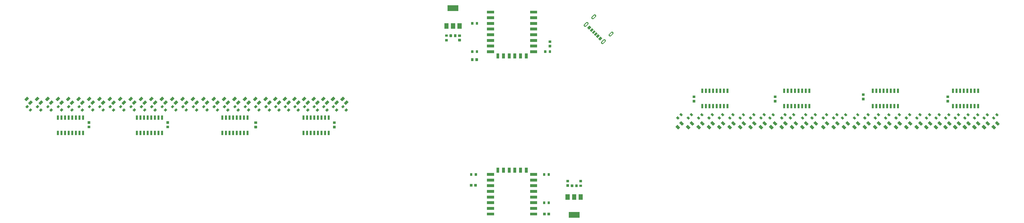
<source format=gbr>
%TF.GenerationSoftware,Flux,Pcbnew,7.0.11-7.0.11~ubuntu20.04.1*%
%TF.CreationDate,2024-08-21T18:35:08+00:00*%
%TF.ProjectId,input,696e7075-742e-46b6-9963-61645f706362,rev?*%
%TF.SameCoordinates,Original*%
%TF.FileFunction,Soldermask,Top*%
%TF.FilePolarity,Negative*%
%FSLAX46Y46*%
G04 Gerber Fmt 4.6, Leading zero omitted, Abs format (unit mm)*
G04 Filename: practical-fuchsia-massive-robot-spider*
G04 Build it with Flux! Visit our site at: https://www.flux.ai (PCBNEW 7.0.11-7.0.11~ubuntu20.04.1) date 2024-08-21 18:35:08*
%MOMM*%
%LPD*%
G01*
G04 APERTURE LIST*
G04 APERTURE END LIST*
%TO.C,*%
G36*
X130086000Y-9568248D02*
G01*
X130090597Y-9569007D01*
X130095134Y-9570065D01*
X130099593Y-9571418D01*
X130103954Y-9573059D01*
X130108197Y-9574982D01*
X130112307Y-9577178D01*
X130116263Y-9579639D01*
X130120050Y-9582353D01*
X130123652Y-9585308D01*
X130127053Y-9588493D01*
X130698112Y-10159553D01*
X130701297Y-10162953D01*
X130704253Y-10166555D01*
X130706967Y-10170342D01*
X130709427Y-10174299D01*
X130711623Y-10178408D01*
X130713546Y-10182652D01*
X130715187Y-10187012D01*
X130716540Y-10191471D01*
X130717598Y-10196008D01*
X130718357Y-10200605D01*
X130718814Y-10205242D01*
X130718814Y-10214555D01*
X130718357Y-10219192D01*
X130717598Y-10223789D01*
X130716540Y-10228327D01*
X130715187Y-10232785D01*
X130713546Y-10237146D01*
X130711623Y-10241390D01*
X130709427Y-10245499D01*
X130706967Y-10249455D01*
X130704253Y-10253243D01*
X130701297Y-10256844D01*
X130698112Y-10260245D01*
X130233119Y-10725238D01*
X130229718Y-10728423D01*
X130226116Y-10731379D01*
X130222329Y-10734093D01*
X130218373Y-10736553D01*
X130214263Y-10738749D01*
X130210020Y-10740672D01*
X130205659Y-10742314D01*
X130201200Y-10743666D01*
X130196663Y-10744724D01*
X130192066Y-10745483D01*
X130187429Y-10745940D01*
X130178116Y-10745940D01*
X130173479Y-10745483D01*
X130168882Y-10744724D01*
X130164345Y-10743666D01*
X130159886Y-10742314D01*
X130155525Y-10740672D01*
X130151282Y-10738749D01*
X130147173Y-10736553D01*
X130143216Y-10734093D01*
X130139429Y-10731379D01*
X130135827Y-10728423D01*
X130132427Y-10725238D01*
X129561367Y-10154179D01*
X129558182Y-10150778D01*
X129555226Y-10147177D01*
X129552512Y-10143389D01*
X129550052Y-10139433D01*
X129547856Y-10135324D01*
X129545933Y-10131080D01*
X129544292Y-10126719D01*
X129542939Y-10122261D01*
X129541881Y-10117723D01*
X129541122Y-10113126D01*
X129540666Y-10108489D01*
X129540666Y-10099176D01*
X129541122Y-10094539D01*
X129541881Y-10089942D01*
X129542939Y-10085405D01*
X129544292Y-10080946D01*
X129545933Y-10076586D01*
X129547856Y-10072342D01*
X129550052Y-10068233D01*
X129552512Y-10064276D01*
X129555226Y-10060489D01*
X129558182Y-10056887D01*
X129561367Y-10053487D01*
X130026361Y-9588493D01*
X130029761Y-9585308D01*
X130033363Y-9582353D01*
X130037150Y-9579639D01*
X130041107Y-9577178D01*
X130045216Y-9574982D01*
X130049459Y-9573059D01*
X130053820Y-9571418D01*
X130058279Y-9570065D01*
X130062816Y-9569007D01*
X130067413Y-9568248D01*
X130072050Y-9567792D01*
X130081363Y-9567792D01*
X130086000Y-9568248D01*
G37*
G36*
X131252721Y-8401517D02*
G01*
X131257318Y-8402276D01*
X131261855Y-8403334D01*
X131266314Y-8404686D01*
X131270675Y-8406328D01*
X131274918Y-8408251D01*
X131279027Y-8410447D01*
X131282984Y-8412907D01*
X131286771Y-8415621D01*
X131290373Y-8418577D01*
X131293773Y-8421762D01*
X131864833Y-8992821D01*
X131868018Y-8996222D01*
X131870974Y-8999823D01*
X131873688Y-9003611D01*
X131876148Y-9007567D01*
X131878344Y-9011676D01*
X131880267Y-9015920D01*
X131881908Y-9020281D01*
X131883261Y-9024739D01*
X131884319Y-9029277D01*
X131885078Y-9033874D01*
X131885534Y-9038511D01*
X131885534Y-9047824D01*
X131885078Y-9052461D01*
X131884319Y-9057058D01*
X131883261Y-9061595D01*
X131881908Y-9066054D01*
X131880267Y-9070414D01*
X131878344Y-9074658D01*
X131876148Y-9078767D01*
X131873688Y-9082724D01*
X131870974Y-9086511D01*
X131868018Y-9090113D01*
X131864833Y-9093513D01*
X131399839Y-9558507D01*
X131396439Y-9561692D01*
X131392837Y-9564647D01*
X131389050Y-9567361D01*
X131385093Y-9569822D01*
X131380984Y-9572018D01*
X131376741Y-9573941D01*
X131372380Y-9575582D01*
X131367921Y-9576935D01*
X131363384Y-9577993D01*
X131358787Y-9578752D01*
X131354150Y-9579208D01*
X131344837Y-9579208D01*
X131340200Y-9578752D01*
X131335603Y-9577993D01*
X131331066Y-9576935D01*
X131326607Y-9575582D01*
X131322246Y-9573941D01*
X131318003Y-9572018D01*
X131313893Y-9569822D01*
X131309937Y-9567361D01*
X131306150Y-9564647D01*
X131302548Y-9561692D01*
X131299147Y-9558507D01*
X130728088Y-8987447D01*
X130724903Y-8984047D01*
X130721947Y-8980445D01*
X130719233Y-8976658D01*
X130716773Y-8972701D01*
X130714577Y-8968592D01*
X130712654Y-8964348D01*
X130711013Y-8959988D01*
X130709660Y-8955529D01*
X130708602Y-8950992D01*
X130707843Y-8946395D01*
X130707386Y-8941758D01*
X130707386Y-8932445D01*
X130707843Y-8927808D01*
X130708602Y-8923211D01*
X130709660Y-8918673D01*
X130711013Y-8914215D01*
X130712654Y-8909854D01*
X130714577Y-8905610D01*
X130716773Y-8901501D01*
X130719233Y-8897545D01*
X130721947Y-8893757D01*
X130724903Y-8890156D01*
X130728088Y-8886755D01*
X131193081Y-8421762D01*
X131196482Y-8418577D01*
X131200084Y-8415621D01*
X131203871Y-8412907D01*
X131207827Y-8410447D01*
X131211937Y-8408251D01*
X131216180Y-8406328D01*
X131220541Y-8404686D01*
X131225000Y-8403334D01*
X131229537Y-8402276D01*
X131234134Y-8401517D01*
X131238771Y-8401060D01*
X131248084Y-8401060D01*
X131252721Y-8401517D01*
G37*
G36*
X134976219Y-11262114D02*
G01*
X134983056Y-11262788D01*
X134989836Y-11263907D01*
X134996527Y-11265467D01*
X135003102Y-11267462D01*
X135009533Y-11269882D01*
X135015792Y-11272718D01*
X135021851Y-11275957D01*
X135027686Y-11279585D01*
X135033271Y-11283587D01*
X135038583Y-11287946D01*
X135043597Y-11292643D01*
X135885054Y-12134100D01*
X135889751Y-12139115D01*
X135894110Y-12144426D01*
X135898113Y-12150011D01*
X135901741Y-12155846D01*
X135904980Y-12161906D01*
X135907816Y-12168165D01*
X135910236Y-12174595D01*
X135912230Y-12181170D01*
X135913791Y-12187862D01*
X135914910Y-12194641D01*
X135915583Y-12201479D01*
X135915808Y-12208346D01*
X135915583Y-12215214D01*
X135914910Y-12222052D01*
X135913791Y-12228831D01*
X135912230Y-12235522D01*
X135910236Y-12242098D01*
X135907816Y-12248528D01*
X135904980Y-12254787D01*
X135901741Y-12260846D01*
X135898113Y-12266681D01*
X135894110Y-12272266D01*
X135889751Y-12277578D01*
X135885054Y-12282593D01*
X135344118Y-12823529D01*
X135339103Y-12828226D01*
X135333792Y-12832585D01*
X135328206Y-12836587D01*
X135322372Y-12840216D01*
X135316312Y-12843455D01*
X135310053Y-12846290D01*
X135303623Y-12848711D01*
X135297048Y-12850705D01*
X135290356Y-12852266D01*
X135283577Y-12853385D01*
X135276739Y-12854058D01*
X135269872Y-12854283D01*
X135263004Y-12854058D01*
X135256166Y-12853385D01*
X135249387Y-12852266D01*
X135242696Y-12850705D01*
X135236120Y-12848711D01*
X135229690Y-12846290D01*
X135223431Y-12843455D01*
X135217372Y-12840216D01*
X135211537Y-12836587D01*
X135205952Y-12832585D01*
X135200640Y-12828226D01*
X135195625Y-12823529D01*
X134354168Y-11982072D01*
X134349471Y-11977057D01*
X134345112Y-11971746D01*
X134341110Y-11966161D01*
X134337482Y-11960326D01*
X134334243Y-11954266D01*
X134331407Y-11948008D01*
X134328987Y-11941577D01*
X134326992Y-11935002D01*
X134325432Y-11928310D01*
X134324313Y-11921531D01*
X134323639Y-11914693D01*
X134323415Y-11907826D01*
X134323639Y-11900959D01*
X134324313Y-11894121D01*
X134325432Y-11887342D01*
X134326992Y-11880650D01*
X134328987Y-11874075D01*
X134331407Y-11867644D01*
X134334243Y-11861386D01*
X134337482Y-11855326D01*
X134341110Y-11849491D01*
X134345112Y-11843906D01*
X134349471Y-11838595D01*
X134354168Y-11833580D01*
X134895105Y-11292643D01*
X134900120Y-11287946D01*
X134905431Y-11283587D01*
X134911016Y-11279585D01*
X134916851Y-11275957D01*
X134922911Y-11272718D01*
X134929169Y-11269882D01*
X134935600Y-11267462D01*
X134942175Y-11265467D01*
X134948867Y-11263907D01*
X134955646Y-11262788D01*
X134962484Y-11262114D01*
X134969351Y-11261889D01*
X134976219Y-11262114D01*
G37*
G36*
X133650396Y-12587942D02*
G01*
X133657234Y-12588615D01*
X133664013Y-12589734D01*
X133670704Y-12591295D01*
X133677280Y-12593289D01*
X133683710Y-12595710D01*
X133689969Y-12598545D01*
X133696028Y-12601784D01*
X133701863Y-12605413D01*
X133707448Y-12609415D01*
X133712760Y-12613774D01*
X133717775Y-12618471D01*
X134559232Y-13459928D01*
X134563929Y-13464943D01*
X134568288Y-13470254D01*
X134572290Y-13475839D01*
X134575918Y-13481674D01*
X134579157Y-13487734D01*
X134581993Y-13493992D01*
X134584413Y-13500423D01*
X134586408Y-13506998D01*
X134587968Y-13513690D01*
X134589087Y-13520469D01*
X134589761Y-13527307D01*
X134589985Y-13534174D01*
X134589761Y-13541041D01*
X134589087Y-13547879D01*
X134587968Y-13554658D01*
X134586408Y-13561350D01*
X134584413Y-13567925D01*
X134581993Y-13574356D01*
X134579157Y-13580614D01*
X134575918Y-13586674D01*
X134572290Y-13592509D01*
X134568288Y-13598094D01*
X134563929Y-13603405D01*
X134559232Y-13608420D01*
X134018295Y-14149357D01*
X134013280Y-14154054D01*
X134007969Y-14158413D01*
X134002384Y-14162415D01*
X133996549Y-14166043D01*
X133990489Y-14169282D01*
X133984231Y-14172118D01*
X133977800Y-14174538D01*
X133971225Y-14176533D01*
X133964533Y-14178093D01*
X133957754Y-14179212D01*
X133950916Y-14179886D01*
X133944049Y-14180111D01*
X133937181Y-14179886D01*
X133930344Y-14179212D01*
X133923564Y-14178093D01*
X133916873Y-14176533D01*
X133910298Y-14174538D01*
X133903867Y-14172118D01*
X133897608Y-14169282D01*
X133891549Y-14166043D01*
X133885714Y-14162415D01*
X133880129Y-14158413D01*
X133874817Y-14154054D01*
X133869803Y-14149357D01*
X133028346Y-13307900D01*
X133023649Y-13302885D01*
X133019290Y-13297574D01*
X133015287Y-13291989D01*
X133011659Y-13286154D01*
X133008420Y-13280094D01*
X133005584Y-13273835D01*
X133003164Y-13267405D01*
X133001170Y-13260830D01*
X132999609Y-13254138D01*
X132998490Y-13247359D01*
X132997817Y-13240521D01*
X132997592Y-13233654D01*
X132997817Y-13226786D01*
X132998490Y-13219948D01*
X132999609Y-13213169D01*
X133001170Y-13206478D01*
X133003164Y-13199902D01*
X133005584Y-13193472D01*
X133008420Y-13187213D01*
X133011659Y-13181154D01*
X133015287Y-13175319D01*
X133019290Y-13169734D01*
X133023649Y-13164422D01*
X133028346Y-13159407D01*
X133569282Y-12618471D01*
X133574297Y-12613774D01*
X133579608Y-12609415D01*
X133585194Y-12605413D01*
X133591028Y-12601784D01*
X133597088Y-12598545D01*
X133603347Y-12595710D01*
X133609777Y-12593289D01*
X133616352Y-12591295D01*
X133623044Y-12589734D01*
X133629823Y-12588615D01*
X133636661Y-12587942D01*
X133643528Y-12587717D01*
X133650396Y-12587942D01*
G37*
G36*
X-156634561Y-3942842D02*
G01*
X-156627723Y-3943515D01*
X-156620944Y-3944634D01*
X-156614252Y-3946195D01*
X-156607677Y-3948189D01*
X-156601247Y-3950610D01*
X-156594988Y-3953445D01*
X-156588928Y-3956684D01*
X-156583094Y-3960313D01*
X-156577508Y-3964315D01*
X-156572197Y-3968674D01*
X-156567182Y-3973371D01*
X-156026246Y-4514307D01*
X-156021549Y-4519322D01*
X-156017190Y-4524634D01*
X-156013187Y-4530219D01*
X-156009559Y-4536054D01*
X-156006320Y-4542113D01*
X-156003484Y-4548372D01*
X-156001064Y-4554802D01*
X-155999070Y-4561378D01*
X-155997509Y-4568069D01*
X-155996390Y-4574848D01*
X-155995717Y-4581686D01*
X-155995492Y-4588554D01*
X-155995717Y-4595421D01*
X-155996390Y-4602259D01*
X-155997509Y-4609038D01*
X-155999070Y-4615730D01*
X-156001064Y-4622305D01*
X-156003484Y-4628735D01*
X-156006320Y-4634994D01*
X-156009559Y-4641054D01*
X-156013187Y-4646889D01*
X-156017190Y-4652474D01*
X-156021549Y-4657785D01*
X-156026246Y-4662800D01*
X-156867703Y-5504257D01*
X-156872717Y-5508954D01*
X-156878029Y-5513313D01*
X-156883614Y-5517315D01*
X-156889449Y-5520943D01*
X-156895508Y-5524182D01*
X-156901767Y-5527018D01*
X-156908198Y-5529438D01*
X-156914773Y-5531433D01*
X-156921464Y-5532993D01*
X-156928244Y-5534112D01*
X-156935081Y-5534786D01*
X-156941949Y-5535011D01*
X-156948816Y-5534786D01*
X-156955654Y-5534112D01*
X-156962433Y-5532993D01*
X-156969125Y-5531433D01*
X-156975700Y-5529438D01*
X-156982131Y-5527018D01*
X-156988389Y-5524182D01*
X-156994449Y-5520943D01*
X-157000284Y-5517315D01*
X-157005869Y-5513313D01*
X-157011180Y-5508954D01*
X-157016195Y-5504257D01*
X-157557132Y-4963320D01*
X-157561829Y-4958305D01*
X-157566188Y-4952994D01*
X-157570190Y-4947409D01*
X-157573818Y-4941574D01*
X-157577057Y-4935514D01*
X-157579893Y-4929256D01*
X-157582313Y-4922825D01*
X-157584308Y-4916250D01*
X-157585868Y-4909558D01*
X-157586987Y-4902779D01*
X-157587661Y-4895941D01*
X-157587885Y-4889074D01*
X-157587661Y-4882207D01*
X-157586987Y-4875369D01*
X-157585868Y-4868590D01*
X-157584308Y-4861898D01*
X-157582313Y-4855323D01*
X-157579893Y-4848892D01*
X-157577057Y-4842634D01*
X-157573818Y-4836574D01*
X-157570190Y-4830739D01*
X-157566188Y-4825154D01*
X-157561829Y-4819843D01*
X-157557132Y-4814828D01*
X-156715675Y-3973371D01*
X-156710660Y-3968674D01*
X-156705348Y-3964315D01*
X-156699763Y-3960313D01*
X-156693928Y-3956684D01*
X-156687869Y-3953445D01*
X-156681610Y-3950610D01*
X-156675180Y-3948189D01*
X-156668604Y-3946195D01*
X-156661913Y-3944634D01*
X-156655134Y-3943515D01*
X-156648296Y-3942842D01*
X-156641428Y-3942617D01*
X-156634561Y-3942842D01*
G37*
G36*
X-157960384Y-2617014D02*
G01*
X-157953546Y-2617688D01*
X-157946767Y-2618807D01*
X-157940075Y-2620367D01*
X-157933500Y-2622362D01*
X-157927069Y-2624782D01*
X-157920811Y-2627618D01*
X-157914751Y-2630857D01*
X-157908916Y-2634485D01*
X-157903331Y-2638487D01*
X-157898020Y-2642846D01*
X-157893005Y-2647543D01*
X-157352068Y-3188480D01*
X-157347371Y-3193495D01*
X-157343012Y-3198806D01*
X-157339010Y-3204391D01*
X-157335382Y-3210226D01*
X-157332143Y-3216286D01*
X-157329307Y-3222544D01*
X-157326887Y-3228975D01*
X-157324892Y-3235550D01*
X-157323332Y-3242242D01*
X-157322213Y-3249021D01*
X-157321539Y-3255859D01*
X-157321315Y-3262726D01*
X-157321539Y-3269593D01*
X-157322213Y-3276431D01*
X-157323332Y-3283210D01*
X-157324892Y-3289902D01*
X-157326887Y-3296477D01*
X-157329307Y-3302908D01*
X-157332143Y-3309166D01*
X-157335382Y-3315226D01*
X-157339010Y-3321061D01*
X-157343012Y-3326646D01*
X-157347371Y-3331957D01*
X-157352068Y-3336972D01*
X-158193525Y-4178429D01*
X-158198540Y-4183126D01*
X-158203852Y-4187485D01*
X-158209437Y-4191487D01*
X-158215272Y-4195116D01*
X-158221331Y-4198355D01*
X-158227590Y-4201190D01*
X-158234020Y-4203611D01*
X-158240596Y-4205605D01*
X-158247287Y-4207166D01*
X-158254066Y-4208285D01*
X-158260904Y-4208958D01*
X-158267772Y-4209183D01*
X-158274639Y-4208958D01*
X-158281477Y-4208285D01*
X-158288256Y-4207166D01*
X-158294948Y-4205605D01*
X-158301523Y-4203611D01*
X-158307953Y-4201190D01*
X-158314212Y-4198355D01*
X-158320272Y-4195116D01*
X-158326106Y-4191487D01*
X-158331692Y-4187485D01*
X-158337003Y-4183126D01*
X-158342018Y-4178429D01*
X-158882954Y-3637493D01*
X-158887651Y-3632478D01*
X-158892010Y-3627166D01*
X-158896013Y-3621581D01*
X-158899641Y-3615746D01*
X-158902880Y-3609687D01*
X-158905716Y-3603428D01*
X-158908136Y-3596998D01*
X-158910130Y-3590422D01*
X-158911691Y-3583731D01*
X-158912810Y-3576952D01*
X-158913483Y-3570114D01*
X-158913708Y-3563246D01*
X-158913483Y-3556379D01*
X-158912810Y-3549541D01*
X-158911691Y-3542762D01*
X-158910130Y-3536070D01*
X-158908136Y-3529495D01*
X-158905716Y-3523065D01*
X-158902880Y-3516806D01*
X-158899641Y-3510746D01*
X-158896013Y-3504911D01*
X-158892010Y-3499326D01*
X-158887651Y-3494015D01*
X-158882954Y-3489000D01*
X-158041497Y-2647543D01*
X-158036483Y-2642846D01*
X-158031171Y-2638487D01*
X-158025586Y-2634485D01*
X-158019751Y-2630857D01*
X-158013692Y-2627618D01*
X-158007433Y-2624782D01*
X-158001002Y-2622362D01*
X-157994427Y-2620367D01*
X-157987736Y-2618807D01*
X-157980956Y-2617688D01*
X-157974119Y-2617014D01*
X-157967251Y-2616789D01*
X-157960384Y-2617014D01*
G37*
G36*
X161683800Y-9568248D02*
G01*
X161688397Y-9569007D01*
X161692934Y-9570065D01*
X161697393Y-9571418D01*
X161701754Y-9573059D01*
X161705997Y-9574982D01*
X161710107Y-9577178D01*
X161714063Y-9579639D01*
X161717850Y-9582353D01*
X161721452Y-9585308D01*
X161724853Y-9588493D01*
X162295912Y-10159553D01*
X162299097Y-10162953D01*
X162302053Y-10166555D01*
X162304767Y-10170342D01*
X162307227Y-10174299D01*
X162309423Y-10178408D01*
X162311346Y-10182652D01*
X162312987Y-10187012D01*
X162314340Y-10191471D01*
X162315398Y-10196008D01*
X162316157Y-10200605D01*
X162316614Y-10205242D01*
X162316614Y-10214555D01*
X162316157Y-10219192D01*
X162315398Y-10223789D01*
X162314340Y-10228327D01*
X162312987Y-10232785D01*
X162311346Y-10237146D01*
X162309423Y-10241390D01*
X162307227Y-10245499D01*
X162304767Y-10249455D01*
X162302053Y-10253243D01*
X162299097Y-10256844D01*
X162295912Y-10260245D01*
X161830919Y-10725238D01*
X161827518Y-10728423D01*
X161823916Y-10731379D01*
X161820129Y-10734093D01*
X161816173Y-10736553D01*
X161812063Y-10738749D01*
X161807820Y-10740672D01*
X161803459Y-10742314D01*
X161799000Y-10743666D01*
X161794463Y-10744724D01*
X161789866Y-10745483D01*
X161785229Y-10745940D01*
X161775916Y-10745940D01*
X161771279Y-10745483D01*
X161766682Y-10744724D01*
X161762145Y-10743666D01*
X161757686Y-10742314D01*
X161753325Y-10740672D01*
X161749082Y-10738749D01*
X161744973Y-10736553D01*
X161741016Y-10734093D01*
X161737229Y-10731379D01*
X161733627Y-10728423D01*
X161730227Y-10725238D01*
X161159167Y-10154179D01*
X161155982Y-10150778D01*
X161153026Y-10147177D01*
X161150312Y-10143389D01*
X161147852Y-10139433D01*
X161145656Y-10135324D01*
X161143733Y-10131080D01*
X161142092Y-10126719D01*
X161140739Y-10122261D01*
X161139681Y-10117723D01*
X161138922Y-10113126D01*
X161138466Y-10108489D01*
X161138466Y-10099176D01*
X161138922Y-10094539D01*
X161139681Y-10089942D01*
X161140739Y-10085405D01*
X161142092Y-10080946D01*
X161143733Y-10076586D01*
X161145656Y-10072342D01*
X161147852Y-10068233D01*
X161150312Y-10064276D01*
X161153026Y-10060489D01*
X161155982Y-10056887D01*
X161159167Y-10053487D01*
X161624161Y-9588493D01*
X161627561Y-9585308D01*
X161631163Y-9582353D01*
X161634950Y-9579639D01*
X161638907Y-9577178D01*
X161643016Y-9574982D01*
X161647259Y-9573059D01*
X161651620Y-9571418D01*
X161656079Y-9570065D01*
X161660616Y-9569007D01*
X161665213Y-9568248D01*
X161669850Y-9567792D01*
X161679163Y-9567792D01*
X161683800Y-9568248D01*
G37*
G36*
X162850521Y-8401517D02*
G01*
X162855118Y-8402276D01*
X162859655Y-8403334D01*
X162864114Y-8404686D01*
X162868475Y-8406328D01*
X162872718Y-8408251D01*
X162876827Y-8410447D01*
X162880784Y-8412907D01*
X162884571Y-8415621D01*
X162888173Y-8418577D01*
X162891573Y-8421762D01*
X163462633Y-8992821D01*
X163465818Y-8996222D01*
X163468774Y-8999823D01*
X163471488Y-9003611D01*
X163473948Y-9007567D01*
X163476144Y-9011676D01*
X163478067Y-9015920D01*
X163479708Y-9020281D01*
X163481061Y-9024739D01*
X163482119Y-9029277D01*
X163482878Y-9033874D01*
X163483334Y-9038511D01*
X163483334Y-9047824D01*
X163482878Y-9052461D01*
X163482119Y-9057058D01*
X163481061Y-9061595D01*
X163479708Y-9066054D01*
X163478067Y-9070414D01*
X163476144Y-9074658D01*
X163473948Y-9078767D01*
X163471488Y-9082724D01*
X163468774Y-9086511D01*
X163465818Y-9090113D01*
X163462633Y-9093513D01*
X162997639Y-9558507D01*
X162994239Y-9561692D01*
X162990637Y-9564647D01*
X162986850Y-9567361D01*
X162982893Y-9569822D01*
X162978784Y-9572018D01*
X162974541Y-9573941D01*
X162970180Y-9575582D01*
X162965721Y-9576935D01*
X162961184Y-9577993D01*
X162956587Y-9578752D01*
X162951950Y-9579208D01*
X162942637Y-9579208D01*
X162938000Y-9578752D01*
X162933403Y-9577993D01*
X162928866Y-9576935D01*
X162924407Y-9575582D01*
X162920046Y-9573941D01*
X162915803Y-9572018D01*
X162911693Y-9569822D01*
X162907737Y-9567361D01*
X162903950Y-9564647D01*
X162900348Y-9561692D01*
X162896947Y-9558507D01*
X162325888Y-8987447D01*
X162322703Y-8984047D01*
X162319747Y-8980445D01*
X162317033Y-8976658D01*
X162314573Y-8972701D01*
X162312377Y-8968592D01*
X162310454Y-8964348D01*
X162308813Y-8959988D01*
X162307460Y-8955529D01*
X162306402Y-8950992D01*
X162305643Y-8946395D01*
X162305186Y-8941758D01*
X162305186Y-8932445D01*
X162305643Y-8927808D01*
X162306402Y-8923211D01*
X162307460Y-8918673D01*
X162308813Y-8914215D01*
X162310454Y-8909854D01*
X162312377Y-8905610D01*
X162314573Y-8901501D01*
X162317033Y-8897545D01*
X162319747Y-8893757D01*
X162322703Y-8890156D01*
X162325888Y-8886755D01*
X162790881Y-8421762D01*
X162794282Y-8418577D01*
X162797884Y-8415621D01*
X162801671Y-8412907D01*
X162805627Y-8410447D01*
X162809737Y-8408251D01*
X162813980Y-8406328D01*
X162818341Y-8404686D01*
X162822800Y-8403334D01*
X162827337Y-8402276D01*
X162831934Y-8401517D01*
X162836571Y-8401060D01*
X162845884Y-8401060D01*
X162850521Y-8401517D01*
G37*
G36*
X168460600Y-9568248D02*
G01*
X168465197Y-9569007D01*
X168469734Y-9570065D01*
X168474193Y-9571418D01*
X168478554Y-9573059D01*
X168482797Y-9574982D01*
X168486907Y-9577178D01*
X168490863Y-9579639D01*
X168494650Y-9582353D01*
X168498252Y-9585308D01*
X168501653Y-9588493D01*
X169072712Y-10159553D01*
X169075897Y-10162953D01*
X169078853Y-10166555D01*
X169081567Y-10170342D01*
X169084027Y-10174299D01*
X169086223Y-10178408D01*
X169088146Y-10182652D01*
X169089787Y-10187012D01*
X169091140Y-10191471D01*
X169092198Y-10196008D01*
X169092957Y-10200605D01*
X169093414Y-10205242D01*
X169093414Y-10214555D01*
X169092957Y-10219192D01*
X169092198Y-10223789D01*
X169091140Y-10228327D01*
X169089787Y-10232785D01*
X169088146Y-10237146D01*
X169086223Y-10241390D01*
X169084027Y-10245499D01*
X169081567Y-10249455D01*
X169078853Y-10253243D01*
X169075897Y-10256844D01*
X169072712Y-10260245D01*
X168607719Y-10725238D01*
X168604318Y-10728423D01*
X168600716Y-10731379D01*
X168596929Y-10734093D01*
X168592973Y-10736553D01*
X168588863Y-10738749D01*
X168584620Y-10740672D01*
X168580259Y-10742314D01*
X168575800Y-10743666D01*
X168571263Y-10744724D01*
X168566666Y-10745483D01*
X168562029Y-10745940D01*
X168552716Y-10745940D01*
X168548079Y-10745483D01*
X168543482Y-10744724D01*
X168538945Y-10743666D01*
X168534486Y-10742314D01*
X168530125Y-10740672D01*
X168525882Y-10738749D01*
X168521773Y-10736553D01*
X168517816Y-10734093D01*
X168514029Y-10731379D01*
X168510427Y-10728423D01*
X168507027Y-10725238D01*
X167935967Y-10154179D01*
X167932782Y-10150778D01*
X167929826Y-10147177D01*
X167927112Y-10143389D01*
X167924652Y-10139433D01*
X167922456Y-10135324D01*
X167920533Y-10131080D01*
X167918892Y-10126719D01*
X167917539Y-10122261D01*
X167916481Y-10117723D01*
X167915722Y-10113126D01*
X167915266Y-10108489D01*
X167915266Y-10099176D01*
X167915722Y-10094539D01*
X167916481Y-10089942D01*
X167917539Y-10085405D01*
X167918892Y-10080946D01*
X167920533Y-10076586D01*
X167922456Y-10072342D01*
X167924652Y-10068233D01*
X167927112Y-10064276D01*
X167929826Y-10060489D01*
X167932782Y-10056887D01*
X167935967Y-10053487D01*
X168400961Y-9588493D01*
X168404361Y-9585308D01*
X168407963Y-9582353D01*
X168411750Y-9579639D01*
X168415707Y-9577178D01*
X168419816Y-9574982D01*
X168424059Y-9573059D01*
X168428420Y-9571418D01*
X168432879Y-9570065D01*
X168437416Y-9569007D01*
X168442013Y-9568248D01*
X168446650Y-9567792D01*
X168455963Y-9567792D01*
X168460600Y-9568248D01*
G37*
G36*
X169627321Y-8401517D02*
G01*
X169631918Y-8402276D01*
X169636455Y-8403334D01*
X169640914Y-8404686D01*
X169645275Y-8406328D01*
X169649518Y-8408251D01*
X169653627Y-8410447D01*
X169657584Y-8412907D01*
X169661371Y-8415621D01*
X169664973Y-8418577D01*
X169668373Y-8421762D01*
X170239433Y-8992821D01*
X170242618Y-8996222D01*
X170245574Y-8999823D01*
X170248288Y-9003611D01*
X170250748Y-9007567D01*
X170252944Y-9011676D01*
X170254867Y-9015920D01*
X170256508Y-9020281D01*
X170257861Y-9024739D01*
X170258919Y-9029277D01*
X170259678Y-9033874D01*
X170260134Y-9038511D01*
X170260134Y-9047824D01*
X170259678Y-9052461D01*
X170258919Y-9057058D01*
X170257861Y-9061595D01*
X170256508Y-9066054D01*
X170254867Y-9070414D01*
X170252944Y-9074658D01*
X170250748Y-9078767D01*
X170248288Y-9082724D01*
X170245574Y-9086511D01*
X170242618Y-9090113D01*
X170239433Y-9093513D01*
X169774439Y-9558507D01*
X169771039Y-9561692D01*
X169767437Y-9564647D01*
X169763650Y-9567361D01*
X169759693Y-9569822D01*
X169755584Y-9572018D01*
X169751341Y-9573941D01*
X169746980Y-9575582D01*
X169742521Y-9576935D01*
X169737984Y-9577993D01*
X169733387Y-9578752D01*
X169728750Y-9579208D01*
X169719437Y-9579208D01*
X169714800Y-9578752D01*
X169710203Y-9577993D01*
X169705666Y-9576935D01*
X169701207Y-9575582D01*
X169696846Y-9573941D01*
X169692603Y-9572018D01*
X169688493Y-9569822D01*
X169684537Y-9567361D01*
X169680750Y-9564647D01*
X169677148Y-9561692D01*
X169673747Y-9558507D01*
X169102688Y-8987447D01*
X169099503Y-8984047D01*
X169096547Y-8980445D01*
X169093833Y-8976658D01*
X169091373Y-8972701D01*
X169089177Y-8968592D01*
X169087254Y-8964348D01*
X169085613Y-8959988D01*
X169084260Y-8955529D01*
X169083202Y-8950992D01*
X169082443Y-8946395D01*
X169081986Y-8941758D01*
X169081986Y-8932445D01*
X169082443Y-8927808D01*
X169083202Y-8923211D01*
X169084260Y-8918673D01*
X169085613Y-8914215D01*
X169087254Y-8909854D01*
X169089177Y-8905610D01*
X169091373Y-8901501D01*
X169093833Y-8897545D01*
X169096547Y-8893757D01*
X169099503Y-8890156D01*
X169102688Y-8886755D01*
X169567681Y-8421762D01*
X169571082Y-8418577D01*
X169574684Y-8415621D01*
X169578471Y-8412907D01*
X169582427Y-8410447D01*
X169586537Y-8408251D01*
X169590780Y-8406328D01*
X169595141Y-8404686D01*
X169599600Y-8403334D01*
X169604137Y-8402276D01*
X169608734Y-8401517D01*
X169613371Y-8401060D01*
X169622684Y-8401060D01*
X169627321Y-8401517D01*
G37*
G36*
X-123545697Y-16199898D02*
G01*
X-124195697Y-16199898D01*
X-124195697Y-14674898D01*
X-123545697Y-14674898D01*
X-123545697Y-16199898D01*
G37*
G36*
X-122275703Y-10775897D02*
G01*
X-122925703Y-10775897D01*
X-122925703Y-9250897D01*
X-122275703Y-9250897D01*
X-122275703Y-10775897D01*
G37*
G36*
X-127355697Y-16199902D02*
G01*
X-128005697Y-16199902D01*
X-128005697Y-14674902D01*
X-127355697Y-14674902D01*
X-127355697Y-16199902D01*
G37*
G36*
X-128625703Y-10775903D02*
G01*
X-129275703Y-10775903D01*
X-129275703Y-9250903D01*
X-128625703Y-9250903D01*
X-128625703Y-10775903D01*
G37*
G36*
X-129895697Y-16199905D02*
G01*
X-130545697Y-16199905D01*
X-130545697Y-14674905D01*
X-129895697Y-14674905D01*
X-129895697Y-16199905D01*
G37*
G36*
X-124815697Y-16199899D02*
G01*
X-125465697Y-16199899D01*
X-125465697Y-14674899D01*
X-124815697Y-14674899D01*
X-124815697Y-16199899D01*
G37*
G36*
X-127355703Y-10775902D02*
G01*
X-128005703Y-10775902D01*
X-128005703Y-9250902D01*
X-127355703Y-9250902D01*
X-127355703Y-10775902D01*
G37*
G36*
X-126085703Y-10775901D02*
G01*
X-126735703Y-10775901D01*
X-126735703Y-9250901D01*
X-126085703Y-9250901D01*
X-126085703Y-10775901D01*
G37*
G36*
X-129895703Y-10775905D02*
G01*
X-130545703Y-10775905D01*
X-130545703Y-9250905D01*
X-129895703Y-9250905D01*
X-129895703Y-10775905D01*
G37*
G36*
X-121005697Y-16199895D02*
G01*
X-121655697Y-16199895D01*
X-121655697Y-14674895D01*
X-121005697Y-14674895D01*
X-121005697Y-16199895D01*
G37*
G36*
X-126085697Y-16199901D02*
G01*
X-126735697Y-16199901D01*
X-126735697Y-14674901D01*
X-126085697Y-14674901D01*
X-126085697Y-16199901D01*
G37*
G36*
X-123545703Y-10775898D02*
G01*
X-124195703Y-10775898D01*
X-124195703Y-9250898D01*
X-123545703Y-9250898D01*
X-123545703Y-10775898D01*
G37*
G36*
X-121005703Y-10775895D02*
G01*
X-121655703Y-10775895D01*
X-121655703Y-9250895D01*
X-121005703Y-9250895D01*
X-121005703Y-10775895D01*
G37*
G36*
X-128625697Y-16199903D02*
G01*
X-129275697Y-16199903D01*
X-129275697Y-14674903D01*
X-128625697Y-14674903D01*
X-128625697Y-16199903D01*
G37*
G36*
X-122275697Y-16199897D02*
G01*
X-122925697Y-16199897D01*
X-122925697Y-14674897D01*
X-122275697Y-14674897D01*
X-122275697Y-16199897D01*
G37*
G36*
X-124815703Y-10775899D02*
G01*
X-125465703Y-10775899D01*
X-125465703Y-9250899D01*
X-124815703Y-9250899D01*
X-124815703Y-10775899D01*
G37*
G36*
X78788700Y-9568248D02*
G01*
X78793297Y-9569007D01*
X78797834Y-9570065D01*
X78802293Y-9571418D01*
X78806654Y-9573059D01*
X78810897Y-9574982D01*
X78815007Y-9577178D01*
X78818963Y-9579639D01*
X78822750Y-9582353D01*
X78826352Y-9585308D01*
X78829753Y-9588493D01*
X79400812Y-10159553D01*
X79403997Y-10162953D01*
X79406953Y-10166555D01*
X79409667Y-10170342D01*
X79412127Y-10174299D01*
X79414323Y-10178408D01*
X79416246Y-10182652D01*
X79417887Y-10187012D01*
X79419240Y-10191471D01*
X79420298Y-10196008D01*
X79421057Y-10200605D01*
X79421514Y-10205242D01*
X79421514Y-10214555D01*
X79421057Y-10219192D01*
X79420298Y-10223789D01*
X79419240Y-10228327D01*
X79417887Y-10232785D01*
X79416246Y-10237146D01*
X79414323Y-10241390D01*
X79412127Y-10245499D01*
X79409667Y-10249455D01*
X79406953Y-10253243D01*
X79403997Y-10256844D01*
X79400812Y-10260245D01*
X78935819Y-10725238D01*
X78932418Y-10728423D01*
X78928816Y-10731379D01*
X78925029Y-10734093D01*
X78921073Y-10736553D01*
X78916963Y-10738749D01*
X78912720Y-10740672D01*
X78908359Y-10742314D01*
X78903900Y-10743666D01*
X78899363Y-10744724D01*
X78894766Y-10745483D01*
X78890129Y-10745940D01*
X78880816Y-10745940D01*
X78876179Y-10745483D01*
X78871582Y-10744724D01*
X78867045Y-10743666D01*
X78862586Y-10742314D01*
X78858225Y-10740672D01*
X78853982Y-10738749D01*
X78849873Y-10736553D01*
X78845916Y-10734093D01*
X78842129Y-10731379D01*
X78838527Y-10728423D01*
X78835127Y-10725238D01*
X78264067Y-10154179D01*
X78260882Y-10150778D01*
X78257926Y-10147177D01*
X78255212Y-10143389D01*
X78252752Y-10139433D01*
X78250556Y-10135324D01*
X78248633Y-10131080D01*
X78246992Y-10126719D01*
X78245639Y-10122261D01*
X78244581Y-10117723D01*
X78243822Y-10113126D01*
X78243366Y-10108489D01*
X78243366Y-10099176D01*
X78243822Y-10094539D01*
X78244581Y-10089942D01*
X78245639Y-10085405D01*
X78246992Y-10080946D01*
X78248633Y-10076586D01*
X78250556Y-10072342D01*
X78252752Y-10068233D01*
X78255212Y-10064276D01*
X78257926Y-10060489D01*
X78260882Y-10056887D01*
X78264067Y-10053487D01*
X78729061Y-9588493D01*
X78732461Y-9585308D01*
X78736063Y-9582353D01*
X78739850Y-9579639D01*
X78743807Y-9577178D01*
X78747916Y-9574982D01*
X78752159Y-9573059D01*
X78756520Y-9571418D01*
X78760979Y-9570065D01*
X78765516Y-9569007D01*
X78770113Y-9568248D01*
X78774750Y-9567792D01*
X78784063Y-9567792D01*
X78788700Y-9568248D01*
G37*
G36*
X79955421Y-8401517D02*
G01*
X79960018Y-8402276D01*
X79964555Y-8403334D01*
X79969014Y-8404686D01*
X79973375Y-8406328D01*
X79977618Y-8408251D01*
X79981727Y-8410447D01*
X79985684Y-8412907D01*
X79989471Y-8415621D01*
X79993073Y-8418577D01*
X79996473Y-8421762D01*
X80567533Y-8992821D01*
X80570718Y-8996222D01*
X80573674Y-8999823D01*
X80576388Y-9003611D01*
X80578848Y-9007567D01*
X80581044Y-9011676D01*
X80582967Y-9015920D01*
X80584608Y-9020281D01*
X80585961Y-9024739D01*
X80587019Y-9029277D01*
X80587778Y-9033874D01*
X80588234Y-9038511D01*
X80588234Y-9047824D01*
X80587778Y-9052461D01*
X80587019Y-9057058D01*
X80585961Y-9061595D01*
X80584608Y-9066054D01*
X80582967Y-9070414D01*
X80581044Y-9074658D01*
X80578848Y-9078767D01*
X80576388Y-9082724D01*
X80573674Y-9086511D01*
X80570718Y-9090113D01*
X80567533Y-9093513D01*
X80102539Y-9558507D01*
X80099139Y-9561692D01*
X80095537Y-9564647D01*
X80091750Y-9567361D01*
X80087793Y-9569822D01*
X80083684Y-9572018D01*
X80079441Y-9573941D01*
X80075080Y-9575582D01*
X80070621Y-9576935D01*
X80066084Y-9577993D01*
X80061487Y-9578752D01*
X80056850Y-9579208D01*
X80047537Y-9579208D01*
X80042900Y-9578752D01*
X80038303Y-9577993D01*
X80033766Y-9576935D01*
X80029307Y-9575582D01*
X80024946Y-9573941D01*
X80020703Y-9572018D01*
X80016593Y-9569822D01*
X80012637Y-9567361D01*
X80008850Y-9564647D01*
X80005248Y-9561692D01*
X80001847Y-9558507D01*
X79430788Y-8987447D01*
X79427603Y-8984047D01*
X79424647Y-8980445D01*
X79421933Y-8976658D01*
X79419473Y-8972701D01*
X79417277Y-8968592D01*
X79415354Y-8964348D01*
X79413713Y-8959988D01*
X79412360Y-8955529D01*
X79411302Y-8950992D01*
X79410543Y-8946395D01*
X79410086Y-8941758D01*
X79410086Y-8932445D01*
X79410543Y-8927808D01*
X79411302Y-8923211D01*
X79412360Y-8918673D01*
X79413713Y-8914215D01*
X79415354Y-8909854D01*
X79417277Y-8905610D01*
X79419473Y-8901501D01*
X79421933Y-8897545D01*
X79424647Y-8893757D01*
X79427603Y-8890156D01*
X79430788Y-8886755D01*
X79895781Y-8421762D01*
X79899182Y-8418577D01*
X79902784Y-8415621D01*
X79906571Y-8412907D01*
X79910527Y-8410447D01*
X79914637Y-8408251D01*
X79918880Y-8406328D01*
X79923241Y-8404686D01*
X79927700Y-8403334D01*
X79932237Y-8402276D01*
X79936834Y-8401517D01*
X79941471Y-8401060D01*
X79950784Y-8401060D01*
X79955421Y-8401517D01*
G37*
G36*
X-87016961Y-3942842D02*
G01*
X-87010123Y-3943515D01*
X-87003344Y-3944634D01*
X-86996652Y-3946195D01*
X-86990077Y-3948189D01*
X-86983647Y-3950610D01*
X-86977388Y-3953445D01*
X-86971328Y-3956684D01*
X-86965494Y-3960313D01*
X-86959908Y-3964315D01*
X-86954597Y-3968674D01*
X-86949582Y-3973371D01*
X-86408646Y-4514307D01*
X-86403949Y-4519322D01*
X-86399590Y-4524634D01*
X-86395587Y-4530219D01*
X-86391959Y-4536054D01*
X-86388720Y-4542113D01*
X-86385884Y-4548372D01*
X-86383464Y-4554802D01*
X-86381470Y-4561378D01*
X-86379909Y-4568069D01*
X-86378790Y-4574848D01*
X-86378117Y-4581686D01*
X-86377892Y-4588554D01*
X-86378117Y-4595421D01*
X-86378790Y-4602259D01*
X-86379909Y-4609038D01*
X-86381470Y-4615730D01*
X-86383464Y-4622305D01*
X-86385884Y-4628735D01*
X-86388720Y-4634994D01*
X-86391959Y-4641054D01*
X-86395587Y-4646889D01*
X-86399590Y-4652474D01*
X-86403949Y-4657785D01*
X-86408646Y-4662800D01*
X-87250103Y-5504257D01*
X-87255117Y-5508954D01*
X-87260429Y-5513313D01*
X-87266014Y-5517315D01*
X-87271849Y-5520943D01*
X-87277908Y-5524182D01*
X-87284167Y-5527018D01*
X-87290598Y-5529438D01*
X-87297173Y-5531433D01*
X-87303864Y-5532993D01*
X-87310644Y-5534112D01*
X-87317481Y-5534786D01*
X-87324349Y-5535011D01*
X-87331216Y-5534786D01*
X-87338054Y-5534112D01*
X-87344833Y-5532993D01*
X-87351525Y-5531433D01*
X-87358100Y-5529438D01*
X-87364531Y-5527018D01*
X-87370789Y-5524182D01*
X-87376849Y-5520943D01*
X-87382684Y-5517315D01*
X-87388269Y-5513313D01*
X-87393580Y-5508954D01*
X-87398595Y-5504257D01*
X-87939532Y-4963320D01*
X-87944229Y-4958305D01*
X-87948588Y-4952994D01*
X-87952590Y-4947409D01*
X-87956218Y-4941574D01*
X-87959457Y-4935514D01*
X-87962293Y-4929256D01*
X-87964713Y-4922825D01*
X-87966708Y-4916250D01*
X-87968268Y-4909558D01*
X-87969387Y-4902779D01*
X-87970061Y-4895941D01*
X-87970285Y-4889074D01*
X-87970061Y-4882207D01*
X-87969387Y-4875369D01*
X-87968268Y-4868590D01*
X-87966708Y-4861898D01*
X-87964713Y-4855323D01*
X-87962293Y-4848892D01*
X-87959457Y-4842634D01*
X-87956218Y-4836574D01*
X-87952590Y-4830739D01*
X-87948588Y-4825154D01*
X-87944229Y-4819843D01*
X-87939532Y-4814828D01*
X-87098075Y-3973371D01*
X-87093060Y-3968674D01*
X-87087748Y-3964315D01*
X-87082163Y-3960313D01*
X-87076328Y-3956684D01*
X-87070269Y-3953445D01*
X-87064010Y-3950610D01*
X-87057580Y-3948189D01*
X-87051004Y-3946195D01*
X-87044313Y-3944634D01*
X-87037534Y-3943515D01*
X-87030696Y-3942842D01*
X-87023828Y-3942617D01*
X-87016961Y-3942842D01*
G37*
G36*
X-88342784Y-2617014D02*
G01*
X-88335946Y-2617688D01*
X-88329167Y-2618807D01*
X-88322475Y-2620367D01*
X-88315900Y-2622362D01*
X-88309469Y-2624782D01*
X-88303211Y-2627618D01*
X-88297151Y-2630857D01*
X-88291316Y-2634485D01*
X-88285731Y-2638487D01*
X-88280420Y-2642846D01*
X-88275405Y-2647543D01*
X-87734468Y-3188480D01*
X-87729771Y-3193495D01*
X-87725412Y-3198806D01*
X-87721410Y-3204391D01*
X-87717782Y-3210226D01*
X-87714543Y-3216286D01*
X-87711707Y-3222544D01*
X-87709287Y-3228975D01*
X-87707292Y-3235550D01*
X-87705732Y-3242242D01*
X-87704613Y-3249021D01*
X-87703939Y-3255859D01*
X-87703715Y-3262726D01*
X-87703939Y-3269593D01*
X-87704613Y-3276431D01*
X-87705732Y-3283210D01*
X-87707292Y-3289902D01*
X-87709287Y-3296477D01*
X-87711707Y-3302908D01*
X-87714543Y-3309166D01*
X-87717782Y-3315226D01*
X-87721410Y-3321061D01*
X-87725412Y-3326646D01*
X-87729771Y-3331957D01*
X-87734468Y-3336972D01*
X-88575925Y-4178429D01*
X-88580940Y-4183126D01*
X-88586252Y-4187485D01*
X-88591837Y-4191487D01*
X-88597672Y-4195116D01*
X-88603731Y-4198355D01*
X-88609990Y-4201190D01*
X-88616420Y-4203611D01*
X-88622996Y-4205605D01*
X-88629687Y-4207166D01*
X-88636466Y-4208285D01*
X-88643304Y-4208958D01*
X-88650172Y-4209183D01*
X-88657039Y-4208958D01*
X-88663877Y-4208285D01*
X-88670656Y-4207166D01*
X-88677348Y-4205605D01*
X-88683923Y-4203611D01*
X-88690353Y-4201190D01*
X-88696612Y-4198355D01*
X-88702672Y-4195116D01*
X-88708506Y-4191487D01*
X-88714092Y-4187485D01*
X-88719403Y-4183126D01*
X-88724418Y-4178429D01*
X-89265354Y-3637493D01*
X-89270051Y-3632478D01*
X-89274410Y-3627166D01*
X-89278413Y-3621581D01*
X-89282041Y-3615746D01*
X-89285280Y-3609687D01*
X-89288116Y-3603428D01*
X-89290536Y-3596998D01*
X-89292530Y-3590422D01*
X-89294091Y-3583731D01*
X-89295210Y-3576952D01*
X-89295883Y-3570114D01*
X-89296108Y-3563246D01*
X-89295883Y-3556379D01*
X-89295210Y-3549541D01*
X-89294091Y-3542762D01*
X-89292530Y-3536070D01*
X-89290536Y-3529495D01*
X-89288116Y-3523065D01*
X-89285280Y-3516806D01*
X-89282041Y-3510746D01*
X-89278413Y-3504911D01*
X-89274410Y-3499326D01*
X-89270051Y-3494015D01*
X-89265354Y-3489000D01*
X-88423897Y-2647543D01*
X-88418883Y-2642846D01*
X-88413571Y-2638487D01*
X-88407986Y-2634485D01*
X-88402151Y-2630857D01*
X-88396092Y-2627618D01*
X-88389833Y-2624782D01*
X-88383402Y-2622362D01*
X-88376827Y-2620367D01*
X-88370136Y-2618807D01*
X-88363356Y-2617688D01*
X-88356519Y-2617014D01*
X-88349651Y-2616789D01*
X-88342784Y-2617014D01*
G37*
G36*
X116655719Y-11262114D02*
G01*
X116662556Y-11262788D01*
X116669336Y-11263907D01*
X116676027Y-11265467D01*
X116682602Y-11267462D01*
X116689033Y-11269882D01*
X116695292Y-11272718D01*
X116701351Y-11275957D01*
X116707186Y-11279585D01*
X116712771Y-11283587D01*
X116718083Y-11287946D01*
X116723097Y-11292643D01*
X117564554Y-12134100D01*
X117569251Y-12139115D01*
X117573610Y-12144426D01*
X117577613Y-12150011D01*
X117581241Y-12155846D01*
X117584480Y-12161906D01*
X117587316Y-12168165D01*
X117589736Y-12174595D01*
X117591730Y-12181170D01*
X117593291Y-12187862D01*
X117594410Y-12194641D01*
X117595083Y-12201479D01*
X117595308Y-12208346D01*
X117595083Y-12215214D01*
X117594410Y-12222052D01*
X117593291Y-12228831D01*
X117591730Y-12235522D01*
X117589736Y-12242098D01*
X117587316Y-12248528D01*
X117584480Y-12254787D01*
X117581241Y-12260846D01*
X117577613Y-12266681D01*
X117573610Y-12272266D01*
X117569251Y-12277578D01*
X117564554Y-12282593D01*
X117023618Y-12823529D01*
X117018603Y-12828226D01*
X117013292Y-12832585D01*
X117007706Y-12836587D01*
X117001872Y-12840216D01*
X116995812Y-12843455D01*
X116989553Y-12846290D01*
X116983123Y-12848711D01*
X116976548Y-12850705D01*
X116969856Y-12852266D01*
X116963077Y-12853385D01*
X116956239Y-12854058D01*
X116949372Y-12854283D01*
X116942504Y-12854058D01*
X116935666Y-12853385D01*
X116928887Y-12852266D01*
X116922196Y-12850705D01*
X116915620Y-12848711D01*
X116909190Y-12846290D01*
X116902931Y-12843455D01*
X116896872Y-12840216D01*
X116891037Y-12836587D01*
X116885452Y-12832585D01*
X116880140Y-12828226D01*
X116875125Y-12823529D01*
X116033668Y-11982072D01*
X116028971Y-11977057D01*
X116024612Y-11971746D01*
X116020610Y-11966161D01*
X116016982Y-11960326D01*
X116013743Y-11954266D01*
X116010907Y-11948008D01*
X116008487Y-11941577D01*
X116006492Y-11935002D01*
X116004932Y-11928310D01*
X116003813Y-11921531D01*
X116003139Y-11914693D01*
X116002915Y-11907826D01*
X116003139Y-11900959D01*
X116003813Y-11894121D01*
X116004932Y-11887342D01*
X116006492Y-11880650D01*
X116008487Y-11874075D01*
X116010907Y-11867644D01*
X116013743Y-11861386D01*
X116016982Y-11855326D01*
X116020610Y-11849491D01*
X116024612Y-11843906D01*
X116028971Y-11838595D01*
X116033668Y-11833580D01*
X116574605Y-11292643D01*
X116579620Y-11287946D01*
X116584931Y-11283587D01*
X116590516Y-11279585D01*
X116596351Y-11275957D01*
X116602411Y-11272718D01*
X116608669Y-11269882D01*
X116615100Y-11267462D01*
X116621675Y-11265467D01*
X116628367Y-11263907D01*
X116635146Y-11262788D01*
X116641984Y-11262114D01*
X116648851Y-11261889D01*
X116655719Y-11262114D01*
G37*
G36*
X115329896Y-12587942D02*
G01*
X115336734Y-12588615D01*
X115343513Y-12589734D01*
X115350204Y-12591295D01*
X115356780Y-12593289D01*
X115363210Y-12595710D01*
X115369469Y-12598545D01*
X115375528Y-12601784D01*
X115381363Y-12605413D01*
X115386948Y-12609415D01*
X115392260Y-12613774D01*
X115397275Y-12618471D01*
X116238732Y-13459928D01*
X116243429Y-13464943D01*
X116247788Y-13470254D01*
X116251790Y-13475839D01*
X116255418Y-13481674D01*
X116258657Y-13487734D01*
X116261493Y-13493992D01*
X116263913Y-13500423D01*
X116265908Y-13506998D01*
X116267468Y-13513690D01*
X116268587Y-13520469D01*
X116269261Y-13527307D01*
X116269485Y-13534174D01*
X116269261Y-13541041D01*
X116268587Y-13547879D01*
X116267468Y-13554658D01*
X116265908Y-13561350D01*
X116263913Y-13567925D01*
X116261493Y-13574356D01*
X116258657Y-13580614D01*
X116255418Y-13586674D01*
X116251790Y-13592509D01*
X116247788Y-13598094D01*
X116243429Y-13603405D01*
X116238732Y-13608420D01*
X115697795Y-14149357D01*
X115692780Y-14154054D01*
X115687469Y-14158413D01*
X115681884Y-14162415D01*
X115676049Y-14166043D01*
X115669989Y-14169282D01*
X115663731Y-14172118D01*
X115657300Y-14174538D01*
X115650725Y-14176533D01*
X115644033Y-14178093D01*
X115637254Y-14179212D01*
X115630416Y-14179886D01*
X115623549Y-14180111D01*
X115616681Y-14179886D01*
X115609844Y-14179212D01*
X115603064Y-14178093D01*
X115596373Y-14176533D01*
X115589798Y-14174538D01*
X115583367Y-14172118D01*
X115577108Y-14169282D01*
X115571049Y-14166043D01*
X115565214Y-14162415D01*
X115559629Y-14158413D01*
X115554317Y-14154054D01*
X115549303Y-14149357D01*
X114707846Y-13307900D01*
X114703149Y-13302885D01*
X114698790Y-13297574D01*
X114694787Y-13291989D01*
X114691159Y-13286154D01*
X114687920Y-13280094D01*
X114685084Y-13273835D01*
X114682664Y-13267405D01*
X114680670Y-13260830D01*
X114679109Y-13254138D01*
X114677990Y-13247359D01*
X114677317Y-13240521D01*
X114677092Y-13233654D01*
X114677317Y-13226786D01*
X114677990Y-13219948D01*
X114679109Y-13213169D01*
X114680670Y-13206478D01*
X114682664Y-13199902D01*
X114685084Y-13193472D01*
X114687920Y-13187213D01*
X114691159Y-13181154D01*
X114694787Y-13175319D01*
X114698790Y-13169734D01*
X114703149Y-13164422D01*
X114707846Y-13159407D01*
X115248782Y-12618471D01*
X115253797Y-12613774D01*
X115259108Y-12609415D01*
X115264694Y-12605413D01*
X115270528Y-12601784D01*
X115276588Y-12598545D01*
X115282847Y-12595710D01*
X115289277Y-12593289D01*
X115295852Y-12591295D01*
X115302544Y-12589734D01*
X115309323Y-12588615D01*
X115316161Y-12587942D01*
X115323028Y-12587717D01*
X115329896Y-12587942D01*
G37*
G36*
X-60896134Y-5571417D02*
G01*
X-60891537Y-5572176D01*
X-60887000Y-5573234D01*
X-60882541Y-5574586D01*
X-60878180Y-5576228D01*
X-60873937Y-5578151D01*
X-60869827Y-5580347D01*
X-60865871Y-5582807D01*
X-60862084Y-5585521D01*
X-60858482Y-5588477D01*
X-60855081Y-5591662D01*
X-60390088Y-6056655D01*
X-60386903Y-6060056D01*
X-60383947Y-6063657D01*
X-60381233Y-6067445D01*
X-60378773Y-6071401D01*
X-60376577Y-6075510D01*
X-60374654Y-6079754D01*
X-60373013Y-6084115D01*
X-60371660Y-6088573D01*
X-60370602Y-6093111D01*
X-60369843Y-6097708D01*
X-60369386Y-6102345D01*
X-60369386Y-6111658D01*
X-60369843Y-6116295D01*
X-60370602Y-6120892D01*
X-60371660Y-6125429D01*
X-60373013Y-6129888D01*
X-60374654Y-6134248D01*
X-60376577Y-6138492D01*
X-60378773Y-6142601D01*
X-60381233Y-6146558D01*
X-60383947Y-6150345D01*
X-60386903Y-6153947D01*
X-60390088Y-6157347D01*
X-60961147Y-6728407D01*
X-60964548Y-6731592D01*
X-60968150Y-6734547D01*
X-60971937Y-6737261D01*
X-60975893Y-6739722D01*
X-60980003Y-6741918D01*
X-60984246Y-6743841D01*
X-60988607Y-6745482D01*
X-60993066Y-6746835D01*
X-60997603Y-6747893D01*
X-61002200Y-6748652D01*
X-61006837Y-6749108D01*
X-61016150Y-6749108D01*
X-61020787Y-6748652D01*
X-61025384Y-6747893D01*
X-61029921Y-6746835D01*
X-61034380Y-6745482D01*
X-61038741Y-6743841D01*
X-61042984Y-6741918D01*
X-61047093Y-6739722D01*
X-61051050Y-6737261D01*
X-61054837Y-6734547D01*
X-61058439Y-6731592D01*
X-61061839Y-6728407D01*
X-61526833Y-6263413D01*
X-61530018Y-6260013D01*
X-61532974Y-6256411D01*
X-61535688Y-6252624D01*
X-61538148Y-6248667D01*
X-61540344Y-6244558D01*
X-61542267Y-6240314D01*
X-61543908Y-6235954D01*
X-61545261Y-6231495D01*
X-61546319Y-6226958D01*
X-61547078Y-6222361D01*
X-61547534Y-6217724D01*
X-61547534Y-6208411D01*
X-61547078Y-6203774D01*
X-61546319Y-6199177D01*
X-61545261Y-6194639D01*
X-61543908Y-6190181D01*
X-61542267Y-6185820D01*
X-61540344Y-6181576D01*
X-61538148Y-6177467D01*
X-61535688Y-6173511D01*
X-61532974Y-6169723D01*
X-61530018Y-6166122D01*
X-61526833Y-6162721D01*
X-60955773Y-5591662D01*
X-60952373Y-5588477D01*
X-60948771Y-5585521D01*
X-60944984Y-5582807D01*
X-60941027Y-5580347D01*
X-60936918Y-5578151D01*
X-60932675Y-5576228D01*
X-60928314Y-5574586D01*
X-60923855Y-5573234D01*
X-60919318Y-5572176D01*
X-60914721Y-5571417D01*
X-60910084Y-5570960D01*
X-60900771Y-5570960D01*
X-60896134Y-5571417D01*
G37*
G36*
X-59729413Y-6738148D02*
G01*
X-59724816Y-6738907D01*
X-59720279Y-6739965D01*
X-59715820Y-6741318D01*
X-59711459Y-6742959D01*
X-59707216Y-6744882D01*
X-59703107Y-6747078D01*
X-59699150Y-6749539D01*
X-59695363Y-6752253D01*
X-59691761Y-6755208D01*
X-59688361Y-6758393D01*
X-59223367Y-7223387D01*
X-59220182Y-7226787D01*
X-59217226Y-7230389D01*
X-59214512Y-7234176D01*
X-59212052Y-7238133D01*
X-59209856Y-7242242D01*
X-59207933Y-7246486D01*
X-59206292Y-7250846D01*
X-59204939Y-7255305D01*
X-59203881Y-7259842D01*
X-59203122Y-7264439D01*
X-59202666Y-7269076D01*
X-59202666Y-7278389D01*
X-59203122Y-7283026D01*
X-59203881Y-7287623D01*
X-59204939Y-7292161D01*
X-59206292Y-7296619D01*
X-59207933Y-7300980D01*
X-59209856Y-7305224D01*
X-59212052Y-7309333D01*
X-59214512Y-7313289D01*
X-59217226Y-7317077D01*
X-59220182Y-7320678D01*
X-59223367Y-7324079D01*
X-59794427Y-7895138D01*
X-59797827Y-7898323D01*
X-59801429Y-7901279D01*
X-59805216Y-7903993D01*
X-59809173Y-7906453D01*
X-59813282Y-7908649D01*
X-59817525Y-7910572D01*
X-59821886Y-7912214D01*
X-59826345Y-7913566D01*
X-59830882Y-7914624D01*
X-59835479Y-7915383D01*
X-59840116Y-7915840D01*
X-59849429Y-7915840D01*
X-59854066Y-7915383D01*
X-59858663Y-7914624D01*
X-59863200Y-7913566D01*
X-59867659Y-7912214D01*
X-59872020Y-7910572D01*
X-59876263Y-7908649D01*
X-59880373Y-7906453D01*
X-59884329Y-7903993D01*
X-59888116Y-7901279D01*
X-59891718Y-7898323D01*
X-59895119Y-7895138D01*
X-60360112Y-7430145D01*
X-60363297Y-7426744D01*
X-60366253Y-7423143D01*
X-60368967Y-7419355D01*
X-60371427Y-7415399D01*
X-60373623Y-7411290D01*
X-60375546Y-7407046D01*
X-60377187Y-7402685D01*
X-60378540Y-7398227D01*
X-60379598Y-7393689D01*
X-60380357Y-7389092D01*
X-60380814Y-7384455D01*
X-60380814Y-7375142D01*
X-60380357Y-7370505D01*
X-60379598Y-7365908D01*
X-60378540Y-7361371D01*
X-60377187Y-7356912D01*
X-60375546Y-7352552D01*
X-60373623Y-7348308D01*
X-60371427Y-7344199D01*
X-60368967Y-7340242D01*
X-60366253Y-7336455D01*
X-60363297Y-7332853D01*
X-60360112Y-7329453D01*
X-59789053Y-6758393D01*
X-59785652Y-6755208D01*
X-59782050Y-6752253D01*
X-59778263Y-6749539D01*
X-59774307Y-6747078D01*
X-59770197Y-6744882D01*
X-59765954Y-6742959D01*
X-59761593Y-6741318D01*
X-59757134Y-6739965D01*
X-59752597Y-6738907D01*
X-59748000Y-6738148D01*
X-59743363Y-6737692D01*
X-59734050Y-6737692D01*
X-59729413Y-6738148D01*
G37*
G36*
X162910019Y-11262114D02*
G01*
X162916856Y-11262788D01*
X162923636Y-11263907D01*
X162930327Y-11265467D01*
X162936902Y-11267462D01*
X162943333Y-11269882D01*
X162949592Y-11272718D01*
X162955651Y-11275957D01*
X162961486Y-11279585D01*
X162967071Y-11283587D01*
X162972383Y-11287946D01*
X162977397Y-11292643D01*
X163818854Y-12134100D01*
X163823551Y-12139115D01*
X163827910Y-12144426D01*
X163831913Y-12150011D01*
X163835541Y-12155846D01*
X163838780Y-12161906D01*
X163841616Y-12168165D01*
X163844036Y-12174595D01*
X163846030Y-12181170D01*
X163847591Y-12187862D01*
X163848710Y-12194641D01*
X163849383Y-12201479D01*
X163849608Y-12208346D01*
X163849383Y-12215214D01*
X163848710Y-12222052D01*
X163847591Y-12228831D01*
X163846030Y-12235522D01*
X163844036Y-12242098D01*
X163841616Y-12248528D01*
X163838780Y-12254787D01*
X163835541Y-12260846D01*
X163831913Y-12266681D01*
X163827910Y-12272266D01*
X163823551Y-12277578D01*
X163818854Y-12282593D01*
X163277918Y-12823529D01*
X163272903Y-12828226D01*
X163267592Y-12832585D01*
X163262006Y-12836587D01*
X163256172Y-12840216D01*
X163250112Y-12843455D01*
X163243853Y-12846290D01*
X163237423Y-12848711D01*
X163230848Y-12850705D01*
X163224156Y-12852266D01*
X163217377Y-12853385D01*
X163210539Y-12854058D01*
X163203672Y-12854283D01*
X163196804Y-12854058D01*
X163189966Y-12853385D01*
X163183187Y-12852266D01*
X163176496Y-12850705D01*
X163169920Y-12848711D01*
X163163490Y-12846290D01*
X163157231Y-12843455D01*
X163151172Y-12840216D01*
X163145337Y-12836587D01*
X163139752Y-12832585D01*
X163134440Y-12828226D01*
X163129425Y-12823529D01*
X162287968Y-11982072D01*
X162283271Y-11977057D01*
X162278912Y-11971746D01*
X162274910Y-11966161D01*
X162271282Y-11960326D01*
X162268043Y-11954266D01*
X162265207Y-11948008D01*
X162262787Y-11941577D01*
X162260792Y-11935002D01*
X162259232Y-11928310D01*
X162258113Y-11921531D01*
X162257439Y-11914693D01*
X162257215Y-11907826D01*
X162257439Y-11900959D01*
X162258113Y-11894121D01*
X162259232Y-11887342D01*
X162260792Y-11880650D01*
X162262787Y-11874075D01*
X162265207Y-11867644D01*
X162268043Y-11861386D01*
X162271282Y-11855326D01*
X162274910Y-11849491D01*
X162278912Y-11843906D01*
X162283271Y-11838595D01*
X162287968Y-11833580D01*
X162828905Y-11292643D01*
X162833920Y-11287946D01*
X162839231Y-11283587D01*
X162844816Y-11279585D01*
X162850651Y-11275957D01*
X162856711Y-11272718D01*
X162862969Y-11269882D01*
X162869400Y-11267462D01*
X162875975Y-11265467D01*
X162882667Y-11263907D01*
X162889446Y-11262788D01*
X162896284Y-11262114D01*
X162903151Y-11261889D01*
X162910019Y-11262114D01*
G37*
G36*
X161584196Y-12587942D02*
G01*
X161591034Y-12588615D01*
X161597813Y-12589734D01*
X161604504Y-12591295D01*
X161611080Y-12593289D01*
X161617510Y-12595710D01*
X161623769Y-12598545D01*
X161629828Y-12601784D01*
X161635663Y-12605413D01*
X161641248Y-12609415D01*
X161646560Y-12613774D01*
X161651575Y-12618471D01*
X162493032Y-13459928D01*
X162497729Y-13464943D01*
X162502088Y-13470254D01*
X162506090Y-13475839D01*
X162509718Y-13481674D01*
X162512957Y-13487734D01*
X162515793Y-13493992D01*
X162518213Y-13500423D01*
X162520208Y-13506998D01*
X162521768Y-13513690D01*
X162522887Y-13520469D01*
X162523561Y-13527307D01*
X162523785Y-13534174D01*
X162523561Y-13541041D01*
X162522887Y-13547879D01*
X162521768Y-13554658D01*
X162520208Y-13561350D01*
X162518213Y-13567925D01*
X162515793Y-13574356D01*
X162512957Y-13580614D01*
X162509718Y-13586674D01*
X162506090Y-13592509D01*
X162502088Y-13598094D01*
X162497729Y-13603405D01*
X162493032Y-13608420D01*
X161952095Y-14149357D01*
X161947080Y-14154054D01*
X161941769Y-14158413D01*
X161936184Y-14162415D01*
X161930349Y-14166043D01*
X161924289Y-14169282D01*
X161918031Y-14172118D01*
X161911600Y-14174538D01*
X161905025Y-14176533D01*
X161898333Y-14178093D01*
X161891554Y-14179212D01*
X161884716Y-14179886D01*
X161877849Y-14180111D01*
X161870981Y-14179886D01*
X161864144Y-14179212D01*
X161857364Y-14178093D01*
X161850673Y-14176533D01*
X161844098Y-14174538D01*
X161837667Y-14172118D01*
X161831408Y-14169282D01*
X161825349Y-14166043D01*
X161819514Y-14162415D01*
X161813929Y-14158413D01*
X161808617Y-14154054D01*
X161803603Y-14149357D01*
X160962146Y-13307900D01*
X160957449Y-13302885D01*
X160953090Y-13297574D01*
X160949087Y-13291989D01*
X160945459Y-13286154D01*
X160942220Y-13280094D01*
X160939384Y-13273835D01*
X160936964Y-13267405D01*
X160934970Y-13260830D01*
X160933409Y-13254138D01*
X160932290Y-13247359D01*
X160931617Y-13240521D01*
X160931392Y-13233654D01*
X160931617Y-13226786D01*
X160932290Y-13219948D01*
X160933409Y-13213169D01*
X160934970Y-13206478D01*
X160936964Y-13199902D01*
X160939384Y-13193472D01*
X160942220Y-13187213D01*
X160945459Y-13181154D01*
X160949087Y-13175319D01*
X160953090Y-13169734D01*
X160957449Y-13164422D01*
X160962146Y-13159407D01*
X161503082Y-12618471D01*
X161508097Y-12613774D01*
X161513408Y-12609415D01*
X161518994Y-12605413D01*
X161524828Y-12601784D01*
X161530888Y-12598545D01*
X161537147Y-12595710D01*
X161543577Y-12593289D01*
X161550152Y-12591295D01*
X161556844Y-12589734D01*
X161563623Y-12588615D01*
X161570461Y-12587942D01*
X161577328Y-12587717D01*
X161584196Y-12587942D01*
G37*
G36*
X26674158Y-33711052D02*
G01*
X26678794Y-33711509D01*
X26683391Y-33712268D01*
X26687929Y-33713326D01*
X26692387Y-33714679D01*
X26696748Y-33716320D01*
X26700992Y-33718243D01*
X26705101Y-33720439D01*
X26709057Y-33722899D01*
X26712845Y-33725613D01*
X26716446Y-33728569D01*
X26719847Y-33731754D01*
X26723032Y-33735155D01*
X26725988Y-33738756D01*
X26728701Y-33742543D01*
X26731162Y-33746500D01*
X26733358Y-33750609D01*
X26735281Y-33754853D01*
X26736922Y-33759214D01*
X26738275Y-33763672D01*
X26739333Y-33768210D01*
X26740092Y-33772807D01*
X26740548Y-33777443D01*
X26740701Y-33782100D01*
X26740701Y-34439700D01*
X26740548Y-34444357D01*
X26740092Y-34448993D01*
X26739333Y-34453590D01*
X26738275Y-34458128D01*
X26736922Y-34462586D01*
X26735281Y-34466947D01*
X26733358Y-34471191D01*
X26731162Y-34475300D01*
X26728701Y-34479257D01*
X26725988Y-34483044D01*
X26723032Y-34486645D01*
X26719847Y-34490046D01*
X26716446Y-34493231D01*
X26712845Y-34496187D01*
X26709057Y-34498901D01*
X26705101Y-34501361D01*
X26700992Y-34503557D01*
X26696748Y-34505480D01*
X26692387Y-34507121D01*
X26687929Y-34508474D01*
X26683391Y-34509532D01*
X26678794Y-34510291D01*
X26674158Y-34510748D01*
X26669501Y-34510900D01*
X25861901Y-34510900D01*
X25857244Y-34510748D01*
X25852607Y-34510291D01*
X25848010Y-34509532D01*
X25843473Y-34508474D01*
X25839014Y-34507121D01*
X25834654Y-34505480D01*
X25830410Y-34503557D01*
X25826301Y-34501361D01*
X25822344Y-34498901D01*
X25818557Y-34496187D01*
X25814955Y-34493231D01*
X25811555Y-34490046D01*
X25808370Y-34486645D01*
X25805414Y-34483044D01*
X25802700Y-34479257D01*
X25800240Y-34475300D01*
X25798044Y-34471191D01*
X25796121Y-34466947D01*
X25794479Y-34462586D01*
X25793127Y-34458128D01*
X25792069Y-34453590D01*
X25791310Y-34448993D01*
X25790853Y-34444357D01*
X25790701Y-34439700D01*
X25790701Y-33782100D01*
X25790853Y-33777443D01*
X25791310Y-33772807D01*
X25792069Y-33768210D01*
X25793127Y-33763672D01*
X25794479Y-33759214D01*
X25796121Y-33754853D01*
X25798044Y-33750609D01*
X25800240Y-33746500D01*
X25802700Y-33742543D01*
X25805414Y-33738756D01*
X25808370Y-33735155D01*
X25811555Y-33731754D01*
X25814955Y-33728569D01*
X25818557Y-33725613D01*
X25822344Y-33722899D01*
X25826301Y-33720439D01*
X25830410Y-33718243D01*
X25834654Y-33716320D01*
X25839014Y-33714679D01*
X25843473Y-33713326D01*
X25848010Y-33712268D01*
X25852607Y-33711509D01*
X25857244Y-33711052D01*
X25861901Y-33710900D01*
X26669501Y-33710900D01*
X26674158Y-33711052D01*
G37*
G36*
X26674156Y-32061052D02*
G01*
X26678793Y-32061509D01*
X26683390Y-32062268D01*
X26687927Y-32063326D01*
X26692386Y-32064679D01*
X26696746Y-32066320D01*
X26700990Y-32068243D01*
X26705099Y-32070439D01*
X26709056Y-32072899D01*
X26712843Y-32075613D01*
X26716445Y-32078569D01*
X26719845Y-32081754D01*
X26723030Y-32085155D01*
X26725986Y-32088756D01*
X26728700Y-32092543D01*
X26731160Y-32096500D01*
X26733356Y-32100609D01*
X26735279Y-32104853D01*
X26736921Y-32109214D01*
X26738273Y-32113672D01*
X26739331Y-32118210D01*
X26740090Y-32122807D01*
X26740547Y-32127443D01*
X26740699Y-32132100D01*
X26740699Y-32789700D01*
X26740547Y-32794357D01*
X26740090Y-32798993D01*
X26739331Y-32803590D01*
X26738273Y-32808128D01*
X26736921Y-32812586D01*
X26735279Y-32816947D01*
X26733356Y-32821191D01*
X26731160Y-32825300D01*
X26728700Y-32829257D01*
X26725986Y-32833044D01*
X26723030Y-32836645D01*
X26719845Y-32840046D01*
X26716445Y-32843231D01*
X26712843Y-32846187D01*
X26709056Y-32848901D01*
X26705099Y-32851361D01*
X26700990Y-32853557D01*
X26696746Y-32855480D01*
X26692386Y-32857121D01*
X26687927Y-32858474D01*
X26683390Y-32859532D01*
X26678793Y-32860291D01*
X26674156Y-32860748D01*
X26669499Y-32860900D01*
X25861899Y-32860900D01*
X25857242Y-32860748D01*
X25852606Y-32860291D01*
X25848009Y-32859532D01*
X25843471Y-32858474D01*
X25839013Y-32857121D01*
X25834652Y-32855480D01*
X25830408Y-32853557D01*
X25826299Y-32851361D01*
X25822343Y-32848901D01*
X25818555Y-32846187D01*
X25814954Y-32843231D01*
X25811553Y-32840046D01*
X25808368Y-32836645D01*
X25805412Y-32833044D01*
X25802699Y-32829257D01*
X25800238Y-32825300D01*
X25798042Y-32821191D01*
X25796119Y-32816947D01*
X25794478Y-32812586D01*
X25793125Y-32808128D01*
X25792067Y-32803590D01*
X25791308Y-32798993D01*
X25790852Y-32794357D01*
X25790699Y-32789700D01*
X25790699Y-32132100D01*
X25790852Y-32127443D01*
X25791308Y-32122807D01*
X25792067Y-32118210D01*
X25793125Y-32113672D01*
X25794478Y-32109214D01*
X25796119Y-32104853D01*
X25798042Y-32100609D01*
X25800238Y-32096500D01*
X25802699Y-32092543D01*
X25805412Y-32088756D01*
X25808368Y-32085155D01*
X25811553Y-32081754D01*
X25814954Y-32078569D01*
X25818555Y-32075613D01*
X25822343Y-32072899D01*
X25826299Y-32070439D01*
X25830408Y-32068243D01*
X25834652Y-32066320D01*
X25839013Y-32064679D01*
X25843471Y-32063326D01*
X25848009Y-32062268D01*
X25852606Y-32061509D01*
X25857242Y-32061052D01*
X25861899Y-32060900D01*
X26669499Y-32060900D01*
X26674156Y-32061052D01*
G37*
G36*
X15404557Y-43636055D02*
G01*
X15409193Y-43636511D01*
X15413790Y-43637270D01*
X15418328Y-43638328D01*
X15422786Y-43639681D01*
X15427147Y-43641322D01*
X15431391Y-43643245D01*
X15435500Y-43645441D01*
X15439457Y-43647901D01*
X15443244Y-43650615D01*
X15446845Y-43653571D01*
X15450246Y-43656756D01*
X15453431Y-43660157D01*
X15456387Y-43663758D01*
X15459101Y-43667545D01*
X15461561Y-43671502D01*
X15463757Y-43675611D01*
X15465680Y-43679855D01*
X15467321Y-43684216D01*
X15468674Y-43688674D01*
X15469732Y-43693212D01*
X15470491Y-43697809D01*
X15470948Y-43702445D01*
X15471100Y-43707102D01*
X15471100Y-44514702D01*
X15470948Y-44519359D01*
X15470491Y-44523996D01*
X15469732Y-44528592D01*
X15468674Y-44533130D01*
X15467321Y-44537589D01*
X15465680Y-44541949D01*
X15463757Y-44546193D01*
X15461561Y-44550302D01*
X15459101Y-44554259D01*
X15456387Y-44558046D01*
X15453431Y-44561647D01*
X15450246Y-44565048D01*
X15446845Y-44568233D01*
X15443244Y-44571189D01*
X15439457Y-44573903D01*
X15435500Y-44576363D01*
X15431391Y-44578559D01*
X15427147Y-44580482D01*
X15422786Y-44582123D01*
X15418328Y-44583476D01*
X15413790Y-44584534D01*
X15409193Y-44585293D01*
X15404557Y-44585750D01*
X15399900Y-44585902D01*
X14642300Y-44585902D01*
X14637643Y-44585750D01*
X14633007Y-44585293D01*
X14628410Y-44584534D01*
X14623872Y-44583476D01*
X14619414Y-44582123D01*
X14615053Y-44580482D01*
X14610809Y-44578559D01*
X14606700Y-44576363D01*
X14602743Y-44573903D01*
X14598956Y-44571189D01*
X14595355Y-44568233D01*
X14591954Y-44565048D01*
X14588769Y-44561647D01*
X14585813Y-44558046D01*
X14583099Y-44554259D01*
X14580639Y-44550302D01*
X14578443Y-44546193D01*
X14576520Y-44541949D01*
X14574879Y-44537589D01*
X14573526Y-44533130D01*
X14572468Y-44528592D01*
X14571709Y-44523996D01*
X14571252Y-44519359D01*
X14571100Y-44514702D01*
X14571100Y-43707102D01*
X14571252Y-43702445D01*
X14571709Y-43697809D01*
X14572468Y-43693212D01*
X14573526Y-43688674D01*
X14574879Y-43684216D01*
X14576520Y-43679855D01*
X14578443Y-43675611D01*
X14580639Y-43671502D01*
X14583099Y-43667545D01*
X14585813Y-43663758D01*
X14588769Y-43660157D01*
X14591954Y-43656756D01*
X14595355Y-43653571D01*
X14598956Y-43650615D01*
X14602743Y-43647901D01*
X14606700Y-43645441D01*
X14610809Y-43643245D01*
X14615053Y-43641322D01*
X14619414Y-43639681D01*
X14623872Y-43638328D01*
X14628410Y-43637270D01*
X14633007Y-43636511D01*
X14637643Y-43636055D01*
X14642300Y-43635902D01*
X15399900Y-43635902D01*
X15404557Y-43636055D01*
G37*
G36*
X13854557Y-43636050D02*
G01*
X13859193Y-43636507D01*
X13863790Y-43637266D01*
X13868328Y-43638324D01*
X13872786Y-43639677D01*
X13877147Y-43641318D01*
X13881391Y-43643241D01*
X13885500Y-43645437D01*
X13889457Y-43647897D01*
X13893244Y-43650611D01*
X13896845Y-43653567D01*
X13900246Y-43656752D01*
X13903431Y-43660153D01*
X13906387Y-43663754D01*
X13909101Y-43667541D01*
X13911561Y-43671498D01*
X13913757Y-43675607D01*
X13915680Y-43679851D01*
X13917321Y-43684211D01*
X13918674Y-43688670D01*
X13919732Y-43693208D01*
X13920491Y-43697804D01*
X13920948Y-43702441D01*
X13921100Y-43707098D01*
X13921100Y-44514698D01*
X13920948Y-44519355D01*
X13920491Y-44523991D01*
X13919732Y-44528588D01*
X13918674Y-44533126D01*
X13917321Y-44537584D01*
X13915680Y-44541945D01*
X13913757Y-44546189D01*
X13911561Y-44550298D01*
X13909101Y-44554255D01*
X13906387Y-44558042D01*
X13903431Y-44561643D01*
X13900246Y-44565044D01*
X13896845Y-44568229D01*
X13893244Y-44571185D01*
X13889457Y-44573899D01*
X13885500Y-44576359D01*
X13881391Y-44578555D01*
X13877147Y-44580478D01*
X13872786Y-44582119D01*
X13868328Y-44583472D01*
X13863790Y-44584530D01*
X13859193Y-44585289D01*
X13854557Y-44585745D01*
X13849900Y-44585898D01*
X13092300Y-44585898D01*
X13087643Y-44585745D01*
X13083007Y-44585289D01*
X13078410Y-44584530D01*
X13073872Y-44583472D01*
X13069414Y-44582119D01*
X13065053Y-44580478D01*
X13060809Y-44578555D01*
X13056700Y-44576359D01*
X13052743Y-44573899D01*
X13048956Y-44571185D01*
X13045355Y-44568229D01*
X13041954Y-44565044D01*
X13038769Y-44561643D01*
X13035813Y-44558042D01*
X13033099Y-44554255D01*
X13030639Y-44550298D01*
X13028443Y-44546189D01*
X13026520Y-44541945D01*
X13024879Y-44537584D01*
X13023526Y-44533126D01*
X13022468Y-44528588D01*
X13021709Y-44523991D01*
X13021252Y-44519355D01*
X13021100Y-44514698D01*
X13021100Y-43707098D01*
X13021252Y-43702441D01*
X13021709Y-43697804D01*
X13022468Y-43693208D01*
X13023526Y-43688670D01*
X13024879Y-43684211D01*
X13026520Y-43679851D01*
X13028443Y-43675607D01*
X13030639Y-43671498D01*
X13033099Y-43667541D01*
X13035813Y-43663754D01*
X13038769Y-43660153D01*
X13041954Y-43656752D01*
X13045355Y-43653567D01*
X13048956Y-43650611D01*
X13052743Y-43647897D01*
X13056700Y-43645437D01*
X13060809Y-43643241D01*
X13065053Y-43641318D01*
X13069414Y-43639677D01*
X13073872Y-43638324D01*
X13078410Y-43637266D01*
X13083007Y-43636507D01*
X13087643Y-43636050D01*
X13092300Y-43635898D01*
X13849900Y-43635898D01*
X13854557Y-43636050D01*
G37*
G36*
X-160298561Y-3942842D02*
G01*
X-160291723Y-3943515D01*
X-160284944Y-3944634D01*
X-160278252Y-3946195D01*
X-160271677Y-3948189D01*
X-160265247Y-3950610D01*
X-160258988Y-3953445D01*
X-160252928Y-3956684D01*
X-160247094Y-3960313D01*
X-160241508Y-3964315D01*
X-160236197Y-3968674D01*
X-160231182Y-3973371D01*
X-159690246Y-4514307D01*
X-159685549Y-4519322D01*
X-159681190Y-4524634D01*
X-159677187Y-4530219D01*
X-159673559Y-4536054D01*
X-159670320Y-4542113D01*
X-159667484Y-4548372D01*
X-159665064Y-4554802D01*
X-159663070Y-4561378D01*
X-159661509Y-4568069D01*
X-159660390Y-4574848D01*
X-159659717Y-4581686D01*
X-159659492Y-4588554D01*
X-159659717Y-4595421D01*
X-159660390Y-4602259D01*
X-159661509Y-4609038D01*
X-159663070Y-4615730D01*
X-159665064Y-4622305D01*
X-159667484Y-4628735D01*
X-159670320Y-4634994D01*
X-159673559Y-4641054D01*
X-159677187Y-4646889D01*
X-159681190Y-4652474D01*
X-159685549Y-4657785D01*
X-159690246Y-4662800D01*
X-160531703Y-5504257D01*
X-160536717Y-5508954D01*
X-160542029Y-5513313D01*
X-160547614Y-5517315D01*
X-160553449Y-5520943D01*
X-160559508Y-5524182D01*
X-160565767Y-5527018D01*
X-160572198Y-5529438D01*
X-160578773Y-5531433D01*
X-160585464Y-5532993D01*
X-160592244Y-5534112D01*
X-160599081Y-5534786D01*
X-160605949Y-5535011D01*
X-160612816Y-5534786D01*
X-160619654Y-5534112D01*
X-160626433Y-5532993D01*
X-160633125Y-5531433D01*
X-160639700Y-5529438D01*
X-160646131Y-5527018D01*
X-160652389Y-5524182D01*
X-160658449Y-5520943D01*
X-160664284Y-5517315D01*
X-160669869Y-5513313D01*
X-160675180Y-5508954D01*
X-160680195Y-5504257D01*
X-161221132Y-4963320D01*
X-161225829Y-4958305D01*
X-161230188Y-4952994D01*
X-161234190Y-4947409D01*
X-161237818Y-4941574D01*
X-161241057Y-4935514D01*
X-161243893Y-4929256D01*
X-161246313Y-4922825D01*
X-161248308Y-4916250D01*
X-161249868Y-4909558D01*
X-161250987Y-4902779D01*
X-161251661Y-4895941D01*
X-161251885Y-4889074D01*
X-161251661Y-4882207D01*
X-161250987Y-4875369D01*
X-161249868Y-4868590D01*
X-161248308Y-4861898D01*
X-161246313Y-4855323D01*
X-161243893Y-4848892D01*
X-161241057Y-4842634D01*
X-161237818Y-4836574D01*
X-161234190Y-4830739D01*
X-161230188Y-4825154D01*
X-161225829Y-4819843D01*
X-161221132Y-4814828D01*
X-160379675Y-3973371D01*
X-160374660Y-3968674D01*
X-160369348Y-3964315D01*
X-160363763Y-3960313D01*
X-160357928Y-3956684D01*
X-160351869Y-3953445D01*
X-160345610Y-3950610D01*
X-160339180Y-3948189D01*
X-160332604Y-3946195D01*
X-160325913Y-3944634D01*
X-160319134Y-3943515D01*
X-160312296Y-3942842D01*
X-160305428Y-3942617D01*
X-160298561Y-3942842D01*
G37*
G36*
X-161624384Y-2617014D02*
G01*
X-161617546Y-2617688D01*
X-161610767Y-2618807D01*
X-161604075Y-2620367D01*
X-161597500Y-2622362D01*
X-161591069Y-2624782D01*
X-161584811Y-2627618D01*
X-161578751Y-2630857D01*
X-161572916Y-2634485D01*
X-161567331Y-2638487D01*
X-161562020Y-2642846D01*
X-161557005Y-2647543D01*
X-161016068Y-3188480D01*
X-161011371Y-3193495D01*
X-161007012Y-3198806D01*
X-161003010Y-3204391D01*
X-160999382Y-3210226D01*
X-160996143Y-3216286D01*
X-160993307Y-3222544D01*
X-160990887Y-3228975D01*
X-160988892Y-3235550D01*
X-160987332Y-3242242D01*
X-160986213Y-3249021D01*
X-160985539Y-3255859D01*
X-160985315Y-3262726D01*
X-160985539Y-3269593D01*
X-160986213Y-3276431D01*
X-160987332Y-3283210D01*
X-160988892Y-3289902D01*
X-160990887Y-3296477D01*
X-160993307Y-3302908D01*
X-160996143Y-3309166D01*
X-160999382Y-3315226D01*
X-161003010Y-3321061D01*
X-161007012Y-3326646D01*
X-161011371Y-3331957D01*
X-161016068Y-3336972D01*
X-161857525Y-4178429D01*
X-161862540Y-4183126D01*
X-161867852Y-4187485D01*
X-161873437Y-4191487D01*
X-161879272Y-4195116D01*
X-161885331Y-4198355D01*
X-161891590Y-4201190D01*
X-161898020Y-4203611D01*
X-161904596Y-4205605D01*
X-161911287Y-4207166D01*
X-161918066Y-4208285D01*
X-161924904Y-4208958D01*
X-161931772Y-4209183D01*
X-161938639Y-4208958D01*
X-161945477Y-4208285D01*
X-161952256Y-4207166D01*
X-161958948Y-4205605D01*
X-161965523Y-4203611D01*
X-161971953Y-4201190D01*
X-161978212Y-4198355D01*
X-161984272Y-4195116D01*
X-161990106Y-4191487D01*
X-161995692Y-4187485D01*
X-162001003Y-4183126D01*
X-162006018Y-4178429D01*
X-162546954Y-3637493D01*
X-162551651Y-3632478D01*
X-162556010Y-3627166D01*
X-162560013Y-3621581D01*
X-162563641Y-3615746D01*
X-162566880Y-3609687D01*
X-162569716Y-3603428D01*
X-162572136Y-3596998D01*
X-162574130Y-3590422D01*
X-162575691Y-3583731D01*
X-162576810Y-3576952D01*
X-162577483Y-3570114D01*
X-162577708Y-3563246D01*
X-162577483Y-3556379D01*
X-162576810Y-3549541D01*
X-162575691Y-3542762D01*
X-162574130Y-3536070D01*
X-162572136Y-3529495D01*
X-162569716Y-3523065D01*
X-162566880Y-3516806D01*
X-162563641Y-3510746D01*
X-162560013Y-3504911D01*
X-162556010Y-3499326D01*
X-162551651Y-3494015D01*
X-162546954Y-3489000D01*
X-161705497Y-2647543D01*
X-161700483Y-2642846D01*
X-161695171Y-2638487D01*
X-161689586Y-2634485D01*
X-161683751Y-2630857D01*
X-161677692Y-2627618D01*
X-161671433Y-2624782D01*
X-161665002Y-2622362D01*
X-161658427Y-2620367D01*
X-161651736Y-2618807D01*
X-161644956Y-2617688D01*
X-161638119Y-2617014D01*
X-161631251Y-2616789D01*
X-161624384Y-2617014D01*
G37*
G36*
X87343219Y-11262114D02*
G01*
X87350056Y-11262788D01*
X87356836Y-11263907D01*
X87363527Y-11265467D01*
X87370102Y-11267462D01*
X87376533Y-11269882D01*
X87382792Y-11272718D01*
X87388851Y-11275957D01*
X87394686Y-11279585D01*
X87400271Y-11283587D01*
X87405583Y-11287946D01*
X87410597Y-11292643D01*
X88252054Y-12134100D01*
X88256751Y-12139115D01*
X88261110Y-12144426D01*
X88265113Y-12150011D01*
X88268741Y-12155846D01*
X88271980Y-12161906D01*
X88274816Y-12168165D01*
X88277236Y-12174595D01*
X88279230Y-12181170D01*
X88280791Y-12187862D01*
X88281910Y-12194641D01*
X88282583Y-12201479D01*
X88282808Y-12208346D01*
X88282583Y-12215214D01*
X88281910Y-12222052D01*
X88280791Y-12228831D01*
X88279230Y-12235522D01*
X88277236Y-12242098D01*
X88274816Y-12248528D01*
X88271980Y-12254787D01*
X88268741Y-12260846D01*
X88265113Y-12266681D01*
X88261110Y-12272266D01*
X88256751Y-12277578D01*
X88252054Y-12282593D01*
X87711118Y-12823529D01*
X87706103Y-12828226D01*
X87700792Y-12832585D01*
X87695206Y-12836587D01*
X87689372Y-12840216D01*
X87683312Y-12843455D01*
X87677053Y-12846290D01*
X87670623Y-12848711D01*
X87664048Y-12850705D01*
X87657356Y-12852266D01*
X87650577Y-12853385D01*
X87643739Y-12854058D01*
X87636872Y-12854283D01*
X87630004Y-12854058D01*
X87623166Y-12853385D01*
X87616387Y-12852266D01*
X87609696Y-12850705D01*
X87603120Y-12848711D01*
X87596690Y-12846290D01*
X87590431Y-12843455D01*
X87584372Y-12840216D01*
X87578537Y-12836587D01*
X87572952Y-12832585D01*
X87567640Y-12828226D01*
X87562625Y-12823529D01*
X86721168Y-11982072D01*
X86716471Y-11977057D01*
X86712112Y-11971746D01*
X86708110Y-11966161D01*
X86704482Y-11960326D01*
X86701243Y-11954266D01*
X86698407Y-11948008D01*
X86695987Y-11941577D01*
X86693992Y-11935002D01*
X86692432Y-11928310D01*
X86691313Y-11921531D01*
X86690639Y-11914693D01*
X86690415Y-11907826D01*
X86690639Y-11900959D01*
X86691313Y-11894121D01*
X86692432Y-11887342D01*
X86693992Y-11880650D01*
X86695987Y-11874075D01*
X86698407Y-11867644D01*
X86701243Y-11861386D01*
X86704482Y-11855326D01*
X86708110Y-11849491D01*
X86712112Y-11843906D01*
X86716471Y-11838595D01*
X86721168Y-11833580D01*
X87262105Y-11292643D01*
X87267120Y-11287946D01*
X87272431Y-11283587D01*
X87278016Y-11279585D01*
X87283851Y-11275957D01*
X87289911Y-11272718D01*
X87296169Y-11269882D01*
X87302600Y-11267462D01*
X87309175Y-11265467D01*
X87315867Y-11263907D01*
X87322646Y-11262788D01*
X87329484Y-11262114D01*
X87336351Y-11261889D01*
X87343219Y-11262114D01*
G37*
G36*
X86017396Y-12587942D02*
G01*
X86024234Y-12588615D01*
X86031013Y-12589734D01*
X86037704Y-12591295D01*
X86044280Y-12593289D01*
X86050710Y-12595710D01*
X86056969Y-12598545D01*
X86063028Y-12601784D01*
X86068863Y-12605413D01*
X86074448Y-12609415D01*
X86079760Y-12613774D01*
X86084775Y-12618471D01*
X86926232Y-13459928D01*
X86930929Y-13464943D01*
X86935288Y-13470254D01*
X86939290Y-13475839D01*
X86942918Y-13481674D01*
X86946157Y-13487734D01*
X86948993Y-13493992D01*
X86951413Y-13500423D01*
X86953408Y-13506998D01*
X86954968Y-13513690D01*
X86956087Y-13520469D01*
X86956761Y-13527307D01*
X86956985Y-13534174D01*
X86956761Y-13541041D01*
X86956087Y-13547879D01*
X86954968Y-13554658D01*
X86953408Y-13561350D01*
X86951413Y-13567925D01*
X86948993Y-13574356D01*
X86946157Y-13580614D01*
X86942918Y-13586674D01*
X86939290Y-13592509D01*
X86935288Y-13598094D01*
X86930929Y-13603405D01*
X86926232Y-13608420D01*
X86385295Y-14149357D01*
X86380280Y-14154054D01*
X86374969Y-14158413D01*
X86369384Y-14162415D01*
X86363549Y-14166043D01*
X86357489Y-14169282D01*
X86351231Y-14172118D01*
X86344800Y-14174538D01*
X86338225Y-14176533D01*
X86331533Y-14178093D01*
X86324754Y-14179212D01*
X86317916Y-14179886D01*
X86311049Y-14180111D01*
X86304181Y-14179886D01*
X86297344Y-14179212D01*
X86290564Y-14178093D01*
X86283873Y-14176533D01*
X86277298Y-14174538D01*
X86270867Y-14172118D01*
X86264608Y-14169282D01*
X86258549Y-14166043D01*
X86252714Y-14162415D01*
X86247129Y-14158413D01*
X86241817Y-14154054D01*
X86236803Y-14149357D01*
X85395346Y-13307900D01*
X85390649Y-13302885D01*
X85386290Y-13297574D01*
X85382287Y-13291989D01*
X85378659Y-13286154D01*
X85375420Y-13280094D01*
X85372584Y-13273835D01*
X85370164Y-13267405D01*
X85368170Y-13260830D01*
X85366609Y-13254138D01*
X85365490Y-13247359D01*
X85364817Y-13240521D01*
X85364592Y-13233654D01*
X85364817Y-13226786D01*
X85365490Y-13219948D01*
X85366609Y-13213169D01*
X85368170Y-13206478D01*
X85370164Y-13199902D01*
X85372584Y-13193472D01*
X85375420Y-13187213D01*
X85378659Y-13181154D01*
X85382287Y-13175319D01*
X85386290Y-13169734D01*
X85390649Y-13164422D01*
X85395346Y-13159407D01*
X85936282Y-12618471D01*
X85941297Y-12613774D01*
X85946608Y-12609415D01*
X85952194Y-12605413D01*
X85958028Y-12601784D01*
X85964088Y-12598545D01*
X85970347Y-12595710D01*
X85976777Y-12593289D01*
X85983352Y-12591295D01*
X85990044Y-12589734D01*
X85996823Y-12588615D01*
X86003661Y-12587942D01*
X86010528Y-12587717D01*
X86017396Y-12587942D01*
G37*
G36*
X105663519Y-11262114D02*
G01*
X105670356Y-11262788D01*
X105677136Y-11263907D01*
X105683827Y-11265467D01*
X105690402Y-11267462D01*
X105696833Y-11269882D01*
X105703092Y-11272718D01*
X105709151Y-11275957D01*
X105714986Y-11279585D01*
X105720571Y-11283587D01*
X105725883Y-11287946D01*
X105730897Y-11292643D01*
X106572354Y-12134100D01*
X106577051Y-12139115D01*
X106581410Y-12144426D01*
X106585413Y-12150011D01*
X106589041Y-12155846D01*
X106592280Y-12161906D01*
X106595116Y-12168165D01*
X106597536Y-12174595D01*
X106599530Y-12181170D01*
X106601091Y-12187862D01*
X106602210Y-12194641D01*
X106602883Y-12201479D01*
X106603108Y-12208346D01*
X106602883Y-12215214D01*
X106602210Y-12222052D01*
X106601091Y-12228831D01*
X106599530Y-12235522D01*
X106597536Y-12242098D01*
X106595116Y-12248528D01*
X106592280Y-12254787D01*
X106589041Y-12260846D01*
X106585413Y-12266681D01*
X106581410Y-12272266D01*
X106577051Y-12277578D01*
X106572354Y-12282593D01*
X106031418Y-12823529D01*
X106026403Y-12828226D01*
X106021092Y-12832585D01*
X106015506Y-12836587D01*
X106009672Y-12840216D01*
X106003612Y-12843455D01*
X105997353Y-12846290D01*
X105990923Y-12848711D01*
X105984348Y-12850705D01*
X105977656Y-12852266D01*
X105970877Y-12853385D01*
X105964039Y-12854058D01*
X105957172Y-12854283D01*
X105950304Y-12854058D01*
X105943466Y-12853385D01*
X105936687Y-12852266D01*
X105929996Y-12850705D01*
X105923420Y-12848711D01*
X105916990Y-12846290D01*
X105910731Y-12843455D01*
X105904672Y-12840216D01*
X105898837Y-12836587D01*
X105893252Y-12832585D01*
X105887940Y-12828226D01*
X105882925Y-12823529D01*
X105041468Y-11982072D01*
X105036771Y-11977057D01*
X105032412Y-11971746D01*
X105028410Y-11966161D01*
X105024782Y-11960326D01*
X105021543Y-11954266D01*
X105018707Y-11948008D01*
X105016287Y-11941577D01*
X105014292Y-11935002D01*
X105012732Y-11928310D01*
X105011613Y-11921531D01*
X105010939Y-11914693D01*
X105010715Y-11907826D01*
X105010939Y-11900959D01*
X105011613Y-11894121D01*
X105012732Y-11887342D01*
X105014292Y-11880650D01*
X105016287Y-11874075D01*
X105018707Y-11867644D01*
X105021543Y-11861386D01*
X105024782Y-11855326D01*
X105028410Y-11849491D01*
X105032412Y-11843906D01*
X105036771Y-11838595D01*
X105041468Y-11833580D01*
X105582405Y-11292643D01*
X105587420Y-11287946D01*
X105592731Y-11283587D01*
X105598316Y-11279585D01*
X105604151Y-11275957D01*
X105610211Y-11272718D01*
X105616469Y-11269882D01*
X105622900Y-11267462D01*
X105629475Y-11265467D01*
X105636167Y-11263907D01*
X105642946Y-11262788D01*
X105649784Y-11262114D01*
X105656651Y-11261889D01*
X105663519Y-11262114D01*
G37*
G36*
X104337696Y-12587942D02*
G01*
X104344534Y-12588615D01*
X104351313Y-12589734D01*
X104358004Y-12591295D01*
X104364580Y-12593289D01*
X104371010Y-12595710D01*
X104377269Y-12598545D01*
X104383328Y-12601784D01*
X104389163Y-12605413D01*
X104394748Y-12609415D01*
X104400060Y-12613774D01*
X104405075Y-12618471D01*
X105246532Y-13459928D01*
X105251229Y-13464943D01*
X105255588Y-13470254D01*
X105259590Y-13475839D01*
X105263218Y-13481674D01*
X105266457Y-13487734D01*
X105269293Y-13493992D01*
X105271713Y-13500423D01*
X105273708Y-13506998D01*
X105275268Y-13513690D01*
X105276387Y-13520469D01*
X105277061Y-13527307D01*
X105277285Y-13534174D01*
X105277061Y-13541041D01*
X105276387Y-13547879D01*
X105275268Y-13554658D01*
X105273708Y-13561350D01*
X105271713Y-13567925D01*
X105269293Y-13574356D01*
X105266457Y-13580614D01*
X105263218Y-13586674D01*
X105259590Y-13592509D01*
X105255588Y-13598094D01*
X105251229Y-13603405D01*
X105246532Y-13608420D01*
X104705595Y-14149357D01*
X104700580Y-14154054D01*
X104695269Y-14158413D01*
X104689684Y-14162415D01*
X104683849Y-14166043D01*
X104677789Y-14169282D01*
X104671531Y-14172118D01*
X104665100Y-14174538D01*
X104658525Y-14176533D01*
X104651833Y-14178093D01*
X104645054Y-14179212D01*
X104638216Y-14179886D01*
X104631349Y-14180111D01*
X104624481Y-14179886D01*
X104617644Y-14179212D01*
X104610864Y-14178093D01*
X104604173Y-14176533D01*
X104597598Y-14174538D01*
X104591167Y-14172118D01*
X104584908Y-14169282D01*
X104578849Y-14166043D01*
X104573014Y-14162415D01*
X104567429Y-14158413D01*
X104562117Y-14154054D01*
X104557103Y-14149357D01*
X103715646Y-13307900D01*
X103710949Y-13302885D01*
X103706590Y-13297574D01*
X103702587Y-13291989D01*
X103698959Y-13286154D01*
X103695720Y-13280094D01*
X103692884Y-13273835D01*
X103690464Y-13267405D01*
X103688470Y-13260830D01*
X103686909Y-13254138D01*
X103685790Y-13247359D01*
X103685117Y-13240521D01*
X103684892Y-13233654D01*
X103685117Y-13226786D01*
X103685790Y-13219948D01*
X103686909Y-13213169D01*
X103688470Y-13206478D01*
X103690464Y-13199902D01*
X103692884Y-13193472D01*
X103695720Y-13187213D01*
X103698959Y-13181154D01*
X103702587Y-13175319D01*
X103706590Y-13169734D01*
X103710949Y-13164422D01*
X103715646Y-13159407D01*
X104256582Y-12618471D01*
X104261597Y-12613774D01*
X104266908Y-12609415D01*
X104272494Y-12605413D01*
X104278328Y-12601784D01*
X104284388Y-12598545D01*
X104290647Y-12595710D01*
X104297077Y-12593289D01*
X104303652Y-12591295D01*
X104310344Y-12589734D01*
X104317123Y-12588615D01*
X104323961Y-12587942D01*
X104330828Y-12587717D01*
X104337696Y-12587942D01*
G37*
G36*
X151518800Y-9568248D02*
G01*
X151523397Y-9569007D01*
X151527934Y-9570065D01*
X151532393Y-9571418D01*
X151536754Y-9573059D01*
X151540997Y-9574982D01*
X151545107Y-9577178D01*
X151549063Y-9579639D01*
X151552850Y-9582353D01*
X151556452Y-9585308D01*
X151559853Y-9588493D01*
X152130912Y-10159553D01*
X152134097Y-10162953D01*
X152137053Y-10166555D01*
X152139767Y-10170342D01*
X152142227Y-10174299D01*
X152144423Y-10178408D01*
X152146346Y-10182652D01*
X152147987Y-10187012D01*
X152149340Y-10191471D01*
X152150398Y-10196008D01*
X152151157Y-10200605D01*
X152151614Y-10205242D01*
X152151614Y-10214555D01*
X152151157Y-10219192D01*
X152150398Y-10223789D01*
X152149340Y-10228327D01*
X152147987Y-10232785D01*
X152146346Y-10237146D01*
X152144423Y-10241390D01*
X152142227Y-10245499D01*
X152139767Y-10249455D01*
X152137053Y-10253243D01*
X152134097Y-10256844D01*
X152130912Y-10260245D01*
X151665919Y-10725238D01*
X151662518Y-10728423D01*
X151658916Y-10731379D01*
X151655129Y-10734093D01*
X151651173Y-10736553D01*
X151647063Y-10738749D01*
X151642820Y-10740672D01*
X151638459Y-10742314D01*
X151634000Y-10743666D01*
X151629463Y-10744724D01*
X151624866Y-10745483D01*
X151620229Y-10745940D01*
X151610916Y-10745940D01*
X151606279Y-10745483D01*
X151601682Y-10744724D01*
X151597145Y-10743666D01*
X151592686Y-10742314D01*
X151588325Y-10740672D01*
X151584082Y-10738749D01*
X151579973Y-10736553D01*
X151576016Y-10734093D01*
X151572229Y-10731379D01*
X151568627Y-10728423D01*
X151565227Y-10725238D01*
X150994167Y-10154179D01*
X150990982Y-10150778D01*
X150988026Y-10147177D01*
X150985312Y-10143389D01*
X150982852Y-10139433D01*
X150980656Y-10135324D01*
X150978733Y-10131080D01*
X150977092Y-10126719D01*
X150975739Y-10122261D01*
X150974681Y-10117723D01*
X150973922Y-10113126D01*
X150973466Y-10108489D01*
X150973466Y-10099176D01*
X150973922Y-10094539D01*
X150974681Y-10089942D01*
X150975739Y-10085405D01*
X150977092Y-10080946D01*
X150978733Y-10076586D01*
X150980656Y-10072342D01*
X150982852Y-10068233D01*
X150985312Y-10064276D01*
X150988026Y-10060489D01*
X150990982Y-10056887D01*
X150994167Y-10053487D01*
X151459161Y-9588493D01*
X151462561Y-9585308D01*
X151466163Y-9582353D01*
X151469950Y-9579639D01*
X151473907Y-9577178D01*
X151478016Y-9574982D01*
X151482259Y-9573059D01*
X151486620Y-9571418D01*
X151491079Y-9570065D01*
X151495616Y-9569007D01*
X151500213Y-9568248D01*
X151504850Y-9567792D01*
X151514163Y-9567792D01*
X151518800Y-9568248D01*
G37*
G36*
X152685521Y-8401517D02*
G01*
X152690118Y-8402276D01*
X152694655Y-8403334D01*
X152699114Y-8404686D01*
X152703475Y-8406328D01*
X152707718Y-8408251D01*
X152711827Y-8410447D01*
X152715784Y-8412907D01*
X152719571Y-8415621D01*
X152723173Y-8418577D01*
X152726573Y-8421762D01*
X153297633Y-8992821D01*
X153300818Y-8996222D01*
X153303774Y-8999823D01*
X153306488Y-9003611D01*
X153308948Y-9007567D01*
X153311144Y-9011676D01*
X153313067Y-9015920D01*
X153314708Y-9020281D01*
X153316061Y-9024739D01*
X153317119Y-9029277D01*
X153317878Y-9033874D01*
X153318334Y-9038511D01*
X153318334Y-9047824D01*
X153317878Y-9052461D01*
X153317119Y-9057058D01*
X153316061Y-9061595D01*
X153314708Y-9066054D01*
X153313067Y-9070414D01*
X153311144Y-9074658D01*
X153308948Y-9078767D01*
X153306488Y-9082724D01*
X153303774Y-9086511D01*
X153300818Y-9090113D01*
X153297633Y-9093513D01*
X152832639Y-9558507D01*
X152829239Y-9561692D01*
X152825637Y-9564647D01*
X152821850Y-9567361D01*
X152817893Y-9569822D01*
X152813784Y-9572018D01*
X152809541Y-9573941D01*
X152805180Y-9575582D01*
X152800721Y-9576935D01*
X152796184Y-9577993D01*
X152791587Y-9578752D01*
X152786950Y-9579208D01*
X152777637Y-9579208D01*
X152773000Y-9578752D01*
X152768403Y-9577993D01*
X152763866Y-9576935D01*
X152759407Y-9575582D01*
X152755046Y-9573941D01*
X152750803Y-9572018D01*
X152746693Y-9569822D01*
X152742737Y-9567361D01*
X152738950Y-9564647D01*
X152735348Y-9561692D01*
X152731947Y-9558507D01*
X152160888Y-8987447D01*
X152157703Y-8984047D01*
X152154747Y-8980445D01*
X152152033Y-8976658D01*
X152149573Y-8972701D01*
X152147377Y-8968592D01*
X152145454Y-8964348D01*
X152143813Y-8959988D01*
X152142460Y-8955529D01*
X152141402Y-8950992D01*
X152140643Y-8946395D01*
X152140186Y-8941758D01*
X152140186Y-8932445D01*
X152140643Y-8927808D01*
X152141402Y-8923211D01*
X152142460Y-8918673D01*
X152143813Y-8914215D01*
X152145454Y-8909854D01*
X152147377Y-8905610D01*
X152149573Y-8901501D01*
X152152033Y-8897545D01*
X152154747Y-8893757D01*
X152157703Y-8890156D01*
X152160888Y-8886755D01*
X152625881Y-8421762D01*
X152629282Y-8418577D01*
X152632884Y-8415621D01*
X152636671Y-8412907D01*
X152640627Y-8410447D01*
X152644737Y-8408251D01*
X152648980Y-8406328D01*
X152653341Y-8404686D01*
X152657800Y-8403334D01*
X152662337Y-8402276D01*
X152666934Y-8401517D01*
X152671571Y-8401060D01*
X152680884Y-8401060D01*
X152685521Y-8401517D01*
G37*
G36*
X-138314061Y-3942842D02*
G01*
X-138307223Y-3943515D01*
X-138300444Y-3944634D01*
X-138293752Y-3946195D01*
X-138287177Y-3948189D01*
X-138280747Y-3950610D01*
X-138274488Y-3953445D01*
X-138268428Y-3956684D01*
X-138262594Y-3960313D01*
X-138257008Y-3964315D01*
X-138251697Y-3968674D01*
X-138246682Y-3973371D01*
X-137705746Y-4514307D01*
X-137701049Y-4519322D01*
X-137696690Y-4524634D01*
X-137692687Y-4530219D01*
X-137689059Y-4536054D01*
X-137685820Y-4542113D01*
X-137682984Y-4548372D01*
X-137680564Y-4554802D01*
X-137678570Y-4561378D01*
X-137677009Y-4568069D01*
X-137675890Y-4574848D01*
X-137675217Y-4581686D01*
X-137674992Y-4588554D01*
X-137675217Y-4595421D01*
X-137675890Y-4602259D01*
X-137677009Y-4609038D01*
X-137678570Y-4615730D01*
X-137680564Y-4622305D01*
X-137682984Y-4628735D01*
X-137685820Y-4634994D01*
X-137689059Y-4641054D01*
X-137692687Y-4646889D01*
X-137696690Y-4652474D01*
X-137701049Y-4657785D01*
X-137705746Y-4662800D01*
X-138547203Y-5504257D01*
X-138552217Y-5508954D01*
X-138557529Y-5513313D01*
X-138563114Y-5517315D01*
X-138568949Y-5520943D01*
X-138575008Y-5524182D01*
X-138581267Y-5527018D01*
X-138587698Y-5529438D01*
X-138594273Y-5531433D01*
X-138600964Y-5532993D01*
X-138607744Y-5534112D01*
X-138614581Y-5534786D01*
X-138621449Y-5535011D01*
X-138628316Y-5534786D01*
X-138635154Y-5534112D01*
X-138641933Y-5532993D01*
X-138648625Y-5531433D01*
X-138655200Y-5529438D01*
X-138661631Y-5527018D01*
X-138667889Y-5524182D01*
X-138673949Y-5520943D01*
X-138679784Y-5517315D01*
X-138685369Y-5513313D01*
X-138690680Y-5508954D01*
X-138695695Y-5504257D01*
X-139236632Y-4963320D01*
X-139241329Y-4958305D01*
X-139245688Y-4952994D01*
X-139249690Y-4947409D01*
X-139253318Y-4941574D01*
X-139256557Y-4935514D01*
X-139259393Y-4929256D01*
X-139261813Y-4922825D01*
X-139263808Y-4916250D01*
X-139265368Y-4909558D01*
X-139266487Y-4902779D01*
X-139267161Y-4895941D01*
X-139267385Y-4889074D01*
X-139267161Y-4882207D01*
X-139266487Y-4875369D01*
X-139265368Y-4868590D01*
X-139263808Y-4861898D01*
X-139261813Y-4855323D01*
X-139259393Y-4848892D01*
X-139256557Y-4842634D01*
X-139253318Y-4836574D01*
X-139249690Y-4830739D01*
X-139245688Y-4825154D01*
X-139241329Y-4819843D01*
X-139236632Y-4814828D01*
X-138395175Y-3973371D01*
X-138390160Y-3968674D01*
X-138384848Y-3964315D01*
X-138379263Y-3960313D01*
X-138373428Y-3956684D01*
X-138367369Y-3953445D01*
X-138361110Y-3950610D01*
X-138354680Y-3948189D01*
X-138348104Y-3946195D01*
X-138341413Y-3944634D01*
X-138334634Y-3943515D01*
X-138327796Y-3942842D01*
X-138320928Y-3942617D01*
X-138314061Y-3942842D01*
G37*
G36*
X-139639884Y-2617014D02*
G01*
X-139633046Y-2617688D01*
X-139626267Y-2618807D01*
X-139619575Y-2620367D01*
X-139613000Y-2622362D01*
X-139606569Y-2624782D01*
X-139600311Y-2627618D01*
X-139594251Y-2630857D01*
X-139588416Y-2634485D01*
X-139582831Y-2638487D01*
X-139577520Y-2642846D01*
X-139572505Y-2647543D01*
X-139031568Y-3188480D01*
X-139026871Y-3193495D01*
X-139022512Y-3198806D01*
X-139018510Y-3204391D01*
X-139014882Y-3210226D01*
X-139011643Y-3216286D01*
X-139008807Y-3222544D01*
X-139006387Y-3228975D01*
X-139004392Y-3235550D01*
X-139002832Y-3242242D01*
X-139001713Y-3249021D01*
X-139001039Y-3255859D01*
X-139000815Y-3262726D01*
X-139001039Y-3269593D01*
X-139001713Y-3276431D01*
X-139002832Y-3283210D01*
X-139004392Y-3289902D01*
X-139006387Y-3296477D01*
X-139008807Y-3302908D01*
X-139011643Y-3309166D01*
X-139014882Y-3315226D01*
X-139018510Y-3321061D01*
X-139022512Y-3326646D01*
X-139026871Y-3331957D01*
X-139031568Y-3336972D01*
X-139873025Y-4178429D01*
X-139878040Y-4183126D01*
X-139883352Y-4187485D01*
X-139888937Y-4191487D01*
X-139894772Y-4195116D01*
X-139900831Y-4198355D01*
X-139907090Y-4201190D01*
X-139913520Y-4203611D01*
X-139920096Y-4205605D01*
X-139926787Y-4207166D01*
X-139933566Y-4208285D01*
X-139940404Y-4208958D01*
X-139947272Y-4209183D01*
X-139954139Y-4208958D01*
X-139960977Y-4208285D01*
X-139967756Y-4207166D01*
X-139974448Y-4205605D01*
X-139981023Y-4203611D01*
X-139987453Y-4201190D01*
X-139993712Y-4198355D01*
X-139999772Y-4195116D01*
X-140005606Y-4191487D01*
X-140011192Y-4187485D01*
X-140016503Y-4183126D01*
X-140021518Y-4178429D01*
X-140562454Y-3637493D01*
X-140567151Y-3632478D01*
X-140571510Y-3627166D01*
X-140575513Y-3621581D01*
X-140579141Y-3615746D01*
X-140582380Y-3609687D01*
X-140585216Y-3603428D01*
X-140587636Y-3596998D01*
X-140589630Y-3590422D01*
X-140591191Y-3583731D01*
X-140592310Y-3576952D01*
X-140592983Y-3570114D01*
X-140593208Y-3563246D01*
X-140592983Y-3556379D01*
X-140592310Y-3549541D01*
X-140591191Y-3542762D01*
X-140589630Y-3536070D01*
X-140587636Y-3529495D01*
X-140585216Y-3523065D01*
X-140582380Y-3516806D01*
X-140579141Y-3510746D01*
X-140575513Y-3504911D01*
X-140571510Y-3499326D01*
X-140567151Y-3494015D01*
X-140562454Y-3489000D01*
X-139720997Y-2647543D01*
X-139715983Y-2642846D01*
X-139710671Y-2638487D01*
X-139705086Y-2634485D01*
X-139699251Y-2630857D01*
X-139693192Y-2627618D01*
X-139686933Y-2624782D01*
X-139680502Y-2622362D01*
X-139673927Y-2620367D01*
X-139667236Y-2618807D01*
X-139660456Y-2617688D01*
X-139653619Y-2617014D01*
X-139646751Y-2616789D01*
X-139639884Y-2617014D01*
G37*
G36*
X165072100Y-9568248D02*
G01*
X165076697Y-9569007D01*
X165081234Y-9570065D01*
X165085693Y-9571418D01*
X165090054Y-9573059D01*
X165094297Y-9574982D01*
X165098407Y-9577178D01*
X165102363Y-9579639D01*
X165106150Y-9582353D01*
X165109752Y-9585308D01*
X165113153Y-9588493D01*
X165684212Y-10159553D01*
X165687397Y-10162953D01*
X165690353Y-10166555D01*
X165693067Y-10170342D01*
X165695527Y-10174299D01*
X165697723Y-10178408D01*
X165699646Y-10182652D01*
X165701287Y-10187012D01*
X165702640Y-10191471D01*
X165703698Y-10196008D01*
X165704457Y-10200605D01*
X165704914Y-10205242D01*
X165704914Y-10214555D01*
X165704457Y-10219192D01*
X165703698Y-10223789D01*
X165702640Y-10228327D01*
X165701287Y-10232785D01*
X165699646Y-10237146D01*
X165697723Y-10241390D01*
X165695527Y-10245499D01*
X165693067Y-10249455D01*
X165690353Y-10253243D01*
X165687397Y-10256844D01*
X165684212Y-10260245D01*
X165219219Y-10725238D01*
X165215818Y-10728423D01*
X165212216Y-10731379D01*
X165208429Y-10734093D01*
X165204473Y-10736553D01*
X165200363Y-10738749D01*
X165196120Y-10740672D01*
X165191759Y-10742314D01*
X165187300Y-10743666D01*
X165182763Y-10744724D01*
X165178166Y-10745483D01*
X165173529Y-10745940D01*
X165164216Y-10745940D01*
X165159579Y-10745483D01*
X165154982Y-10744724D01*
X165150445Y-10743666D01*
X165145986Y-10742314D01*
X165141625Y-10740672D01*
X165137382Y-10738749D01*
X165133273Y-10736553D01*
X165129316Y-10734093D01*
X165125529Y-10731379D01*
X165121927Y-10728423D01*
X165118527Y-10725238D01*
X164547467Y-10154179D01*
X164544282Y-10150778D01*
X164541326Y-10147177D01*
X164538612Y-10143389D01*
X164536152Y-10139433D01*
X164533956Y-10135324D01*
X164532033Y-10131080D01*
X164530392Y-10126719D01*
X164529039Y-10122261D01*
X164527981Y-10117723D01*
X164527222Y-10113126D01*
X164526766Y-10108489D01*
X164526766Y-10099176D01*
X164527222Y-10094539D01*
X164527981Y-10089942D01*
X164529039Y-10085405D01*
X164530392Y-10080946D01*
X164532033Y-10076586D01*
X164533956Y-10072342D01*
X164536152Y-10068233D01*
X164538612Y-10064276D01*
X164541326Y-10060489D01*
X164544282Y-10056887D01*
X164547467Y-10053487D01*
X165012461Y-9588493D01*
X165015861Y-9585308D01*
X165019463Y-9582353D01*
X165023250Y-9579639D01*
X165027207Y-9577178D01*
X165031316Y-9574982D01*
X165035559Y-9573059D01*
X165039920Y-9571418D01*
X165044379Y-9570065D01*
X165048916Y-9569007D01*
X165053513Y-9568248D01*
X165058150Y-9567792D01*
X165067463Y-9567792D01*
X165072100Y-9568248D01*
G37*
G36*
X166238821Y-8401517D02*
G01*
X166243418Y-8402276D01*
X166247955Y-8403334D01*
X166252414Y-8404686D01*
X166256775Y-8406328D01*
X166261018Y-8408251D01*
X166265127Y-8410447D01*
X166269084Y-8412907D01*
X166272871Y-8415621D01*
X166276473Y-8418577D01*
X166279873Y-8421762D01*
X166850933Y-8992821D01*
X166854118Y-8996222D01*
X166857074Y-8999823D01*
X166859788Y-9003611D01*
X166862248Y-9007567D01*
X166864444Y-9011676D01*
X166866367Y-9015920D01*
X166868008Y-9020281D01*
X166869361Y-9024739D01*
X166870419Y-9029277D01*
X166871178Y-9033874D01*
X166871634Y-9038511D01*
X166871634Y-9047824D01*
X166871178Y-9052461D01*
X166870419Y-9057058D01*
X166869361Y-9061595D01*
X166868008Y-9066054D01*
X166866367Y-9070414D01*
X166864444Y-9074658D01*
X166862248Y-9078767D01*
X166859788Y-9082724D01*
X166857074Y-9086511D01*
X166854118Y-9090113D01*
X166850933Y-9093513D01*
X166385939Y-9558507D01*
X166382539Y-9561692D01*
X166378937Y-9564647D01*
X166375150Y-9567361D01*
X166371193Y-9569822D01*
X166367084Y-9572018D01*
X166362841Y-9573941D01*
X166358480Y-9575582D01*
X166354021Y-9576935D01*
X166349484Y-9577993D01*
X166344887Y-9578752D01*
X166340250Y-9579208D01*
X166330937Y-9579208D01*
X166326300Y-9578752D01*
X166321703Y-9577993D01*
X166317166Y-9576935D01*
X166312707Y-9575582D01*
X166308346Y-9573941D01*
X166304103Y-9572018D01*
X166299993Y-9569822D01*
X166296037Y-9567361D01*
X166292250Y-9564647D01*
X166288648Y-9561692D01*
X166285247Y-9558507D01*
X165714188Y-8987447D01*
X165711003Y-8984047D01*
X165708047Y-8980445D01*
X165705333Y-8976658D01*
X165702873Y-8972701D01*
X165700677Y-8968592D01*
X165698754Y-8964348D01*
X165697113Y-8959988D01*
X165695760Y-8955529D01*
X165694702Y-8950992D01*
X165693943Y-8946395D01*
X165693486Y-8941758D01*
X165693486Y-8932445D01*
X165693943Y-8927808D01*
X165694702Y-8923211D01*
X165695760Y-8918673D01*
X165697113Y-8914215D01*
X165698754Y-8909854D01*
X165700677Y-8905610D01*
X165702873Y-8901501D01*
X165705333Y-8897545D01*
X165708047Y-8893757D01*
X165711003Y-8890156D01*
X165714188Y-8886755D01*
X166179181Y-8421762D01*
X166182582Y-8418577D01*
X166186184Y-8415621D01*
X166189971Y-8412907D01*
X166193927Y-8410447D01*
X166198037Y-8408251D01*
X166202280Y-8406328D01*
X166206641Y-8404686D01*
X166211100Y-8403334D01*
X166215637Y-8402276D01*
X166220234Y-8401517D01*
X166224871Y-8401060D01*
X166234184Y-8401060D01*
X166238821Y-8401517D01*
G37*
G36*
X60468400Y-9568248D02*
G01*
X60472997Y-9569007D01*
X60477534Y-9570065D01*
X60481993Y-9571418D01*
X60486354Y-9573059D01*
X60490597Y-9574982D01*
X60494707Y-9577178D01*
X60498663Y-9579639D01*
X60502450Y-9582353D01*
X60506052Y-9585308D01*
X60509453Y-9588493D01*
X61080512Y-10159553D01*
X61083697Y-10162953D01*
X61086653Y-10166555D01*
X61089367Y-10170342D01*
X61091827Y-10174299D01*
X61094023Y-10178408D01*
X61095946Y-10182652D01*
X61097587Y-10187012D01*
X61098940Y-10191471D01*
X61099998Y-10196008D01*
X61100757Y-10200605D01*
X61101214Y-10205242D01*
X61101214Y-10214555D01*
X61100757Y-10219192D01*
X61099998Y-10223789D01*
X61098940Y-10228327D01*
X61097587Y-10232785D01*
X61095946Y-10237146D01*
X61094023Y-10241390D01*
X61091827Y-10245499D01*
X61089367Y-10249455D01*
X61086653Y-10253243D01*
X61083697Y-10256844D01*
X61080512Y-10260245D01*
X60615519Y-10725238D01*
X60612118Y-10728423D01*
X60608516Y-10731379D01*
X60604729Y-10734093D01*
X60600773Y-10736553D01*
X60596663Y-10738749D01*
X60592420Y-10740672D01*
X60588059Y-10742314D01*
X60583600Y-10743666D01*
X60579063Y-10744724D01*
X60574466Y-10745483D01*
X60569829Y-10745940D01*
X60560516Y-10745940D01*
X60555879Y-10745483D01*
X60551282Y-10744724D01*
X60546745Y-10743666D01*
X60542286Y-10742314D01*
X60537925Y-10740672D01*
X60533682Y-10738749D01*
X60529573Y-10736553D01*
X60525616Y-10734093D01*
X60521829Y-10731379D01*
X60518227Y-10728423D01*
X60514827Y-10725238D01*
X59943767Y-10154179D01*
X59940582Y-10150778D01*
X59937626Y-10147177D01*
X59934912Y-10143389D01*
X59932452Y-10139433D01*
X59930256Y-10135324D01*
X59928333Y-10131080D01*
X59926692Y-10126719D01*
X59925339Y-10122261D01*
X59924281Y-10117723D01*
X59923522Y-10113126D01*
X59923066Y-10108489D01*
X59923066Y-10099176D01*
X59923522Y-10094539D01*
X59924281Y-10089942D01*
X59925339Y-10085405D01*
X59926692Y-10080946D01*
X59928333Y-10076586D01*
X59930256Y-10072342D01*
X59932452Y-10068233D01*
X59934912Y-10064276D01*
X59937626Y-10060489D01*
X59940582Y-10056887D01*
X59943767Y-10053487D01*
X60408761Y-9588493D01*
X60412161Y-9585308D01*
X60415763Y-9582353D01*
X60419550Y-9579639D01*
X60423507Y-9577178D01*
X60427616Y-9574982D01*
X60431859Y-9573059D01*
X60436220Y-9571418D01*
X60440679Y-9570065D01*
X60445216Y-9569007D01*
X60449813Y-9568248D01*
X60454450Y-9567792D01*
X60463763Y-9567792D01*
X60468400Y-9568248D01*
G37*
G36*
X61635121Y-8401517D02*
G01*
X61639718Y-8402276D01*
X61644255Y-8403334D01*
X61648714Y-8404686D01*
X61653075Y-8406328D01*
X61657318Y-8408251D01*
X61661427Y-8410447D01*
X61665384Y-8412907D01*
X61669171Y-8415621D01*
X61672773Y-8418577D01*
X61676173Y-8421762D01*
X62247233Y-8992821D01*
X62250418Y-8996222D01*
X62253374Y-8999823D01*
X62256088Y-9003611D01*
X62258548Y-9007567D01*
X62260744Y-9011676D01*
X62262667Y-9015920D01*
X62264308Y-9020281D01*
X62265661Y-9024739D01*
X62266719Y-9029277D01*
X62267478Y-9033874D01*
X62267934Y-9038511D01*
X62267934Y-9047824D01*
X62267478Y-9052461D01*
X62266719Y-9057058D01*
X62265661Y-9061595D01*
X62264308Y-9066054D01*
X62262667Y-9070414D01*
X62260744Y-9074658D01*
X62258548Y-9078767D01*
X62256088Y-9082724D01*
X62253374Y-9086511D01*
X62250418Y-9090113D01*
X62247233Y-9093513D01*
X61782239Y-9558507D01*
X61778839Y-9561692D01*
X61775237Y-9564647D01*
X61771450Y-9567361D01*
X61767493Y-9569822D01*
X61763384Y-9572018D01*
X61759141Y-9573941D01*
X61754780Y-9575582D01*
X61750321Y-9576935D01*
X61745784Y-9577993D01*
X61741187Y-9578752D01*
X61736550Y-9579208D01*
X61727237Y-9579208D01*
X61722600Y-9578752D01*
X61718003Y-9577993D01*
X61713466Y-9576935D01*
X61709007Y-9575582D01*
X61704646Y-9573941D01*
X61700403Y-9572018D01*
X61696293Y-9569822D01*
X61692337Y-9567361D01*
X61688550Y-9564647D01*
X61684948Y-9561692D01*
X61681547Y-9558507D01*
X61110488Y-8987447D01*
X61107303Y-8984047D01*
X61104347Y-8980445D01*
X61101633Y-8976658D01*
X61099173Y-8972701D01*
X61096977Y-8968592D01*
X61095054Y-8964348D01*
X61093413Y-8959988D01*
X61092060Y-8955529D01*
X61091002Y-8950992D01*
X61090243Y-8946395D01*
X61089786Y-8941758D01*
X61089786Y-8932445D01*
X61090243Y-8927808D01*
X61091002Y-8923211D01*
X61092060Y-8918673D01*
X61093413Y-8914215D01*
X61095054Y-8909854D01*
X61096977Y-8905610D01*
X61099173Y-8901501D01*
X61101633Y-8897545D01*
X61104347Y-8893757D01*
X61107303Y-8890156D01*
X61110488Y-8886755D01*
X61575481Y-8421762D01*
X61578882Y-8418577D01*
X61582484Y-8415621D01*
X61586271Y-8412907D01*
X61590227Y-8410447D01*
X61594337Y-8408251D01*
X61598580Y-8406328D01*
X61602941Y-8404686D01*
X61607400Y-8403334D01*
X61611937Y-8402276D01*
X61616534Y-8401517D01*
X61621171Y-8401060D01*
X61630484Y-8401060D01*
X61635121Y-8401517D01*
G37*
G36*
X-69799561Y-3942842D02*
G01*
X-69792723Y-3943515D01*
X-69785944Y-3944634D01*
X-69779252Y-3946195D01*
X-69772677Y-3948189D01*
X-69766247Y-3950610D01*
X-69759988Y-3953445D01*
X-69753928Y-3956684D01*
X-69748094Y-3960313D01*
X-69742508Y-3964315D01*
X-69737197Y-3968674D01*
X-69732182Y-3973371D01*
X-69191246Y-4514307D01*
X-69186549Y-4519322D01*
X-69182190Y-4524634D01*
X-69178187Y-4530219D01*
X-69174559Y-4536054D01*
X-69171320Y-4542113D01*
X-69168484Y-4548372D01*
X-69166064Y-4554802D01*
X-69164070Y-4561378D01*
X-69162509Y-4568069D01*
X-69161390Y-4574848D01*
X-69160717Y-4581686D01*
X-69160492Y-4588554D01*
X-69160717Y-4595421D01*
X-69161390Y-4602259D01*
X-69162509Y-4609038D01*
X-69164070Y-4615730D01*
X-69166064Y-4622305D01*
X-69168484Y-4628735D01*
X-69171320Y-4634994D01*
X-69174559Y-4641054D01*
X-69178187Y-4646889D01*
X-69182190Y-4652474D01*
X-69186549Y-4657785D01*
X-69191246Y-4662800D01*
X-70032703Y-5504257D01*
X-70037717Y-5508954D01*
X-70043029Y-5513313D01*
X-70048614Y-5517315D01*
X-70054449Y-5520943D01*
X-70060508Y-5524182D01*
X-70066767Y-5527018D01*
X-70073198Y-5529438D01*
X-70079773Y-5531433D01*
X-70086464Y-5532993D01*
X-70093244Y-5534112D01*
X-70100081Y-5534786D01*
X-70106949Y-5535011D01*
X-70113816Y-5534786D01*
X-70120654Y-5534112D01*
X-70127433Y-5532993D01*
X-70134125Y-5531433D01*
X-70140700Y-5529438D01*
X-70147131Y-5527018D01*
X-70153389Y-5524182D01*
X-70159449Y-5520943D01*
X-70165284Y-5517315D01*
X-70170869Y-5513313D01*
X-70176180Y-5508954D01*
X-70181195Y-5504257D01*
X-70722132Y-4963320D01*
X-70726829Y-4958305D01*
X-70731188Y-4952994D01*
X-70735190Y-4947409D01*
X-70738818Y-4941574D01*
X-70742057Y-4935514D01*
X-70744893Y-4929256D01*
X-70747313Y-4922825D01*
X-70749308Y-4916250D01*
X-70750868Y-4909558D01*
X-70751987Y-4902779D01*
X-70752661Y-4895941D01*
X-70752885Y-4889074D01*
X-70752661Y-4882207D01*
X-70751987Y-4875369D01*
X-70750868Y-4868590D01*
X-70749308Y-4861898D01*
X-70747313Y-4855323D01*
X-70744893Y-4848892D01*
X-70742057Y-4842634D01*
X-70738818Y-4836574D01*
X-70735190Y-4830739D01*
X-70731188Y-4825154D01*
X-70726829Y-4819843D01*
X-70722132Y-4814828D01*
X-69880675Y-3973371D01*
X-69875660Y-3968674D01*
X-69870348Y-3964315D01*
X-69864763Y-3960313D01*
X-69858928Y-3956684D01*
X-69852869Y-3953445D01*
X-69846610Y-3950610D01*
X-69840180Y-3948189D01*
X-69833604Y-3946195D01*
X-69826913Y-3944634D01*
X-69820134Y-3943515D01*
X-69813296Y-3942842D01*
X-69806428Y-3942617D01*
X-69799561Y-3942842D01*
G37*
G36*
X-71125384Y-2617014D02*
G01*
X-71118546Y-2617688D01*
X-71111767Y-2618807D01*
X-71105075Y-2620367D01*
X-71098500Y-2622362D01*
X-71092069Y-2624782D01*
X-71085811Y-2627618D01*
X-71079751Y-2630857D01*
X-71073916Y-2634485D01*
X-71068331Y-2638487D01*
X-71063020Y-2642846D01*
X-71058005Y-2647543D01*
X-70517068Y-3188480D01*
X-70512371Y-3193495D01*
X-70508012Y-3198806D01*
X-70504010Y-3204391D01*
X-70500382Y-3210226D01*
X-70497143Y-3216286D01*
X-70494307Y-3222544D01*
X-70491887Y-3228975D01*
X-70489892Y-3235550D01*
X-70488332Y-3242242D01*
X-70487213Y-3249021D01*
X-70486539Y-3255859D01*
X-70486315Y-3262726D01*
X-70486539Y-3269593D01*
X-70487213Y-3276431D01*
X-70488332Y-3283210D01*
X-70489892Y-3289902D01*
X-70491887Y-3296477D01*
X-70494307Y-3302908D01*
X-70497143Y-3309166D01*
X-70500382Y-3315226D01*
X-70504010Y-3321061D01*
X-70508012Y-3326646D01*
X-70512371Y-3331957D01*
X-70517068Y-3336972D01*
X-71358525Y-4178429D01*
X-71363540Y-4183126D01*
X-71368852Y-4187485D01*
X-71374437Y-4191487D01*
X-71380272Y-4195116D01*
X-71386331Y-4198355D01*
X-71392590Y-4201190D01*
X-71399020Y-4203611D01*
X-71405596Y-4205605D01*
X-71412287Y-4207166D01*
X-71419066Y-4208285D01*
X-71425904Y-4208958D01*
X-71432772Y-4209183D01*
X-71439639Y-4208958D01*
X-71446477Y-4208285D01*
X-71453256Y-4207166D01*
X-71459948Y-4205605D01*
X-71466523Y-4203611D01*
X-71472953Y-4201190D01*
X-71479212Y-4198355D01*
X-71485272Y-4195116D01*
X-71491106Y-4191487D01*
X-71496692Y-4187485D01*
X-71502003Y-4183126D01*
X-71507018Y-4178429D01*
X-72047954Y-3637493D01*
X-72052651Y-3632478D01*
X-72057010Y-3627166D01*
X-72061013Y-3621581D01*
X-72064641Y-3615746D01*
X-72067880Y-3609687D01*
X-72070716Y-3603428D01*
X-72073136Y-3596998D01*
X-72075130Y-3590422D01*
X-72076691Y-3583731D01*
X-72077810Y-3576952D01*
X-72078483Y-3570114D01*
X-72078708Y-3563246D01*
X-72078483Y-3556379D01*
X-72077810Y-3549541D01*
X-72076691Y-3542762D01*
X-72075130Y-3536070D01*
X-72073136Y-3529495D01*
X-72070716Y-3523065D01*
X-72067880Y-3516806D01*
X-72064641Y-3510746D01*
X-72061013Y-3504911D01*
X-72057010Y-3499326D01*
X-72052651Y-3494015D01*
X-72047954Y-3489000D01*
X-71206497Y-2647543D01*
X-71201483Y-2642846D01*
X-71196171Y-2638487D01*
X-71190586Y-2634485D01*
X-71184751Y-2630857D01*
X-71178692Y-2627618D01*
X-71172433Y-2624782D01*
X-71166002Y-2622362D01*
X-71159427Y-2620367D01*
X-71152736Y-2618807D01*
X-71145956Y-2617688D01*
X-71139119Y-2617014D01*
X-71132251Y-2616789D01*
X-71125384Y-2617014D01*
G37*
G36*
X-132247434Y-5571417D02*
G01*
X-132242837Y-5572176D01*
X-132238300Y-5573234D01*
X-132233841Y-5574586D01*
X-132229480Y-5576228D01*
X-132225237Y-5578151D01*
X-132221127Y-5580347D01*
X-132217171Y-5582807D01*
X-132213384Y-5585521D01*
X-132209782Y-5588477D01*
X-132206381Y-5591662D01*
X-131741388Y-6056655D01*
X-131738203Y-6060056D01*
X-131735247Y-6063657D01*
X-131732533Y-6067445D01*
X-131730073Y-6071401D01*
X-131727877Y-6075510D01*
X-131725954Y-6079754D01*
X-131724313Y-6084115D01*
X-131722960Y-6088573D01*
X-131721902Y-6093111D01*
X-131721143Y-6097708D01*
X-131720686Y-6102345D01*
X-131720686Y-6111658D01*
X-131721143Y-6116295D01*
X-131721902Y-6120892D01*
X-131722960Y-6125429D01*
X-131724313Y-6129888D01*
X-131725954Y-6134248D01*
X-131727877Y-6138492D01*
X-131730073Y-6142601D01*
X-131732533Y-6146558D01*
X-131735247Y-6150345D01*
X-131738203Y-6153947D01*
X-131741388Y-6157347D01*
X-132312447Y-6728407D01*
X-132315848Y-6731592D01*
X-132319450Y-6734547D01*
X-132323237Y-6737261D01*
X-132327193Y-6739722D01*
X-132331303Y-6741918D01*
X-132335546Y-6743841D01*
X-132339907Y-6745482D01*
X-132344366Y-6746835D01*
X-132348903Y-6747893D01*
X-132353500Y-6748652D01*
X-132358137Y-6749108D01*
X-132367450Y-6749108D01*
X-132372087Y-6748652D01*
X-132376684Y-6747893D01*
X-132381221Y-6746835D01*
X-132385680Y-6745482D01*
X-132390041Y-6743841D01*
X-132394284Y-6741918D01*
X-132398393Y-6739722D01*
X-132402350Y-6737261D01*
X-132406137Y-6734547D01*
X-132409739Y-6731592D01*
X-132413139Y-6728407D01*
X-132878133Y-6263413D01*
X-132881318Y-6260013D01*
X-132884274Y-6256411D01*
X-132886988Y-6252624D01*
X-132889448Y-6248667D01*
X-132891644Y-6244558D01*
X-132893567Y-6240314D01*
X-132895208Y-6235954D01*
X-132896561Y-6231495D01*
X-132897619Y-6226958D01*
X-132898378Y-6222361D01*
X-132898834Y-6217724D01*
X-132898834Y-6208411D01*
X-132898378Y-6203774D01*
X-132897619Y-6199177D01*
X-132896561Y-6194639D01*
X-132895208Y-6190181D01*
X-132893567Y-6185820D01*
X-132891644Y-6181576D01*
X-132889448Y-6177467D01*
X-132886988Y-6173511D01*
X-132884274Y-6169723D01*
X-132881318Y-6166122D01*
X-132878133Y-6162721D01*
X-132307073Y-5591662D01*
X-132303673Y-5588477D01*
X-132300071Y-5585521D01*
X-132296284Y-5582807D01*
X-132292327Y-5580347D01*
X-132288218Y-5578151D01*
X-132283975Y-5576228D01*
X-132279614Y-5574586D01*
X-132275155Y-5573234D01*
X-132270618Y-5572176D01*
X-132266021Y-5571417D01*
X-132261384Y-5570960D01*
X-132252071Y-5570960D01*
X-132247434Y-5571417D01*
G37*
G36*
X-131080713Y-6738148D02*
G01*
X-131076116Y-6738907D01*
X-131071579Y-6739965D01*
X-131067120Y-6741318D01*
X-131062759Y-6742959D01*
X-131058516Y-6744882D01*
X-131054407Y-6747078D01*
X-131050450Y-6749539D01*
X-131046663Y-6752253D01*
X-131043061Y-6755208D01*
X-131039661Y-6758393D01*
X-130574667Y-7223387D01*
X-130571482Y-7226787D01*
X-130568526Y-7230389D01*
X-130565812Y-7234176D01*
X-130563352Y-7238133D01*
X-130561156Y-7242242D01*
X-130559233Y-7246486D01*
X-130557592Y-7250846D01*
X-130556239Y-7255305D01*
X-130555181Y-7259842D01*
X-130554422Y-7264439D01*
X-130553966Y-7269076D01*
X-130553966Y-7278389D01*
X-130554422Y-7283026D01*
X-130555181Y-7287623D01*
X-130556239Y-7292161D01*
X-130557592Y-7296619D01*
X-130559233Y-7300980D01*
X-130561156Y-7305224D01*
X-130563352Y-7309333D01*
X-130565812Y-7313289D01*
X-130568526Y-7317077D01*
X-130571482Y-7320678D01*
X-130574667Y-7324079D01*
X-131145727Y-7895138D01*
X-131149127Y-7898323D01*
X-131152729Y-7901279D01*
X-131156516Y-7903993D01*
X-131160473Y-7906453D01*
X-131164582Y-7908649D01*
X-131168825Y-7910572D01*
X-131173186Y-7912214D01*
X-131177645Y-7913566D01*
X-131182182Y-7914624D01*
X-131186779Y-7915383D01*
X-131191416Y-7915840D01*
X-131200729Y-7915840D01*
X-131205366Y-7915383D01*
X-131209963Y-7914624D01*
X-131214500Y-7913566D01*
X-131218959Y-7912214D01*
X-131223320Y-7910572D01*
X-131227563Y-7908649D01*
X-131231673Y-7906453D01*
X-131235629Y-7903993D01*
X-131239416Y-7901279D01*
X-131243018Y-7898323D01*
X-131246419Y-7895138D01*
X-131711412Y-7430145D01*
X-131714597Y-7426744D01*
X-131717553Y-7423143D01*
X-131720267Y-7419355D01*
X-131722727Y-7415399D01*
X-131724923Y-7411290D01*
X-131726846Y-7407046D01*
X-131728487Y-7402685D01*
X-131729840Y-7398227D01*
X-131730898Y-7393689D01*
X-131731657Y-7389092D01*
X-131732114Y-7384455D01*
X-131732114Y-7375142D01*
X-131731657Y-7370505D01*
X-131730898Y-7365908D01*
X-131729840Y-7361371D01*
X-131728487Y-7356912D01*
X-131726846Y-7352552D01*
X-131724923Y-7348308D01*
X-131722727Y-7344199D01*
X-131720267Y-7340242D01*
X-131717553Y-7336455D01*
X-131714597Y-7332853D01*
X-131711412Y-7329453D01*
X-131140353Y-6758393D01*
X-131136952Y-6755208D01*
X-131133350Y-6752253D01*
X-131129563Y-6749539D01*
X-131125607Y-6747078D01*
X-131121497Y-6744882D01*
X-131117254Y-6742959D01*
X-131112893Y-6741318D01*
X-131108434Y-6739965D01*
X-131103897Y-6738907D01*
X-131099300Y-6738148D01*
X-131094663Y-6737692D01*
X-131085350Y-6737692D01*
X-131080713Y-6738148D01*
G37*
G36*
X144742200Y-9568248D02*
G01*
X144746797Y-9569007D01*
X144751334Y-9570065D01*
X144755793Y-9571418D01*
X144760154Y-9573059D01*
X144764397Y-9574982D01*
X144768507Y-9577178D01*
X144772463Y-9579639D01*
X144776250Y-9582353D01*
X144779852Y-9585308D01*
X144783253Y-9588493D01*
X145354312Y-10159553D01*
X145357497Y-10162953D01*
X145360453Y-10166555D01*
X145363167Y-10170342D01*
X145365627Y-10174299D01*
X145367823Y-10178408D01*
X145369746Y-10182652D01*
X145371387Y-10187012D01*
X145372740Y-10191471D01*
X145373798Y-10196008D01*
X145374557Y-10200605D01*
X145375014Y-10205242D01*
X145375014Y-10214555D01*
X145374557Y-10219192D01*
X145373798Y-10223789D01*
X145372740Y-10228327D01*
X145371387Y-10232785D01*
X145369746Y-10237146D01*
X145367823Y-10241390D01*
X145365627Y-10245499D01*
X145363167Y-10249455D01*
X145360453Y-10253243D01*
X145357497Y-10256844D01*
X145354312Y-10260245D01*
X144889319Y-10725238D01*
X144885918Y-10728423D01*
X144882316Y-10731379D01*
X144878529Y-10734093D01*
X144874573Y-10736553D01*
X144870463Y-10738749D01*
X144866220Y-10740672D01*
X144861859Y-10742314D01*
X144857400Y-10743666D01*
X144852863Y-10744724D01*
X144848266Y-10745483D01*
X144843629Y-10745940D01*
X144834316Y-10745940D01*
X144829679Y-10745483D01*
X144825082Y-10744724D01*
X144820545Y-10743666D01*
X144816086Y-10742314D01*
X144811725Y-10740672D01*
X144807482Y-10738749D01*
X144803373Y-10736553D01*
X144799416Y-10734093D01*
X144795629Y-10731379D01*
X144792027Y-10728423D01*
X144788627Y-10725238D01*
X144217567Y-10154179D01*
X144214382Y-10150778D01*
X144211426Y-10147177D01*
X144208712Y-10143389D01*
X144206252Y-10139433D01*
X144204056Y-10135324D01*
X144202133Y-10131080D01*
X144200492Y-10126719D01*
X144199139Y-10122261D01*
X144198081Y-10117723D01*
X144197322Y-10113126D01*
X144196866Y-10108489D01*
X144196866Y-10099176D01*
X144197322Y-10094539D01*
X144198081Y-10089942D01*
X144199139Y-10085405D01*
X144200492Y-10080946D01*
X144202133Y-10076586D01*
X144204056Y-10072342D01*
X144206252Y-10068233D01*
X144208712Y-10064276D01*
X144211426Y-10060489D01*
X144214382Y-10056887D01*
X144217567Y-10053487D01*
X144682561Y-9588493D01*
X144685961Y-9585308D01*
X144689563Y-9582353D01*
X144693350Y-9579639D01*
X144697307Y-9577178D01*
X144701416Y-9574982D01*
X144705659Y-9573059D01*
X144710020Y-9571418D01*
X144714479Y-9570065D01*
X144719016Y-9569007D01*
X144723613Y-9568248D01*
X144728250Y-9567792D01*
X144737563Y-9567792D01*
X144742200Y-9568248D01*
G37*
G36*
X145908921Y-8401517D02*
G01*
X145913518Y-8402276D01*
X145918055Y-8403334D01*
X145922514Y-8404686D01*
X145926875Y-8406328D01*
X145931118Y-8408251D01*
X145935227Y-8410447D01*
X145939184Y-8412907D01*
X145942971Y-8415621D01*
X145946573Y-8418577D01*
X145949973Y-8421762D01*
X146521033Y-8992821D01*
X146524218Y-8996222D01*
X146527174Y-8999823D01*
X146529888Y-9003611D01*
X146532348Y-9007567D01*
X146534544Y-9011676D01*
X146536467Y-9015920D01*
X146538108Y-9020281D01*
X146539461Y-9024739D01*
X146540519Y-9029277D01*
X146541278Y-9033874D01*
X146541734Y-9038511D01*
X146541734Y-9047824D01*
X146541278Y-9052461D01*
X146540519Y-9057058D01*
X146539461Y-9061595D01*
X146538108Y-9066054D01*
X146536467Y-9070414D01*
X146534544Y-9074658D01*
X146532348Y-9078767D01*
X146529888Y-9082724D01*
X146527174Y-9086511D01*
X146524218Y-9090113D01*
X146521033Y-9093513D01*
X146056039Y-9558507D01*
X146052639Y-9561692D01*
X146049037Y-9564647D01*
X146045250Y-9567361D01*
X146041293Y-9569822D01*
X146037184Y-9572018D01*
X146032941Y-9573941D01*
X146028580Y-9575582D01*
X146024121Y-9576935D01*
X146019584Y-9577993D01*
X146014987Y-9578752D01*
X146010350Y-9579208D01*
X146001037Y-9579208D01*
X145996400Y-9578752D01*
X145991803Y-9577993D01*
X145987266Y-9576935D01*
X145982807Y-9575582D01*
X145978446Y-9573941D01*
X145974203Y-9572018D01*
X145970093Y-9569822D01*
X145966137Y-9567361D01*
X145962350Y-9564647D01*
X145958748Y-9561692D01*
X145955347Y-9558507D01*
X145384288Y-8987447D01*
X145381103Y-8984047D01*
X145378147Y-8980445D01*
X145375433Y-8976658D01*
X145372973Y-8972701D01*
X145370777Y-8968592D01*
X145368854Y-8964348D01*
X145367213Y-8959988D01*
X145365860Y-8955529D01*
X145364802Y-8950992D01*
X145364043Y-8946395D01*
X145363586Y-8941758D01*
X145363586Y-8932445D01*
X145364043Y-8927808D01*
X145364802Y-8923211D01*
X145365860Y-8918673D01*
X145367213Y-8914215D01*
X145368854Y-8909854D01*
X145370777Y-8905610D01*
X145372973Y-8901501D01*
X145375433Y-8897545D01*
X145378147Y-8893757D01*
X145381103Y-8890156D01*
X145384288Y-8886755D01*
X145849281Y-8421762D01*
X145852682Y-8418577D01*
X145856284Y-8415621D01*
X145860071Y-8412907D01*
X145864027Y-8410447D01*
X145868137Y-8408251D01*
X145872380Y-8406328D01*
X145876741Y-8404686D01*
X145881200Y-8403334D01*
X145885737Y-8402276D01*
X145890334Y-8401517D01*
X145894971Y-8401060D01*
X145904284Y-8401060D01*
X145908921Y-8401517D01*
G37*
G36*
X104437300Y-9568248D02*
G01*
X104441897Y-9569007D01*
X104446434Y-9570065D01*
X104450893Y-9571418D01*
X104455254Y-9573059D01*
X104459497Y-9574982D01*
X104463607Y-9577178D01*
X104467563Y-9579639D01*
X104471350Y-9582353D01*
X104474952Y-9585308D01*
X104478353Y-9588493D01*
X105049412Y-10159553D01*
X105052597Y-10162953D01*
X105055553Y-10166555D01*
X105058267Y-10170342D01*
X105060727Y-10174299D01*
X105062923Y-10178408D01*
X105064846Y-10182652D01*
X105066487Y-10187012D01*
X105067840Y-10191471D01*
X105068898Y-10196008D01*
X105069657Y-10200605D01*
X105070114Y-10205242D01*
X105070114Y-10214555D01*
X105069657Y-10219192D01*
X105068898Y-10223789D01*
X105067840Y-10228327D01*
X105066487Y-10232785D01*
X105064846Y-10237146D01*
X105062923Y-10241390D01*
X105060727Y-10245499D01*
X105058267Y-10249455D01*
X105055553Y-10253243D01*
X105052597Y-10256844D01*
X105049412Y-10260245D01*
X104584419Y-10725238D01*
X104581018Y-10728423D01*
X104577416Y-10731379D01*
X104573629Y-10734093D01*
X104569673Y-10736553D01*
X104565563Y-10738749D01*
X104561320Y-10740672D01*
X104556959Y-10742314D01*
X104552500Y-10743666D01*
X104547963Y-10744724D01*
X104543366Y-10745483D01*
X104538729Y-10745940D01*
X104529416Y-10745940D01*
X104524779Y-10745483D01*
X104520182Y-10744724D01*
X104515645Y-10743666D01*
X104511186Y-10742314D01*
X104506825Y-10740672D01*
X104502582Y-10738749D01*
X104498473Y-10736553D01*
X104494516Y-10734093D01*
X104490729Y-10731379D01*
X104487127Y-10728423D01*
X104483727Y-10725238D01*
X103912667Y-10154179D01*
X103909482Y-10150778D01*
X103906526Y-10147177D01*
X103903812Y-10143389D01*
X103901352Y-10139433D01*
X103899156Y-10135324D01*
X103897233Y-10131080D01*
X103895592Y-10126719D01*
X103894239Y-10122261D01*
X103893181Y-10117723D01*
X103892422Y-10113126D01*
X103891966Y-10108489D01*
X103891966Y-10099176D01*
X103892422Y-10094539D01*
X103893181Y-10089942D01*
X103894239Y-10085405D01*
X103895592Y-10080946D01*
X103897233Y-10076586D01*
X103899156Y-10072342D01*
X103901352Y-10068233D01*
X103903812Y-10064276D01*
X103906526Y-10060489D01*
X103909482Y-10056887D01*
X103912667Y-10053487D01*
X104377661Y-9588493D01*
X104381061Y-9585308D01*
X104384663Y-9582353D01*
X104388450Y-9579639D01*
X104392407Y-9577178D01*
X104396516Y-9574982D01*
X104400759Y-9573059D01*
X104405120Y-9571418D01*
X104409579Y-9570065D01*
X104414116Y-9569007D01*
X104418713Y-9568248D01*
X104423350Y-9567792D01*
X104432663Y-9567792D01*
X104437300Y-9568248D01*
G37*
G36*
X105604021Y-8401517D02*
G01*
X105608618Y-8402276D01*
X105613155Y-8403334D01*
X105617614Y-8404686D01*
X105621975Y-8406328D01*
X105626218Y-8408251D01*
X105630327Y-8410447D01*
X105634284Y-8412907D01*
X105638071Y-8415621D01*
X105641673Y-8418577D01*
X105645073Y-8421762D01*
X106216133Y-8992821D01*
X106219318Y-8996222D01*
X106222274Y-8999823D01*
X106224988Y-9003611D01*
X106227448Y-9007567D01*
X106229644Y-9011676D01*
X106231567Y-9015920D01*
X106233208Y-9020281D01*
X106234561Y-9024739D01*
X106235619Y-9029277D01*
X106236378Y-9033874D01*
X106236834Y-9038511D01*
X106236834Y-9047824D01*
X106236378Y-9052461D01*
X106235619Y-9057058D01*
X106234561Y-9061595D01*
X106233208Y-9066054D01*
X106231567Y-9070414D01*
X106229644Y-9074658D01*
X106227448Y-9078767D01*
X106224988Y-9082724D01*
X106222274Y-9086511D01*
X106219318Y-9090113D01*
X106216133Y-9093513D01*
X105751139Y-9558507D01*
X105747739Y-9561692D01*
X105744137Y-9564647D01*
X105740350Y-9567361D01*
X105736393Y-9569822D01*
X105732284Y-9572018D01*
X105728041Y-9573941D01*
X105723680Y-9575582D01*
X105719221Y-9576935D01*
X105714684Y-9577993D01*
X105710087Y-9578752D01*
X105705450Y-9579208D01*
X105696137Y-9579208D01*
X105691500Y-9578752D01*
X105686903Y-9577993D01*
X105682366Y-9576935D01*
X105677907Y-9575582D01*
X105673546Y-9573941D01*
X105669303Y-9572018D01*
X105665193Y-9569822D01*
X105661237Y-9567361D01*
X105657450Y-9564647D01*
X105653848Y-9561692D01*
X105650447Y-9558507D01*
X105079388Y-8987447D01*
X105076203Y-8984047D01*
X105073247Y-8980445D01*
X105070533Y-8976658D01*
X105068073Y-8972701D01*
X105065877Y-8968592D01*
X105063954Y-8964348D01*
X105062313Y-8959988D01*
X105060960Y-8955529D01*
X105059902Y-8950992D01*
X105059143Y-8946395D01*
X105058686Y-8941758D01*
X105058686Y-8932445D01*
X105059143Y-8927808D01*
X105059902Y-8923211D01*
X105060960Y-8918673D01*
X105062313Y-8914215D01*
X105063954Y-8909854D01*
X105065877Y-8905610D01*
X105068073Y-8901501D01*
X105070533Y-8897545D01*
X105073247Y-8893757D01*
X105076203Y-8890156D01*
X105079388Y-8886755D01*
X105544381Y-8421762D01*
X105547782Y-8418577D01*
X105551384Y-8415621D01*
X105555171Y-8412907D01*
X105559127Y-8410447D01*
X105563237Y-8408251D01*
X105567480Y-8406328D01*
X105571841Y-8404686D01*
X105576300Y-8403334D01*
X105580837Y-8402276D01*
X105585434Y-8401517D01*
X105590071Y-8401060D01*
X105599384Y-8401060D01*
X105604021Y-8401517D01*
G37*
G36*
X-145642261Y-3942842D02*
G01*
X-145635423Y-3943515D01*
X-145628644Y-3944634D01*
X-145621952Y-3946195D01*
X-145615377Y-3948189D01*
X-145608947Y-3950610D01*
X-145602688Y-3953445D01*
X-145596628Y-3956684D01*
X-145590794Y-3960313D01*
X-145585208Y-3964315D01*
X-145579897Y-3968674D01*
X-145574882Y-3973371D01*
X-145033946Y-4514307D01*
X-145029249Y-4519322D01*
X-145024890Y-4524634D01*
X-145020887Y-4530219D01*
X-145017259Y-4536054D01*
X-145014020Y-4542113D01*
X-145011184Y-4548372D01*
X-145008764Y-4554802D01*
X-145006770Y-4561378D01*
X-145005209Y-4568069D01*
X-145004090Y-4574848D01*
X-145003417Y-4581686D01*
X-145003192Y-4588554D01*
X-145003417Y-4595421D01*
X-145004090Y-4602259D01*
X-145005209Y-4609038D01*
X-145006770Y-4615730D01*
X-145008764Y-4622305D01*
X-145011184Y-4628735D01*
X-145014020Y-4634994D01*
X-145017259Y-4641054D01*
X-145020887Y-4646889D01*
X-145024890Y-4652474D01*
X-145029249Y-4657785D01*
X-145033946Y-4662800D01*
X-145875403Y-5504257D01*
X-145880417Y-5508954D01*
X-145885729Y-5513313D01*
X-145891314Y-5517315D01*
X-145897149Y-5520943D01*
X-145903208Y-5524182D01*
X-145909467Y-5527018D01*
X-145915898Y-5529438D01*
X-145922473Y-5531433D01*
X-145929164Y-5532993D01*
X-145935944Y-5534112D01*
X-145942781Y-5534786D01*
X-145949649Y-5535011D01*
X-145956516Y-5534786D01*
X-145963354Y-5534112D01*
X-145970133Y-5532993D01*
X-145976825Y-5531433D01*
X-145983400Y-5529438D01*
X-145989831Y-5527018D01*
X-145996089Y-5524182D01*
X-146002149Y-5520943D01*
X-146007984Y-5517315D01*
X-146013569Y-5513313D01*
X-146018880Y-5508954D01*
X-146023895Y-5504257D01*
X-146564832Y-4963320D01*
X-146569529Y-4958305D01*
X-146573888Y-4952994D01*
X-146577890Y-4947409D01*
X-146581518Y-4941574D01*
X-146584757Y-4935514D01*
X-146587593Y-4929256D01*
X-146590013Y-4922825D01*
X-146592008Y-4916250D01*
X-146593568Y-4909558D01*
X-146594687Y-4902779D01*
X-146595361Y-4895941D01*
X-146595585Y-4889074D01*
X-146595361Y-4882207D01*
X-146594687Y-4875369D01*
X-146593568Y-4868590D01*
X-146592008Y-4861898D01*
X-146590013Y-4855323D01*
X-146587593Y-4848892D01*
X-146584757Y-4842634D01*
X-146581518Y-4836574D01*
X-146577890Y-4830739D01*
X-146573888Y-4825154D01*
X-146569529Y-4819843D01*
X-146564832Y-4814828D01*
X-145723375Y-3973371D01*
X-145718360Y-3968674D01*
X-145713048Y-3964315D01*
X-145707463Y-3960313D01*
X-145701628Y-3956684D01*
X-145695569Y-3953445D01*
X-145689310Y-3950610D01*
X-145682880Y-3948189D01*
X-145676304Y-3946195D01*
X-145669613Y-3944634D01*
X-145662834Y-3943515D01*
X-145655996Y-3942842D01*
X-145649128Y-3942617D01*
X-145642261Y-3942842D01*
G37*
G36*
X-146968084Y-2617014D02*
G01*
X-146961246Y-2617688D01*
X-146954467Y-2618807D01*
X-146947775Y-2620367D01*
X-146941200Y-2622362D01*
X-146934769Y-2624782D01*
X-146928511Y-2627618D01*
X-146922451Y-2630857D01*
X-146916616Y-2634485D01*
X-146911031Y-2638487D01*
X-146905720Y-2642846D01*
X-146900705Y-2647543D01*
X-146359768Y-3188480D01*
X-146355071Y-3193495D01*
X-146350712Y-3198806D01*
X-146346710Y-3204391D01*
X-146343082Y-3210226D01*
X-146339843Y-3216286D01*
X-146337007Y-3222544D01*
X-146334587Y-3228975D01*
X-146332592Y-3235550D01*
X-146331032Y-3242242D01*
X-146329913Y-3249021D01*
X-146329239Y-3255859D01*
X-146329015Y-3262726D01*
X-146329239Y-3269593D01*
X-146329913Y-3276431D01*
X-146331032Y-3283210D01*
X-146332592Y-3289902D01*
X-146334587Y-3296477D01*
X-146337007Y-3302908D01*
X-146339843Y-3309166D01*
X-146343082Y-3315226D01*
X-146346710Y-3321061D01*
X-146350712Y-3326646D01*
X-146355071Y-3331957D01*
X-146359768Y-3336972D01*
X-147201225Y-4178429D01*
X-147206240Y-4183126D01*
X-147211552Y-4187485D01*
X-147217137Y-4191487D01*
X-147222972Y-4195116D01*
X-147229031Y-4198355D01*
X-147235290Y-4201190D01*
X-147241720Y-4203611D01*
X-147248296Y-4205605D01*
X-147254987Y-4207166D01*
X-147261766Y-4208285D01*
X-147268604Y-4208958D01*
X-147275472Y-4209183D01*
X-147282339Y-4208958D01*
X-147289177Y-4208285D01*
X-147295956Y-4207166D01*
X-147302648Y-4205605D01*
X-147309223Y-4203611D01*
X-147315653Y-4201190D01*
X-147321912Y-4198355D01*
X-147327972Y-4195116D01*
X-147333806Y-4191487D01*
X-147339392Y-4187485D01*
X-147344703Y-4183126D01*
X-147349718Y-4178429D01*
X-147890654Y-3637493D01*
X-147895351Y-3632478D01*
X-147899710Y-3627166D01*
X-147903713Y-3621581D01*
X-147907341Y-3615746D01*
X-147910580Y-3609687D01*
X-147913416Y-3603428D01*
X-147915836Y-3596998D01*
X-147917830Y-3590422D01*
X-147919391Y-3583731D01*
X-147920510Y-3576952D01*
X-147921183Y-3570114D01*
X-147921408Y-3563246D01*
X-147921183Y-3556379D01*
X-147920510Y-3549541D01*
X-147919391Y-3542762D01*
X-147917830Y-3536070D01*
X-147915836Y-3529495D01*
X-147913416Y-3523065D01*
X-147910580Y-3516806D01*
X-147907341Y-3510746D01*
X-147903713Y-3504911D01*
X-147899710Y-3499326D01*
X-147895351Y-3494015D01*
X-147890654Y-3489000D01*
X-147049197Y-2647543D01*
X-147044183Y-2642846D01*
X-147038871Y-2638487D01*
X-147033286Y-2634485D01*
X-147027451Y-2630857D01*
X-147021392Y-2627618D01*
X-147015133Y-2624782D01*
X-147008702Y-2622362D01*
X-147002127Y-2620367D01*
X-146995436Y-2618807D01*
X-146988656Y-2617688D01*
X-146981819Y-2617014D01*
X-146974951Y-2616789D01*
X-146968084Y-2617014D01*
G37*
G36*
X-79964561Y-3942842D02*
G01*
X-79957723Y-3943515D01*
X-79950944Y-3944634D01*
X-79944252Y-3946195D01*
X-79937677Y-3948189D01*
X-79931247Y-3950610D01*
X-79924988Y-3953445D01*
X-79918928Y-3956684D01*
X-79913094Y-3960313D01*
X-79907508Y-3964315D01*
X-79902197Y-3968674D01*
X-79897182Y-3973371D01*
X-79356246Y-4514307D01*
X-79351549Y-4519322D01*
X-79347190Y-4524634D01*
X-79343187Y-4530219D01*
X-79339559Y-4536054D01*
X-79336320Y-4542113D01*
X-79333484Y-4548372D01*
X-79331064Y-4554802D01*
X-79329070Y-4561378D01*
X-79327509Y-4568069D01*
X-79326390Y-4574848D01*
X-79325717Y-4581686D01*
X-79325492Y-4588554D01*
X-79325717Y-4595421D01*
X-79326390Y-4602259D01*
X-79327509Y-4609038D01*
X-79329070Y-4615730D01*
X-79331064Y-4622305D01*
X-79333484Y-4628735D01*
X-79336320Y-4634994D01*
X-79339559Y-4641054D01*
X-79343187Y-4646889D01*
X-79347190Y-4652474D01*
X-79351549Y-4657785D01*
X-79356246Y-4662800D01*
X-80197703Y-5504257D01*
X-80202717Y-5508954D01*
X-80208029Y-5513313D01*
X-80213614Y-5517315D01*
X-80219449Y-5520943D01*
X-80225508Y-5524182D01*
X-80231767Y-5527018D01*
X-80238198Y-5529438D01*
X-80244773Y-5531433D01*
X-80251464Y-5532993D01*
X-80258244Y-5534112D01*
X-80265081Y-5534786D01*
X-80271949Y-5535011D01*
X-80278816Y-5534786D01*
X-80285654Y-5534112D01*
X-80292433Y-5532993D01*
X-80299125Y-5531433D01*
X-80305700Y-5529438D01*
X-80312131Y-5527018D01*
X-80318389Y-5524182D01*
X-80324449Y-5520943D01*
X-80330284Y-5517315D01*
X-80335869Y-5513313D01*
X-80341180Y-5508954D01*
X-80346195Y-5504257D01*
X-80887132Y-4963320D01*
X-80891829Y-4958305D01*
X-80896188Y-4952994D01*
X-80900190Y-4947409D01*
X-80903818Y-4941574D01*
X-80907057Y-4935514D01*
X-80909893Y-4929256D01*
X-80912313Y-4922825D01*
X-80914308Y-4916250D01*
X-80915868Y-4909558D01*
X-80916987Y-4902779D01*
X-80917661Y-4895941D01*
X-80917885Y-4889074D01*
X-80917661Y-4882207D01*
X-80916987Y-4875369D01*
X-80915868Y-4868590D01*
X-80914308Y-4861898D01*
X-80912313Y-4855323D01*
X-80909893Y-4848892D01*
X-80907057Y-4842634D01*
X-80903818Y-4836574D01*
X-80900190Y-4830739D01*
X-80896188Y-4825154D01*
X-80891829Y-4819843D01*
X-80887132Y-4814828D01*
X-80045675Y-3973371D01*
X-80040660Y-3968674D01*
X-80035348Y-3964315D01*
X-80029763Y-3960313D01*
X-80023928Y-3956684D01*
X-80017869Y-3953445D01*
X-80011610Y-3950610D01*
X-80005180Y-3948189D01*
X-79998604Y-3946195D01*
X-79991913Y-3944634D01*
X-79985134Y-3943515D01*
X-79978296Y-3942842D01*
X-79971428Y-3942617D01*
X-79964561Y-3942842D01*
G37*
G36*
X-81290384Y-2617014D02*
G01*
X-81283546Y-2617688D01*
X-81276767Y-2618807D01*
X-81270075Y-2620367D01*
X-81263500Y-2622362D01*
X-81257069Y-2624782D01*
X-81250811Y-2627618D01*
X-81244751Y-2630857D01*
X-81238916Y-2634485D01*
X-81233331Y-2638487D01*
X-81228020Y-2642846D01*
X-81223005Y-2647543D01*
X-80682068Y-3188480D01*
X-80677371Y-3193495D01*
X-80673012Y-3198806D01*
X-80669010Y-3204391D01*
X-80665382Y-3210226D01*
X-80662143Y-3216286D01*
X-80659307Y-3222544D01*
X-80656887Y-3228975D01*
X-80654892Y-3235550D01*
X-80653332Y-3242242D01*
X-80652213Y-3249021D01*
X-80651539Y-3255859D01*
X-80651315Y-3262726D01*
X-80651539Y-3269593D01*
X-80652213Y-3276431D01*
X-80653332Y-3283210D01*
X-80654892Y-3289902D01*
X-80656887Y-3296477D01*
X-80659307Y-3302908D01*
X-80662143Y-3309166D01*
X-80665382Y-3315226D01*
X-80669010Y-3321061D01*
X-80673012Y-3326646D01*
X-80677371Y-3331957D01*
X-80682068Y-3336972D01*
X-81523525Y-4178429D01*
X-81528540Y-4183126D01*
X-81533852Y-4187485D01*
X-81539437Y-4191487D01*
X-81545272Y-4195116D01*
X-81551331Y-4198355D01*
X-81557590Y-4201190D01*
X-81564020Y-4203611D01*
X-81570596Y-4205605D01*
X-81577287Y-4207166D01*
X-81584066Y-4208285D01*
X-81590904Y-4208958D01*
X-81597772Y-4209183D01*
X-81604639Y-4208958D01*
X-81611477Y-4208285D01*
X-81618256Y-4207166D01*
X-81624948Y-4205605D01*
X-81631523Y-4203611D01*
X-81637953Y-4201190D01*
X-81644212Y-4198355D01*
X-81650272Y-4195116D01*
X-81656106Y-4191487D01*
X-81661692Y-4187485D01*
X-81667003Y-4183126D01*
X-81672018Y-4178429D01*
X-82212954Y-3637493D01*
X-82217651Y-3632478D01*
X-82222010Y-3627166D01*
X-82226013Y-3621581D01*
X-82229641Y-3615746D01*
X-82232880Y-3609687D01*
X-82235716Y-3603428D01*
X-82238136Y-3596998D01*
X-82240130Y-3590422D01*
X-82241691Y-3583731D01*
X-82242810Y-3576952D01*
X-82243483Y-3570114D01*
X-82243708Y-3563246D01*
X-82243483Y-3556379D01*
X-82242810Y-3549541D01*
X-82241691Y-3542762D01*
X-82240130Y-3536070D01*
X-82238136Y-3529495D01*
X-82235716Y-3523065D01*
X-82232880Y-3516806D01*
X-82229641Y-3510746D01*
X-82226013Y-3504911D01*
X-82222010Y-3499326D01*
X-82217651Y-3494015D01*
X-82212954Y-3489000D01*
X-81371497Y-2647543D01*
X-81366483Y-2642846D01*
X-81361171Y-2638487D01*
X-81355586Y-2634485D01*
X-81349751Y-2630857D01*
X-81343692Y-2627618D01*
X-81337433Y-2624782D01*
X-81331002Y-2622362D01*
X-81324427Y-2620367D01*
X-81317736Y-2618807D01*
X-81310956Y-2617688D01*
X-81304119Y-2617014D01*
X-81297251Y-2616789D01*
X-81290384Y-2617014D01*
G37*
G36*
X-83352861Y-3942842D02*
G01*
X-83346023Y-3943515D01*
X-83339244Y-3944634D01*
X-83332552Y-3946195D01*
X-83325977Y-3948189D01*
X-83319547Y-3950610D01*
X-83313288Y-3953445D01*
X-83307228Y-3956684D01*
X-83301394Y-3960313D01*
X-83295808Y-3964315D01*
X-83290497Y-3968674D01*
X-83285482Y-3973371D01*
X-82744546Y-4514307D01*
X-82739849Y-4519322D01*
X-82735490Y-4524634D01*
X-82731487Y-4530219D01*
X-82727859Y-4536054D01*
X-82724620Y-4542113D01*
X-82721784Y-4548372D01*
X-82719364Y-4554802D01*
X-82717370Y-4561378D01*
X-82715809Y-4568069D01*
X-82714690Y-4574848D01*
X-82714017Y-4581686D01*
X-82713792Y-4588554D01*
X-82714017Y-4595421D01*
X-82714690Y-4602259D01*
X-82715809Y-4609038D01*
X-82717370Y-4615730D01*
X-82719364Y-4622305D01*
X-82721784Y-4628735D01*
X-82724620Y-4634994D01*
X-82727859Y-4641054D01*
X-82731487Y-4646889D01*
X-82735490Y-4652474D01*
X-82739849Y-4657785D01*
X-82744546Y-4662800D01*
X-83586003Y-5504257D01*
X-83591017Y-5508954D01*
X-83596329Y-5513313D01*
X-83601914Y-5517315D01*
X-83607749Y-5520943D01*
X-83613808Y-5524182D01*
X-83620067Y-5527018D01*
X-83626498Y-5529438D01*
X-83633073Y-5531433D01*
X-83639764Y-5532993D01*
X-83646544Y-5534112D01*
X-83653381Y-5534786D01*
X-83660249Y-5535011D01*
X-83667116Y-5534786D01*
X-83673954Y-5534112D01*
X-83680733Y-5532993D01*
X-83687425Y-5531433D01*
X-83694000Y-5529438D01*
X-83700431Y-5527018D01*
X-83706689Y-5524182D01*
X-83712749Y-5520943D01*
X-83718584Y-5517315D01*
X-83724169Y-5513313D01*
X-83729480Y-5508954D01*
X-83734495Y-5504257D01*
X-84275432Y-4963320D01*
X-84280129Y-4958305D01*
X-84284488Y-4952994D01*
X-84288490Y-4947409D01*
X-84292118Y-4941574D01*
X-84295357Y-4935514D01*
X-84298193Y-4929256D01*
X-84300613Y-4922825D01*
X-84302608Y-4916250D01*
X-84304168Y-4909558D01*
X-84305287Y-4902779D01*
X-84305961Y-4895941D01*
X-84306185Y-4889074D01*
X-84305961Y-4882207D01*
X-84305287Y-4875369D01*
X-84304168Y-4868590D01*
X-84302608Y-4861898D01*
X-84300613Y-4855323D01*
X-84298193Y-4848892D01*
X-84295357Y-4842634D01*
X-84292118Y-4836574D01*
X-84288490Y-4830739D01*
X-84284488Y-4825154D01*
X-84280129Y-4819843D01*
X-84275432Y-4814828D01*
X-83433975Y-3973371D01*
X-83428960Y-3968674D01*
X-83423648Y-3964315D01*
X-83418063Y-3960313D01*
X-83412228Y-3956684D01*
X-83406169Y-3953445D01*
X-83399910Y-3950610D01*
X-83393480Y-3948189D01*
X-83386904Y-3946195D01*
X-83380213Y-3944634D01*
X-83373434Y-3943515D01*
X-83366596Y-3942842D01*
X-83359728Y-3942617D01*
X-83352861Y-3942842D01*
G37*
G36*
X-84678684Y-2617014D02*
G01*
X-84671846Y-2617688D01*
X-84665067Y-2618807D01*
X-84658375Y-2620367D01*
X-84651800Y-2622362D01*
X-84645369Y-2624782D01*
X-84639111Y-2627618D01*
X-84633051Y-2630857D01*
X-84627216Y-2634485D01*
X-84621631Y-2638487D01*
X-84616320Y-2642846D01*
X-84611305Y-2647543D01*
X-84070368Y-3188480D01*
X-84065671Y-3193495D01*
X-84061312Y-3198806D01*
X-84057310Y-3204391D01*
X-84053682Y-3210226D01*
X-84050443Y-3216286D01*
X-84047607Y-3222544D01*
X-84045187Y-3228975D01*
X-84043192Y-3235550D01*
X-84041632Y-3242242D01*
X-84040513Y-3249021D01*
X-84039839Y-3255859D01*
X-84039615Y-3262726D01*
X-84039839Y-3269593D01*
X-84040513Y-3276431D01*
X-84041632Y-3283210D01*
X-84043192Y-3289902D01*
X-84045187Y-3296477D01*
X-84047607Y-3302908D01*
X-84050443Y-3309166D01*
X-84053682Y-3315226D01*
X-84057310Y-3321061D01*
X-84061312Y-3326646D01*
X-84065671Y-3331957D01*
X-84070368Y-3336972D01*
X-84911825Y-4178429D01*
X-84916840Y-4183126D01*
X-84922152Y-4187485D01*
X-84927737Y-4191487D01*
X-84933572Y-4195116D01*
X-84939631Y-4198355D01*
X-84945890Y-4201190D01*
X-84952320Y-4203611D01*
X-84958896Y-4205605D01*
X-84965587Y-4207166D01*
X-84972366Y-4208285D01*
X-84979204Y-4208958D01*
X-84986072Y-4209183D01*
X-84992939Y-4208958D01*
X-84999777Y-4208285D01*
X-85006556Y-4207166D01*
X-85013248Y-4205605D01*
X-85019823Y-4203611D01*
X-85026253Y-4201190D01*
X-85032512Y-4198355D01*
X-85038572Y-4195116D01*
X-85044406Y-4191487D01*
X-85049992Y-4187485D01*
X-85055303Y-4183126D01*
X-85060318Y-4178429D01*
X-85601254Y-3637493D01*
X-85605951Y-3632478D01*
X-85610310Y-3627166D01*
X-85614313Y-3621581D01*
X-85617941Y-3615746D01*
X-85621180Y-3609687D01*
X-85624016Y-3603428D01*
X-85626436Y-3596998D01*
X-85628430Y-3590422D01*
X-85629991Y-3583731D01*
X-85631110Y-3576952D01*
X-85631783Y-3570114D01*
X-85632008Y-3563246D01*
X-85631783Y-3556379D01*
X-85631110Y-3549541D01*
X-85629991Y-3542762D01*
X-85628430Y-3536070D01*
X-85626436Y-3529495D01*
X-85624016Y-3523065D01*
X-85621180Y-3516806D01*
X-85617941Y-3510746D01*
X-85614313Y-3504911D01*
X-85610310Y-3499326D01*
X-85605951Y-3494015D01*
X-85601254Y-3489000D01*
X-84759797Y-2647543D01*
X-84754783Y-2642846D01*
X-84749471Y-2638487D01*
X-84743886Y-2634485D01*
X-84738051Y-2630857D01*
X-84731992Y-2627618D01*
X-84725733Y-2624782D01*
X-84719302Y-2622362D01*
X-84712727Y-2620367D01*
X-84706036Y-2618807D01*
X-84699256Y-2617688D01*
X-84692419Y-2617014D01*
X-84685551Y-2616789D01*
X-84678684Y-2617014D01*
G37*
G36*
X-77837734Y-5571417D02*
G01*
X-77833137Y-5572176D01*
X-77828600Y-5573234D01*
X-77824141Y-5574586D01*
X-77819780Y-5576228D01*
X-77815537Y-5578151D01*
X-77811427Y-5580347D01*
X-77807471Y-5582807D01*
X-77803684Y-5585521D01*
X-77800082Y-5588477D01*
X-77796681Y-5591662D01*
X-77331688Y-6056655D01*
X-77328503Y-6060056D01*
X-77325547Y-6063657D01*
X-77322833Y-6067445D01*
X-77320373Y-6071401D01*
X-77318177Y-6075510D01*
X-77316254Y-6079754D01*
X-77314613Y-6084115D01*
X-77313260Y-6088573D01*
X-77312202Y-6093111D01*
X-77311443Y-6097708D01*
X-77310986Y-6102345D01*
X-77310986Y-6111658D01*
X-77311443Y-6116295D01*
X-77312202Y-6120892D01*
X-77313260Y-6125429D01*
X-77314613Y-6129888D01*
X-77316254Y-6134248D01*
X-77318177Y-6138492D01*
X-77320373Y-6142601D01*
X-77322833Y-6146558D01*
X-77325547Y-6150345D01*
X-77328503Y-6153947D01*
X-77331688Y-6157347D01*
X-77902747Y-6728407D01*
X-77906148Y-6731592D01*
X-77909750Y-6734547D01*
X-77913537Y-6737261D01*
X-77917493Y-6739722D01*
X-77921603Y-6741918D01*
X-77925846Y-6743841D01*
X-77930207Y-6745482D01*
X-77934666Y-6746835D01*
X-77939203Y-6747893D01*
X-77943800Y-6748652D01*
X-77948437Y-6749108D01*
X-77957750Y-6749108D01*
X-77962387Y-6748652D01*
X-77966984Y-6747893D01*
X-77971521Y-6746835D01*
X-77975980Y-6745482D01*
X-77980341Y-6743841D01*
X-77984584Y-6741918D01*
X-77988693Y-6739722D01*
X-77992650Y-6737261D01*
X-77996437Y-6734547D01*
X-78000039Y-6731592D01*
X-78003439Y-6728407D01*
X-78468433Y-6263413D01*
X-78471618Y-6260013D01*
X-78474574Y-6256411D01*
X-78477288Y-6252624D01*
X-78479748Y-6248667D01*
X-78481944Y-6244558D01*
X-78483867Y-6240314D01*
X-78485508Y-6235954D01*
X-78486861Y-6231495D01*
X-78487919Y-6226958D01*
X-78488678Y-6222361D01*
X-78489134Y-6217724D01*
X-78489134Y-6208411D01*
X-78488678Y-6203774D01*
X-78487919Y-6199177D01*
X-78486861Y-6194639D01*
X-78485508Y-6190181D01*
X-78483867Y-6185820D01*
X-78481944Y-6181576D01*
X-78479748Y-6177467D01*
X-78477288Y-6173511D01*
X-78474574Y-6169723D01*
X-78471618Y-6166122D01*
X-78468433Y-6162721D01*
X-77897373Y-5591662D01*
X-77893973Y-5588477D01*
X-77890371Y-5585521D01*
X-77886584Y-5582807D01*
X-77882627Y-5580347D01*
X-77878518Y-5578151D01*
X-77874275Y-5576228D01*
X-77869914Y-5574586D01*
X-77865455Y-5573234D01*
X-77860918Y-5572176D01*
X-77856321Y-5571417D01*
X-77851684Y-5570960D01*
X-77842371Y-5570960D01*
X-77837734Y-5571417D01*
G37*
G36*
X-76671013Y-6738148D02*
G01*
X-76666416Y-6738907D01*
X-76661879Y-6739965D01*
X-76657420Y-6741318D01*
X-76653059Y-6742959D01*
X-76648816Y-6744882D01*
X-76644707Y-6747078D01*
X-76640750Y-6749539D01*
X-76636963Y-6752253D01*
X-76633361Y-6755208D01*
X-76629961Y-6758393D01*
X-76164967Y-7223387D01*
X-76161782Y-7226787D01*
X-76158826Y-7230389D01*
X-76156112Y-7234176D01*
X-76153652Y-7238133D01*
X-76151456Y-7242242D01*
X-76149533Y-7246486D01*
X-76147892Y-7250846D01*
X-76146539Y-7255305D01*
X-76145481Y-7259842D01*
X-76144722Y-7264439D01*
X-76144266Y-7269076D01*
X-76144266Y-7278389D01*
X-76144722Y-7283026D01*
X-76145481Y-7287623D01*
X-76146539Y-7292161D01*
X-76147892Y-7296619D01*
X-76149533Y-7300980D01*
X-76151456Y-7305224D01*
X-76153652Y-7309333D01*
X-76156112Y-7313289D01*
X-76158826Y-7317077D01*
X-76161782Y-7320678D01*
X-76164967Y-7324079D01*
X-76736027Y-7895138D01*
X-76739427Y-7898323D01*
X-76743029Y-7901279D01*
X-76746816Y-7903993D01*
X-76750773Y-7906453D01*
X-76754882Y-7908649D01*
X-76759125Y-7910572D01*
X-76763486Y-7912214D01*
X-76767945Y-7913566D01*
X-76772482Y-7914624D01*
X-76777079Y-7915383D01*
X-76781716Y-7915840D01*
X-76791029Y-7915840D01*
X-76795666Y-7915383D01*
X-76800263Y-7914624D01*
X-76804800Y-7913566D01*
X-76809259Y-7912214D01*
X-76813620Y-7910572D01*
X-76817863Y-7908649D01*
X-76821973Y-7906453D01*
X-76825929Y-7903993D01*
X-76829716Y-7901279D01*
X-76833318Y-7898323D01*
X-76836719Y-7895138D01*
X-77301712Y-7430145D01*
X-77304897Y-7426744D01*
X-77307853Y-7423143D01*
X-77310567Y-7419355D01*
X-77313027Y-7415399D01*
X-77315223Y-7411290D01*
X-77317146Y-7407046D01*
X-77318787Y-7402685D01*
X-77320140Y-7398227D01*
X-77321198Y-7393689D01*
X-77321957Y-7389092D01*
X-77322414Y-7384455D01*
X-77322414Y-7375142D01*
X-77321957Y-7370505D01*
X-77321198Y-7365908D01*
X-77320140Y-7361371D01*
X-77318787Y-7356912D01*
X-77317146Y-7352552D01*
X-77315223Y-7348308D01*
X-77313027Y-7344199D01*
X-77310567Y-7340242D01*
X-77307853Y-7336455D01*
X-77304897Y-7332853D01*
X-77301712Y-7329453D01*
X-76730653Y-6758393D01*
X-76727252Y-6755208D01*
X-76723650Y-6752253D01*
X-76719863Y-6749539D01*
X-76715907Y-6747078D01*
X-76711797Y-6744882D01*
X-76707554Y-6742959D01*
X-76703193Y-6741318D01*
X-76698734Y-6739965D01*
X-76694197Y-6738907D01*
X-76689600Y-6738148D01*
X-76684963Y-6737692D01*
X-76675650Y-6737692D01*
X-76671013Y-6738148D01*
G37*
G36*
X-139575534Y-5571417D02*
G01*
X-139570937Y-5572176D01*
X-139566400Y-5573234D01*
X-139561941Y-5574586D01*
X-139557580Y-5576228D01*
X-139553337Y-5578151D01*
X-139549227Y-5580347D01*
X-139545271Y-5582807D01*
X-139541484Y-5585521D01*
X-139537882Y-5588477D01*
X-139534481Y-5591662D01*
X-139069488Y-6056655D01*
X-139066303Y-6060056D01*
X-139063347Y-6063657D01*
X-139060633Y-6067445D01*
X-139058173Y-6071401D01*
X-139055977Y-6075510D01*
X-139054054Y-6079754D01*
X-139052413Y-6084115D01*
X-139051060Y-6088573D01*
X-139050002Y-6093111D01*
X-139049243Y-6097708D01*
X-139048786Y-6102345D01*
X-139048786Y-6111658D01*
X-139049243Y-6116295D01*
X-139050002Y-6120892D01*
X-139051060Y-6125429D01*
X-139052413Y-6129888D01*
X-139054054Y-6134248D01*
X-139055977Y-6138492D01*
X-139058173Y-6142601D01*
X-139060633Y-6146558D01*
X-139063347Y-6150345D01*
X-139066303Y-6153947D01*
X-139069488Y-6157347D01*
X-139640547Y-6728407D01*
X-139643948Y-6731592D01*
X-139647550Y-6734547D01*
X-139651337Y-6737261D01*
X-139655293Y-6739722D01*
X-139659403Y-6741918D01*
X-139663646Y-6743841D01*
X-139668007Y-6745482D01*
X-139672466Y-6746835D01*
X-139677003Y-6747893D01*
X-139681600Y-6748652D01*
X-139686237Y-6749108D01*
X-139695550Y-6749108D01*
X-139700187Y-6748652D01*
X-139704784Y-6747893D01*
X-139709321Y-6746835D01*
X-139713780Y-6745482D01*
X-139718141Y-6743841D01*
X-139722384Y-6741918D01*
X-139726493Y-6739722D01*
X-139730450Y-6737261D01*
X-139734237Y-6734547D01*
X-139737839Y-6731592D01*
X-139741239Y-6728407D01*
X-140206233Y-6263413D01*
X-140209418Y-6260013D01*
X-140212374Y-6256411D01*
X-140215088Y-6252624D01*
X-140217548Y-6248667D01*
X-140219744Y-6244558D01*
X-140221667Y-6240314D01*
X-140223308Y-6235954D01*
X-140224661Y-6231495D01*
X-140225719Y-6226958D01*
X-140226478Y-6222361D01*
X-140226934Y-6217724D01*
X-140226934Y-6208411D01*
X-140226478Y-6203774D01*
X-140225719Y-6199177D01*
X-140224661Y-6194639D01*
X-140223308Y-6190181D01*
X-140221667Y-6185820D01*
X-140219744Y-6181576D01*
X-140217548Y-6177467D01*
X-140215088Y-6173511D01*
X-140212374Y-6169723D01*
X-140209418Y-6166122D01*
X-140206233Y-6162721D01*
X-139635173Y-5591662D01*
X-139631773Y-5588477D01*
X-139628171Y-5585521D01*
X-139624384Y-5582807D01*
X-139620427Y-5580347D01*
X-139616318Y-5578151D01*
X-139612075Y-5576228D01*
X-139607714Y-5574586D01*
X-139603255Y-5573234D01*
X-139598718Y-5572176D01*
X-139594121Y-5571417D01*
X-139589484Y-5570960D01*
X-139580171Y-5570960D01*
X-139575534Y-5571417D01*
G37*
G36*
X-138408813Y-6738148D02*
G01*
X-138404216Y-6738907D01*
X-138399679Y-6739965D01*
X-138395220Y-6741318D01*
X-138390859Y-6742959D01*
X-138386616Y-6744882D01*
X-138382507Y-6747078D01*
X-138378550Y-6749539D01*
X-138374763Y-6752253D01*
X-138371161Y-6755208D01*
X-138367761Y-6758393D01*
X-137902767Y-7223387D01*
X-137899582Y-7226787D01*
X-137896626Y-7230389D01*
X-137893912Y-7234176D01*
X-137891452Y-7238133D01*
X-137889256Y-7242242D01*
X-137887333Y-7246486D01*
X-137885692Y-7250846D01*
X-137884339Y-7255305D01*
X-137883281Y-7259842D01*
X-137882522Y-7264439D01*
X-137882066Y-7269076D01*
X-137882066Y-7278389D01*
X-137882522Y-7283026D01*
X-137883281Y-7287623D01*
X-137884339Y-7292161D01*
X-137885692Y-7296619D01*
X-137887333Y-7300980D01*
X-137889256Y-7305224D01*
X-137891452Y-7309333D01*
X-137893912Y-7313289D01*
X-137896626Y-7317077D01*
X-137899582Y-7320678D01*
X-137902767Y-7324079D01*
X-138473827Y-7895138D01*
X-138477227Y-7898323D01*
X-138480829Y-7901279D01*
X-138484616Y-7903993D01*
X-138488573Y-7906453D01*
X-138492682Y-7908649D01*
X-138496925Y-7910572D01*
X-138501286Y-7912214D01*
X-138505745Y-7913566D01*
X-138510282Y-7914624D01*
X-138514879Y-7915383D01*
X-138519516Y-7915840D01*
X-138528829Y-7915840D01*
X-138533466Y-7915383D01*
X-138538063Y-7914624D01*
X-138542600Y-7913566D01*
X-138547059Y-7912214D01*
X-138551420Y-7910572D01*
X-138555663Y-7908649D01*
X-138559773Y-7906453D01*
X-138563729Y-7903993D01*
X-138567516Y-7901279D01*
X-138571118Y-7898323D01*
X-138574519Y-7895138D01*
X-139039512Y-7430145D01*
X-139042697Y-7426744D01*
X-139045653Y-7423143D01*
X-139048367Y-7419355D01*
X-139050827Y-7415399D01*
X-139053023Y-7411290D01*
X-139054946Y-7407046D01*
X-139056587Y-7402685D01*
X-139057940Y-7398227D01*
X-139058998Y-7393689D01*
X-139059757Y-7389092D01*
X-139060214Y-7384455D01*
X-139060214Y-7375142D01*
X-139059757Y-7370505D01*
X-139058998Y-7365908D01*
X-139057940Y-7361371D01*
X-139056587Y-7356912D01*
X-139054946Y-7352552D01*
X-139053023Y-7348308D01*
X-139050827Y-7344199D01*
X-139048367Y-7340242D01*
X-139045653Y-7336455D01*
X-139042697Y-7332853D01*
X-139039512Y-7329453D01*
X-138468453Y-6758393D01*
X-138465052Y-6755208D01*
X-138461450Y-6752253D01*
X-138457663Y-6749539D01*
X-138453707Y-6747078D01*
X-138449597Y-6744882D01*
X-138445354Y-6742959D01*
X-138440993Y-6741318D01*
X-138436534Y-6739965D01*
X-138431997Y-6738907D01*
X-138427400Y-6738148D01*
X-138422763Y-6737692D01*
X-138413450Y-6737692D01*
X-138408813Y-6738148D01*
G37*
G36*
X-98009161Y-3942842D02*
G01*
X-98002323Y-3943515D01*
X-97995544Y-3944634D01*
X-97988852Y-3946195D01*
X-97982277Y-3948189D01*
X-97975847Y-3950610D01*
X-97969588Y-3953445D01*
X-97963528Y-3956684D01*
X-97957694Y-3960313D01*
X-97952108Y-3964315D01*
X-97946797Y-3968674D01*
X-97941782Y-3973371D01*
X-97400846Y-4514307D01*
X-97396149Y-4519322D01*
X-97391790Y-4524634D01*
X-97387787Y-4530219D01*
X-97384159Y-4536054D01*
X-97380920Y-4542113D01*
X-97378084Y-4548372D01*
X-97375664Y-4554802D01*
X-97373670Y-4561378D01*
X-97372109Y-4568069D01*
X-97370990Y-4574848D01*
X-97370317Y-4581686D01*
X-97370092Y-4588554D01*
X-97370317Y-4595421D01*
X-97370990Y-4602259D01*
X-97372109Y-4609038D01*
X-97373670Y-4615730D01*
X-97375664Y-4622305D01*
X-97378084Y-4628735D01*
X-97380920Y-4634994D01*
X-97384159Y-4641054D01*
X-97387787Y-4646889D01*
X-97391790Y-4652474D01*
X-97396149Y-4657785D01*
X-97400846Y-4662800D01*
X-98242303Y-5504257D01*
X-98247317Y-5508954D01*
X-98252629Y-5513313D01*
X-98258214Y-5517315D01*
X-98264049Y-5520943D01*
X-98270108Y-5524182D01*
X-98276367Y-5527018D01*
X-98282798Y-5529438D01*
X-98289373Y-5531433D01*
X-98296064Y-5532993D01*
X-98302844Y-5534112D01*
X-98309681Y-5534786D01*
X-98316549Y-5535011D01*
X-98323416Y-5534786D01*
X-98330254Y-5534112D01*
X-98337033Y-5532993D01*
X-98343725Y-5531433D01*
X-98350300Y-5529438D01*
X-98356731Y-5527018D01*
X-98362989Y-5524182D01*
X-98369049Y-5520943D01*
X-98374884Y-5517315D01*
X-98380469Y-5513313D01*
X-98385780Y-5508954D01*
X-98390795Y-5504257D01*
X-98931732Y-4963320D01*
X-98936429Y-4958305D01*
X-98940788Y-4952994D01*
X-98944790Y-4947409D01*
X-98948418Y-4941574D01*
X-98951657Y-4935514D01*
X-98954493Y-4929256D01*
X-98956913Y-4922825D01*
X-98958908Y-4916250D01*
X-98960468Y-4909558D01*
X-98961587Y-4902779D01*
X-98962261Y-4895941D01*
X-98962485Y-4889074D01*
X-98962261Y-4882207D01*
X-98961587Y-4875369D01*
X-98960468Y-4868590D01*
X-98958908Y-4861898D01*
X-98956913Y-4855323D01*
X-98954493Y-4848892D01*
X-98951657Y-4842634D01*
X-98948418Y-4836574D01*
X-98944790Y-4830739D01*
X-98940788Y-4825154D01*
X-98936429Y-4819843D01*
X-98931732Y-4814828D01*
X-98090275Y-3973371D01*
X-98085260Y-3968674D01*
X-98079948Y-3964315D01*
X-98074363Y-3960313D01*
X-98068528Y-3956684D01*
X-98062469Y-3953445D01*
X-98056210Y-3950610D01*
X-98049780Y-3948189D01*
X-98043204Y-3946195D01*
X-98036513Y-3944634D01*
X-98029734Y-3943515D01*
X-98022896Y-3942842D01*
X-98016028Y-3942617D01*
X-98009161Y-3942842D01*
G37*
G36*
X-99334984Y-2617014D02*
G01*
X-99328146Y-2617688D01*
X-99321367Y-2618807D01*
X-99314675Y-2620367D01*
X-99308100Y-2622362D01*
X-99301669Y-2624782D01*
X-99295411Y-2627618D01*
X-99289351Y-2630857D01*
X-99283516Y-2634485D01*
X-99277931Y-2638487D01*
X-99272620Y-2642846D01*
X-99267605Y-2647543D01*
X-98726668Y-3188480D01*
X-98721971Y-3193495D01*
X-98717612Y-3198806D01*
X-98713610Y-3204391D01*
X-98709982Y-3210226D01*
X-98706743Y-3216286D01*
X-98703907Y-3222544D01*
X-98701487Y-3228975D01*
X-98699492Y-3235550D01*
X-98697932Y-3242242D01*
X-98696813Y-3249021D01*
X-98696139Y-3255859D01*
X-98695915Y-3262726D01*
X-98696139Y-3269593D01*
X-98696813Y-3276431D01*
X-98697932Y-3283210D01*
X-98699492Y-3289902D01*
X-98701487Y-3296477D01*
X-98703907Y-3302908D01*
X-98706743Y-3309166D01*
X-98709982Y-3315226D01*
X-98713610Y-3321061D01*
X-98717612Y-3326646D01*
X-98721971Y-3331957D01*
X-98726668Y-3336972D01*
X-99568125Y-4178429D01*
X-99573140Y-4183126D01*
X-99578452Y-4187485D01*
X-99584037Y-4191487D01*
X-99589872Y-4195116D01*
X-99595931Y-4198355D01*
X-99602190Y-4201190D01*
X-99608620Y-4203611D01*
X-99615196Y-4205605D01*
X-99621887Y-4207166D01*
X-99628666Y-4208285D01*
X-99635504Y-4208958D01*
X-99642372Y-4209183D01*
X-99649239Y-4208958D01*
X-99656077Y-4208285D01*
X-99662856Y-4207166D01*
X-99669548Y-4205605D01*
X-99676123Y-4203611D01*
X-99682553Y-4201190D01*
X-99688812Y-4198355D01*
X-99694872Y-4195116D01*
X-99700706Y-4191487D01*
X-99706292Y-4187485D01*
X-99711603Y-4183126D01*
X-99716618Y-4178429D01*
X-100257554Y-3637493D01*
X-100262251Y-3632478D01*
X-100266610Y-3627166D01*
X-100270613Y-3621581D01*
X-100274241Y-3615746D01*
X-100277480Y-3609687D01*
X-100280316Y-3603428D01*
X-100282736Y-3596998D01*
X-100284730Y-3590422D01*
X-100286291Y-3583731D01*
X-100287410Y-3576952D01*
X-100288083Y-3570114D01*
X-100288308Y-3563246D01*
X-100288083Y-3556379D01*
X-100287410Y-3549541D01*
X-100286291Y-3542762D01*
X-100284730Y-3536070D01*
X-100282736Y-3529495D01*
X-100280316Y-3523065D01*
X-100277480Y-3516806D01*
X-100274241Y-3510746D01*
X-100270613Y-3504911D01*
X-100266610Y-3499326D01*
X-100262251Y-3494015D01*
X-100257554Y-3489000D01*
X-99416097Y-2647543D01*
X-99411083Y-2642846D01*
X-99405771Y-2638487D01*
X-99400186Y-2634485D01*
X-99394351Y-2630857D01*
X-99388292Y-2627618D01*
X-99382033Y-2624782D01*
X-99375602Y-2622362D01*
X-99369027Y-2620367D01*
X-99362336Y-2618807D01*
X-99355556Y-2617688D01*
X-99348719Y-2617014D01*
X-99341851Y-2616789D01*
X-99334984Y-2617014D01*
G37*
G36*
X171848900Y-9568248D02*
G01*
X171853497Y-9569007D01*
X171858034Y-9570065D01*
X171862493Y-9571418D01*
X171866854Y-9573059D01*
X171871097Y-9574982D01*
X171875207Y-9577178D01*
X171879163Y-9579639D01*
X171882950Y-9582353D01*
X171886552Y-9585308D01*
X171889953Y-9588493D01*
X172461012Y-10159553D01*
X172464197Y-10162953D01*
X172467153Y-10166555D01*
X172469867Y-10170342D01*
X172472327Y-10174299D01*
X172474523Y-10178408D01*
X172476446Y-10182652D01*
X172478087Y-10187012D01*
X172479440Y-10191471D01*
X172480498Y-10196008D01*
X172481257Y-10200605D01*
X172481714Y-10205242D01*
X172481714Y-10214555D01*
X172481257Y-10219192D01*
X172480498Y-10223789D01*
X172479440Y-10228327D01*
X172478087Y-10232785D01*
X172476446Y-10237146D01*
X172474523Y-10241390D01*
X172472327Y-10245499D01*
X172469867Y-10249455D01*
X172467153Y-10253243D01*
X172464197Y-10256844D01*
X172461012Y-10260245D01*
X171996019Y-10725238D01*
X171992618Y-10728423D01*
X171989016Y-10731379D01*
X171985229Y-10734093D01*
X171981273Y-10736553D01*
X171977163Y-10738749D01*
X171972920Y-10740672D01*
X171968559Y-10742314D01*
X171964100Y-10743666D01*
X171959563Y-10744724D01*
X171954966Y-10745483D01*
X171950329Y-10745940D01*
X171941016Y-10745940D01*
X171936379Y-10745483D01*
X171931782Y-10744724D01*
X171927245Y-10743666D01*
X171922786Y-10742314D01*
X171918425Y-10740672D01*
X171914182Y-10738749D01*
X171910073Y-10736553D01*
X171906116Y-10734093D01*
X171902329Y-10731379D01*
X171898727Y-10728423D01*
X171895327Y-10725238D01*
X171324267Y-10154179D01*
X171321082Y-10150778D01*
X171318126Y-10147177D01*
X171315412Y-10143389D01*
X171312952Y-10139433D01*
X171310756Y-10135324D01*
X171308833Y-10131080D01*
X171307192Y-10126719D01*
X171305839Y-10122261D01*
X171304781Y-10117723D01*
X171304022Y-10113126D01*
X171303566Y-10108489D01*
X171303566Y-10099176D01*
X171304022Y-10094539D01*
X171304781Y-10089942D01*
X171305839Y-10085405D01*
X171307192Y-10080946D01*
X171308833Y-10076586D01*
X171310756Y-10072342D01*
X171312952Y-10068233D01*
X171315412Y-10064276D01*
X171318126Y-10060489D01*
X171321082Y-10056887D01*
X171324267Y-10053487D01*
X171789261Y-9588493D01*
X171792661Y-9585308D01*
X171796263Y-9582353D01*
X171800050Y-9579639D01*
X171804007Y-9577178D01*
X171808116Y-9574982D01*
X171812359Y-9573059D01*
X171816720Y-9571418D01*
X171821179Y-9570065D01*
X171825716Y-9569007D01*
X171830313Y-9568248D01*
X171834950Y-9567792D01*
X171844263Y-9567792D01*
X171848900Y-9568248D01*
G37*
G36*
X173015621Y-8401517D02*
G01*
X173020218Y-8402276D01*
X173024755Y-8403334D01*
X173029214Y-8404686D01*
X173033575Y-8406328D01*
X173037818Y-8408251D01*
X173041927Y-8410447D01*
X173045884Y-8412907D01*
X173049671Y-8415621D01*
X173053273Y-8418577D01*
X173056673Y-8421762D01*
X173627733Y-8992821D01*
X173630918Y-8996222D01*
X173633874Y-8999823D01*
X173636588Y-9003611D01*
X173639048Y-9007567D01*
X173641244Y-9011676D01*
X173643167Y-9015920D01*
X173644808Y-9020281D01*
X173646161Y-9024739D01*
X173647219Y-9029277D01*
X173647978Y-9033874D01*
X173648434Y-9038511D01*
X173648434Y-9047824D01*
X173647978Y-9052461D01*
X173647219Y-9057058D01*
X173646161Y-9061595D01*
X173644808Y-9066054D01*
X173643167Y-9070414D01*
X173641244Y-9074658D01*
X173639048Y-9078767D01*
X173636588Y-9082724D01*
X173633874Y-9086511D01*
X173630918Y-9090113D01*
X173627733Y-9093513D01*
X173162739Y-9558507D01*
X173159339Y-9561692D01*
X173155737Y-9564647D01*
X173151950Y-9567361D01*
X173147993Y-9569822D01*
X173143884Y-9572018D01*
X173139641Y-9573941D01*
X173135280Y-9575582D01*
X173130821Y-9576935D01*
X173126284Y-9577993D01*
X173121687Y-9578752D01*
X173117050Y-9579208D01*
X173107737Y-9579208D01*
X173103100Y-9578752D01*
X173098503Y-9577993D01*
X173093966Y-9576935D01*
X173089507Y-9575582D01*
X173085146Y-9573941D01*
X173080903Y-9572018D01*
X173076793Y-9569822D01*
X173072837Y-9567361D01*
X173069050Y-9564647D01*
X173065448Y-9561692D01*
X173062047Y-9558507D01*
X172490988Y-8987447D01*
X172487803Y-8984047D01*
X172484847Y-8980445D01*
X172482133Y-8976658D01*
X172479673Y-8972701D01*
X172477477Y-8968592D01*
X172475554Y-8964348D01*
X172473913Y-8959988D01*
X172472560Y-8955529D01*
X172471502Y-8950992D01*
X172470743Y-8946395D01*
X172470286Y-8941758D01*
X172470286Y-8932445D01*
X172470743Y-8927808D01*
X172471502Y-8923211D01*
X172472560Y-8918673D01*
X172473913Y-8914215D01*
X172475554Y-8909854D01*
X172477477Y-8905610D01*
X172479673Y-8901501D01*
X172482133Y-8897545D01*
X172484847Y-8893757D01*
X172487803Y-8890156D01*
X172490988Y-8886755D01*
X172955981Y-8421762D01*
X172959382Y-8418577D01*
X172962984Y-8415621D01*
X172966771Y-8412907D01*
X172970727Y-8410447D01*
X172974837Y-8408251D01*
X172979080Y-8406328D01*
X172983441Y-8404686D01*
X172987900Y-8403334D01*
X172992437Y-8402276D01*
X172997034Y-8401517D01*
X173001671Y-8401060D01*
X173010984Y-8401060D01*
X173015621Y-8401517D01*
G37*
G36*
X-151429297Y-16199898D02*
G01*
X-152079297Y-16199898D01*
X-152079297Y-14674898D01*
X-151429297Y-14674898D01*
X-151429297Y-16199898D01*
G37*
G36*
X-150159303Y-10775897D02*
G01*
X-150809303Y-10775897D01*
X-150809303Y-9250897D01*
X-150159303Y-9250897D01*
X-150159303Y-10775897D01*
G37*
G36*
X-155239297Y-16199902D02*
G01*
X-155889297Y-16199902D01*
X-155889297Y-14674902D01*
X-155239297Y-14674902D01*
X-155239297Y-16199902D01*
G37*
G36*
X-156509303Y-10775903D02*
G01*
X-157159303Y-10775903D01*
X-157159303Y-9250903D01*
X-156509303Y-9250903D01*
X-156509303Y-10775903D01*
G37*
G36*
X-157779297Y-16199905D02*
G01*
X-158429297Y-16199905D01*
X-158429297Y-14674905D01*
X-157779297Y-14674905D01*
X-157779297Y-16199905D01*
G37*
G36*
X-152699297Y-16199899D02*
G01*
X-153349297Y-16199899D01*
X-153349297Y-14674899D01*
X-152699297Y-14674899D01*
X-152699297Y-16199899D01*
G37*
G36*
X-155239303Y-10775902D02*
G01*
X-155889303Y-10775902D01*
X-155889303Y-9250902D01*
X-155239303Y-9250902D01*
X-155239303Y-10775902D01*
G37*
G36*
X-153969303Y-10775901D02*
G01*
X-154619303Y-10775901D01*
X-154619303Y-9250901D01*
X-153969303Y-9250901D01*
X-153969303Y-10775901D01*
G37*
G36*
X-157779303Y-10775905D02*
G01*
X-158429303Y-10775905D01*
X-158429303Y-9250905D01*
X-157779303Y-9250905D01*
X-157779303Y-10775905D01*
G37*
G36*
X-148889297Y-16199895D02*
G01*
X-149539297Y-16199895D01*
X-149539297Y-14674895D01*
X-148889297Y-14674895D01*
X-148889297Y-16199895D01*
G37*
G36*
X-153969297Y-16199901D02*
G01*
X-154619297Y-16199901D01*
X-154619297Y-14674901D01*
X-153969297Y-14674901D01*
X-153969297Y-16199901D01*
G37*
G36*
X-151429303Y-10775898D02*
G01*
X-152079303Y-10775898D01*
X-152079303Y-9250898D01*
X-151429303Y-9250898D01*
X-151429303Y-10775898D01*
G37*
G36*
X-148889303Y-10775895D02*
G01*
X-149539303Y-10775895D01*
X-149539303Y-9250895D01*
X-148889303Y-9250895D01*
X-148889303Y-10775895D01*
G37*
G36*
X-156509297Y-16199903D02*
G01*
X-157159297Y-16199903D01*
X-157159297Y-14674903D01*
X-156509297Y-14674903D01*
X-156509297Y-16199903D01*
G37*
G36*
X-150159297Y-16199897D02*
G01*
X-150809297Y-16199897D01*
X-150809297Y-14674897D01*
X-150159297Y-14674897D01*
X-150159297Y-16199897D01*
G37*
G36*
X-152699303Y-10775899D02*
G01*
X-153349303Y-10775899D01*
X-153349303Y-9250899D01*
X-152699303Y-9250899D01*
X-152699303Y-10775899D01*
G37*
G36*
X107791400Y-9568248D02*
G01*
X107795997Y-9569007D01*
X107800534Y-9570065D01*
X107804993Y-9571418D01*
X107809354Y-9573059D01*
X107813597Y-9574982D01*
X107817707Y-9577178D01*
X107821663Y-9579639D01*
X107825450Y-9582353D01*
X107829052Y-9585308D01*
X107832453Y-9588493D01*
X108403512Y-10159553D01*
X108406697Y-10162953D01*
X108409653Y-10166555D01*
X108412367Y-10170342D01*
X108414827Y-10174299D01*
X108417023Y-10178408D01*
X108418946Y-10182652D01*
X108420587Y-10187012D01*
X108421940Y-10191471D01*
X108422998Y-10196008D01*
X108423757Y-10200605D01*
X108424214Y-10205242D01*
X108424214Y-10214555D01*
X108423757Y-10219192D01*
X108422998Y-10223789D01*
X108421940Y-10228327D01*
X108420587Y-10232785D01*
X108418946Y-10237146D01*
X108417023Y-10241390D01*
X108414827Y-10245499D01*
X108412367Y-10249455D01*
X108409653Y-10253243D01*
X108406697Y-10256844D01*
X108403512Y-10260245D01*
X107938519Y-10725238D01*
X107935118Y-10728423D01*
X107931516Y-10731379D01*
X107927729Y-10734093D01*
X107923773Y-10736553D01*
X107919663Y-10738749D01*
X107915420Y-10740672D01*
X107911059Y-10742314D01*
X107906600Y-10743666D01*
X107902063Y-10744724D01*
X107897466Y-10745483D01*
X107892829Y-10745940D01*
X107883516Y-10745940D01*
X107878879Y-10745483D01*
X107874282Y-10744724D01*
X107869745Y-10743666D01*
X107865286Y-10742314D01*
X107860925Y-10740672D01*
X107856682Y-10738749D01*
X107852573Y-10736553D01*
X107848616Y-10734093D01*
X107844829Y-10731379D01*
X107841227Y-10728423D01*
X107837827Y-10725238D01*
X107266767Y-10154179D01*
X107263582Y-10150778D01*
X107260626Y-10147177D01*
X107257912Y-10143389D01*
X107255452Y-10139433D01*
X107253256Y-10135324D01*
X107251333Y-10131080D01*
X107249692Y-10126719D01*
X107248339Y-10122261D01*
X107247281Y-10117723D01*
X107246522Y-10113126D01*
X107246066Y-10108489D01*
X107246066Y-10099176D01*
X107246522Y-10094539D01*
X107247281Y-10089942D01*
X107248339Y-10085405D01*
X107249692Y-10080946D01*
X107251333Y-10076586D01*
X107253256Y-10072342D01*
X107255452Y-10068233D01*
X107257912Y-10064276D01*
X107260626Y-10060489D01*
X107263582Y-10056887D01*
X107266767Y-10053487D01*
X107731761Y-9588493D01*
X107735161Y-9585308D01*
X107738763Y-9582353D01*
X107742550Y-9579639D01*
X107746507Y-9577178D01*
X107750616Y-9574982D01*
X107754859Y-9573059D01*
X107759220Y-9571418D01*
X107763679Y-9570065D01*
X107768216Y-9569007D01*
X107772813Y-9568248D01*
X107777450Y-9567792D01*
X107786763Y-9567792D01*
X107791400Y-9568248D01*
G37*
G36*
X108958121Y-8401517D02*
G01*
X108962718Y-8402276D01*
X108967255Y-8403334D01*
X108971714Y-8404686D01*
X108976075Y-8406328D01*
X108980318Y-8408251D01*
X108984427Y-8410447D01*
X108988384Y-8412907D01*
X108992171Y-8415621D01*
X108995773Y-8418577D01*
X108999173Y-8421762D01*
X109570233Y-8992821D01*
X109573418Y-8996222D01*
X109576374Y-8999823D01*
X109579088Y-9003611D01*
X109581548Y-9007567D01*
X109583744Y-9011676D01*
X109585667Y-9015920D01*
X109587308Y-9020281D01*
X109588661Y-9024739D01*
X109589719Y-9029277D01*
X109590478Y-9033874D01*
X109590934Y-9038511D01*
X109590934Y-9047824D01*
X109590478Y-9052461D01*
X109589719Y-9057058D01*
X109588661Y-9061595D01*
X109587308Y-9066054D01*
X109585667Y-9070414D01*
X109583744Y-9074658D01*
X109581548Y-9078767D01*
X109579088Y-9082724D01*
X109576374Y-9086511D01*
X109573418Y-9090113D01*
X109570233Y-9093513D01*
X109105239Y-9558507D01*
X109101839Y-9561692D01*
X109098237Y-9564647D01*
X109094450Y-9567361D01*
X109090493Y-9569822D01*
X109086384Y-9572018D01*
X109082141Y-9573941D01*
X109077780Y-9575582D01*
X109073321Y-9576935D01*
X109068784Y-9577993D01*
X109064187Y-9578752D01*
X109059550Y-9579208D01*
X109050237Y-9579208D01*
X109045600Y-9578752D01*
X109041003Y-9577993D01*
X109036466Y-9576935D01*
X109032007Y-9575582D01*
X109027646Y-9573941D01*
X109023403Y-9572018D01*
X109019293Y-9569822D01*
X109015337Y-9567361D01*
X109011550Y-9564647D01*
X109007948Y-9561692D01*
X109004547Y-9558507D01*
X108433488Y-8987447D01*
X108430303Y-8984047D01*
X108427347Y-8980445D01*
X108424633Y-8976658D01*
X108422173Y-8972701D01*
X108419977Y-8968592D01*
X108418054Y-8964348D01*
X108416413Y-8959988D01*
X108415060Y-8955529D01*
X108414002Y-8950992D01*
X108413243Y-8946395D01*
X108412786Y-8941758D01*
X108412786Y-8932445D01*
X108413243Y-8927808D01*
X108414002Y-8923211D01*
X108415060Y-8918673D01*
X108416413Y-8914215D01*
X108418054Y-8909854D01*
X108419977Y-8905610D01*
X108422173Y-8901501D01*
X108424633Y-8897545D01*
X108427347Y-8893757D01*
X108430303Y-8890156D01*
X108433488Y-8886755D01*
X108898481Y-8421762D01*
X108901882Y-8418577D01*
X108905484Y-8415621D01*
X108909271Y-8412907D01*
X108913227Y-8410447D01*
X108917337Y-8408251D01*
X108921580Y-8406328D01*
X108925941Y-8404686D01*
X108930400Y-8403334D01*
X108934937Y-8402276D01*
X108939534Y-8401517D01*
X108944171Y-8401060D01*
X108953484Y-8401060D01*
X108958121Y-8401517D01*
G37*
G36*
X-112665561Y-3942842D02*
G01*
X-112658723Y-3943515D01*
X-112651944Y-3944634D01*
X-112645252Y-3946195D01*
X-112638677Y-3948189D01*
X-112632247Y-3950610D01*
X-112625988Y-3953445D01*
X-112619928Y-3956684D01*
X-112614094Y-3960313D01*
X-112608508Y-3964315D01*
X-112603197Y-3968674D01*
X-112598182Y-3973371D01*
X-112057246Y-4514307D01*
X-112052549Y-4519322D01*
X-112048190Y-4524634D01*
X-112044187Y-4530219D01*
X-112040559Y-4536054D01*
X-112037320Y-4542113D01*
X-112034484Y-4548372D01*
X-112032064Y-4554802D01*
X-112030070Y-4561378D01*
X-112028509Y-4568069D01*
X-112027390Y-4574848D01*
X-112026717Y-4581686D01*
X-112026492Y-4588554D01*
X-112026717Y-4595421D01*
X-112027390Y-4602259D01*
X-112028509Y-4609038D01*
X-112030070Y-4615730D01*
X-112032064Y-4622305D01*
X-112034484Y-4628735D01*
X-112037320Y-4634994D01*
X-112040559Y-4641054D01*
X-112044187Y-4646889D01*
X-112048190Y-4652474D01*
X-112052549Y-4657785D01*
X-112057246Y-4662800D01*
X-112898703Y-5504257D01*
X-112903717Y-5508954D01*
X-112909029Y-5513313D01*
X-112914614Y-5517315D01*
X-112920449Y-5520943D01*
X-112926508Y-5524182D01*
X-112932767Y-5527018D01*
X-112939198Y-5529438D01*
X-112945773Y-5531433D01*
X-112952464Y-5532993D01*
X-112959244Y-5534112D01*
X-112966081Y-5534786D01*
X-112972949Y-5535011D01*
X-112979816Y-5534786D01*
X-112986654Y-5534112D01*
X-112993433Y-5532993D01*
X-113000125Y-5531433D01*
X-113006700Y-5529438D01*
X-113013131Y-5527018D01*
X-113019389Y-5524182D01*
X-113025449Y-5520943D01*
X-113031284Y-5517315D01*
X-113036869Y-5513313D01*
X-113042180Y-5508954D01*
X-113047195Y-5504257D01*
X-113588132Y-4963320D01*
X-113592829Y-4958305D01*
X-113597188Y-4952994D01*
X-113601190Y-4947409D01*
X-113604818Y-4941574D01*
X-113608057Y-4935514D01*
X-113610893Y-4929256D01*
X-113613313Y-4922825D01*
X-113615308Y-4916250D01*
X-113616868Y-4909558D01*
X-113617987Y-4902779D01*
X-113618661Y-4895941D01*
X-113618885Y-4889074D01*
X-113618661Y-4882207D01*
X-113617987Y-4875369D01*
X-113616868Y-4868590D01*
X-113615308Y-4861898D01*
X-113613313Y-4855323D01*
X-113610893Y-4848892D01*
X-113608057Y-4842634D01*
X-113604818Y-4836574D01*
X-113601190Y-4830739D01*
X-113597188Y-4825154D01*
X-113592829Y-4819843D01*
X-113588132Y-4814828D01*
X-112746675Y-3973371D01*
X-112741660Y-3968674D01*
X-112736348Y-3964315D01*
X-112730763Y-3960313D01*
X-112724928Y-3956684D01*
X-112718869Y-3953445D01*
X-112712610Y-3950610D01*
X-112706180Y-3948189D01*
X-112699604Y-3946195D01*
X-112692913Y-3944634D01*
X-112686134Y-3943515D01*
X-112679296Y-3942842D01*
X-112672428Y-3942617D01*
X-112665561Y-3942842D01*
G37*
G36*
X-113991384Y-2617014D02*
G01*
X-113984546Y-2617688D01*
X-113977767Y-2618807D01*
X-113971075Y-2620367D01*
X-113964500Y-2622362D01*
X-113958069Y-2624782D01*
X-113951811Y-2627618D01*
X-113945751Y-2630857D01*
X-113939916Y-2634485D01*
X-113934331Y-2638487D01*
X-113929020Y-2642846D01*
X-113924005Y-2647543D01*
X-113383068Y-3188480D01*
X-113378371Y-3193495D01*
X-113374012Y-3198806D01*
X-113370010Y-3204391D01*
X-113366382Y-3210226D01*
X-113363143Y-3216286D01*
X-113360307Y-3222544D01*
X-113357887Y-3228975D01*
X-113355892Y-3235550D01*
X-113354332Y-3242242D01*
X-113353213Y-3249021D01*
X-113352539Y-3255859D01*
X-113352315Y-3262726D01*
X-113352539Y-3269593D01*
X-113353213Y-3276431D01*
X-113354332Y-3283210D01*
X-113355892Y-3289902D01*
X-113357887Y-3296477D01*
X-113360307Y-3302908D01*
X-113363143Y-3309166D01*
X-113366382Y-3315226D01*
X-113370010Y-3321061D01*
X-113374012Y-3326646D01*
X-113378371Y-3331957D01*
X-113383068Y-3336972D01*
X-114224525Y-4178429D01*
X-114229540Y-4183126D01*
X-114234852Y-4187485D01*
X-114240437Y-4191487D01*
X-114246272Y-4195116D01*
X-114252331Y-4198355D01*
X-114258590Y-4201190D01*
X-114265020Y-4203611D01*
X-114271596Y-4205605D01*
X-114278287Y-4207166D01*
X-114285066Y-4208285D01*
X-114291904Y-4208958D01*
X-114298772Y-4209183D01*
X-114305639Y-4208958D01*
X-114312477Y-4208285D01*
X-114319256Y-4207166D01*
X-114325948Y-4205605D01*
X-114332523Y-4203611D01*
X-114338953Y-4201190D01*
X-114345212Y-4198355D01*
X-114351272Y-4195116D01*
X-114357106Y-4191487D01*
X-114362692Y-4187485D01*
X-114368003Y-4183126D01*
X-114373018Y-4178429D01*
X-114913954Y-3637493D01*
X-114918651Y-3632478D01*
X-114923010Y-3627166D01*
X-114927013Y-3621581D01*
X-114930641Y-3615746D01*
X-114933880Y-3609687D01*
X-114936716Y-3603428D01*
X-114939136Y-3596998D01*
X-114941130Y-3590422D01*
X-114942691Y-3583731D01*
X-114943810Y-3576952D01*
X-114944483Y-3570114D01*
X-114944708Y-3563246D01*
X-114944483Y-3556379D01*
X-114943810Y-3549541D01*
X-114942691Y-3542762D01*
X-114941130Y-3536070D01*
X-114939136Y-3529495D01*
X-114936716Y-3523065D01*
X-114933880Y-3516806D01*
X-114930641Y-3510746D01*
X-114927013Y-3504911D01*
X-114923010Y-3499326D01*
X-114918651Y-3494015D01*
X-114913954Y-3489000D01*
X-114072497Y-2647543D01*
X-114067483Y-2642846D01*
X-114062171Y-2638487D01*
X-114056586Y-2634485D01*
X-114050751Y-2630857D01*
X-114044692Y-2627618D01*
X-114038433Y-2624782D01*
X-114032002Y-2622362D01*
X-114025427Y-2620367D01*
X-114018736Y-2618807D01*
X-114011956Y-2617688D01*
X-114005119Y-2617014D01*
X-113998251Y-2616789D01*
X-113991384Y-2617014D01*
G37*
G36*
X-16050744Y19371848D02*
G01*
X-16046107Y19371391D01*
X-16041510Y19370632D01*
X-16036973Y19369574D01*
X-16032514Y19368221D01*
X-16028154Y19366580D01*
X-16023910Y19364657D01*
X-16019801Y19362461D01*
X-16015844Y19360001D01*
X-16012057Y19357287D01*
X-16008455Y19354331D01*
X-16005055Y19351146D01*
X-16001870Y19347745D01*
X-15998914Y19344144D01*
X-15996200Y19340357D01*
X-15993740Y19336400D01*
X-15991543Y19332291D01*
X-15989621Y19328047D01*
X-15987979Y19323686D01*
X-15986627Y19319228D01*
X-15985569Y19314690D01*
X-15984810Y19310093D01*
X-15984353Y19305457D01*
X-15984201Y19300800D01*
X-15984201Y18543200D01*
X-15984353Y18538543D01*
X-15984810Y18533907D01*
X-15985569Y18529310D01*
X-15986627Y18524772D01*
X-15987979Y18520314D01*
X-15989621Y18515953D01*
X-15991543Y18511709D01*
X-15993740Y18507600D01*
X-15996200Y18503643D01*
X-15998914Y18499856D01*
X-16001870Y18496255D01*
X-16005055Y18492854D01*
X-16008455Y18489669D01*
X-16012057Y18486713D01*
X-16015844Y18483999D01*
X-16019801Y18481539D01*
X-16023910Y18479343D01*
X-16028154Y18477420D01*
X-16032514Y18475779D01*
X-16036973Y18474426D01*
X-16041510Y18473368D01*
X-16046107Y18472609D01*
X-16050744Y18472152D01*
X-16055401Y18472000D01*
X-16863001Y18472000D01*
X-16867657Y18472152D01*
X-16872294Y18472609D01*
X-16876891Y18473368D01*
X-16881429Y18474426D01*
X-16885887Y18475779D01*
X-16890248Y18477420D01*
X-16894492Y18479343D01*
X-16898601Y18481539D01*
X-16902557Y18483999D01*
X-16906345Y18486713D01*
X-16909946Y18489669D01*
X-16913347Y18492854D01*
X-16916532Y18496255D01*
X-16919488Y18499856D01*
X-16922201Y18503643D01*
X-16924662Y18507600D01*
X-16926858Y18511709D01*
X-16928781Y18515953D01*
X-16930422Y18520314D01*
X-16931775Y18524772D01*
X-16932833Y18529310D01*
X-16933592Y18533907D01*
X-16934048Y18538543D01*
X-16934201Y18543200D01*
X-16934201Y19300800D01*
X-16934048Y19305457D01*
X-16933592Y19310093D01*
X-16932833Y19314690D01*
X-16931775Y19319228D01*
X-16930422Y19323686D01*
X-16928781Y19328047D01*
X-16926858Y19332291D01*
X-16924662Y19336400D01*
X-16922201Y19340357D01*
X-16919488Y19344144D01*
X-16916532Y19347745D01*
X-16913347Y19351146D01*
X-16909946Y19354331D01*
X-16906345Y19357287D01*
X-16902557Y19360001D01*
X-16898601Y19362461D01*
X-16894492Y19364657D01*
X-16890248Y19366580D01*
X-16885887Y19368221D01*
X-16881429Y19369574D01*
X-16876891Y19370632D01*
X-16872294Y19371391D01*
X-16867657Y19371848D01*
X-16863001Y19372000D01*
X-16055401Y19372000D01*
X-16050744Y19371848D01*
G37*
G36*
X-16050743Y17821848D02*
G01*
X-16046106Y17821391D01*
X-16041509Y17820632D01*
X-16036971Y17819574D01*
X-16032513Y17818221D01*
X-16028152Y17816580D01*
X-16023908Y17814657D01*
X-16019799Y17812461D01*
X-16015843Y17810001D01*
X-16012055Y17807287D01*
X-16008454Y17804331D01*
X-16005053Y17801146D01*
X-16001868Y17797745D01*
X-15998912Y17794144D01*
X-15996199Y17790357D01*
X-15993738Y17786400D01*
X-15991542Y17782291D01*
X-15989619Y17778047D01*
X-15987978Y17773686D01*
X-15986625Y17769228D01*
X-15985567Y17764690D01*
X-15984808Y17760093D01*
X-15984352Y17755457D01*
X-15984199Y17750800D01*
X-15984199Y16993200D01*
X-15984352Y16988543D01*
X-15984808Y16983907D01*
X-15985567Y16979310D01*
X-15986625Y16974772D01*
X-15987978Y16970314D01*
X-15989619Y16965953D01*
X-15991542Y16961709D01*
X-15993738Y16957600D01*
X-15996199Y16953643D01*
X-15998912Y16949856D01*
X-16001868Y16946255D01*
X-16005053Y16942854D01*
X-16008454Y16939669D01*
X-16012055Y16936713D01*
X-16015843Y16933999D01*
X-16019799Y16931539D01*
X-16023908Y16929343D01*
X-16028152Y16927420D01*
X-16032513Y16925779D01*
X-16036971Y16924426D01*
X-16041509Y16923368D01*
X-16046106Y16922609D01*
X-16050743Y16922152D01*
X-16055399Y16922000D01*
X-16862999Y16922000D01*
X-16867656Y16922152D01*
X-16872293Y16922609D01*
X-16876890Y16923368D01*
X-16881427Y16924426D01*
X-16885886Y16925779D01*
X-16890246Y16927420D01*
X-16894490Y16929343D01*
X-16898599Y16931539D01*
X-16902556Y16933999D01*
X-16906343Y16936713D01*
X-16909945Y16939669D01*
X-16913345Y16942854D01*
X-16916530Y16946255D01*
X-16919486Y16949856D01*
X-16922200Y16953643D01*
X-16924660Y16957600D01*
X-16926857Y16961709D01*
X-16928779Y16965953D01*
X-16930421Y16970314D01*
X-16931773Y16974772D01*
X-16932831Y16979310D01*
X-16933590Y16983907D01*
X-16934047Y16988543D01*
X-16934199Y16993200D01*
X-16934199Y17750800D01*
X-16934047Y17755457D01*
X-16933590Y17760093D01*
X-16932831Y17764690D01*
X-16931773Y17769228D01*
X-16930421Y17773686D01*
X-16928779Y17778047D01*
X-16926857Y17782291D01*
X-16924660Y17786400D01*
X-16922200Y17790357D01*
X-16919486Y17794144D01*
X-16916530Y17797745D01*
X-16913345Y17801146D01*
X-16909945Y17804331D01*
X-16906343Y17807287D01*
X-16902556Y17810001D01*
X-16898599Y17812461D01*
X-16894490Y17814657D01*
X-16890246Y17816580D01*
X-16885886Y17818221D01*
X-16881427Y17819574D01*
X-16876890Y17820632D01*
X-16872293Y17821391D01*
X-16867656Y17821848D01*
X-16862999Y17822000D01*
X-16055399Y17822000D01*
X-16050743Y17821848D01*
G37*
G36*
X-66411261Y-3942842D02*
G01*
X-66404423Y-3943515D01*
X-66397644Y-3944634D01*
X-66390952Y-3946195D01*
X-66384377Y-3948189D01*
X-66377947Y-3950610D01*
X-66371688Y-3953445D01*
X-66365628Y-3956684D01*
X-66359794Y-3960313D01*
X-66354208Y-3964315D01*
X-66348897Y-3968674D01*
X-66343882Y-3973371D01*
X-65802946Y-4514307D01*
X-65798249Y-4519322D01*
X-65793890Y-4524634D01*
X-65789887Y-4530219D01*
X-65786259Y-4536054D01*
X-65783020Y-4542113D01*
X-65780184Y-4548372D01*
X-65777764Y-4554802D01*
X-65775770Y-4561378D01*
X-65774209Y-4568069D01*
X-65773090Y-4574848D01*
X-65772417Y-4581686D01*
X-65772192Y-4588554D01*
X-65772417Y-4595421D01*
X-65773090Y-4602259D01*
X-65774209Y-4609038D01*
X-65775770Y-4615730D01*
X-65777764Y-4622305D01*
X-65780184Y-4628735D01*
X-65783020Y-4634994D01*
X-65786259Y-4641054D01*
X-65789887Y-4646889D01*
X-65793890Y-4652474D01*
X-65798249Y-4657785D01*
X-65802946Y-4662800D01*
X-66644403Y-5504257D01*
X-66649417Y-5508954D01*
X-66654729Y-5513313D01*
X-66660314Y-5517315D01*
X-66666149Y-5520943D01*
X-66672208Y-5524182D01*
X-66678467Y-5527018D01*
X-66684898Y-5529438D01*
X-66691473Y-5531433D01*
X-66698164Y-5532993D01*
X-66704944Y-5534112D01*
X-66711781Y-5534786D01*
X-66718649Y-5535011D01*
X-66725516Y-5534786D01*
X-66732354Y-5534112D01*
X-66739133Y-5532993D01*
X-66745825Y-5531433D01*
X-66752400Y-5529438D01*
X-66758831Y-5527018D01*
X-66765089Y-5524182D01*
X-66771149Y-5520943D01*
X-66776984Y-5517315D01*
X-66782569Y-5513313D01*
X-66787880Y-5508954D01*
X-66792895Y-5504257D01*
X-67333832Y-4963320D01*
X-67338529Y-4958305D01*
X-67342888Y-4952994D01*
X-67346890Y-4947409D01*
X-67350518Y-4941574D01*
X-67353757Y-4935514D01*
X-67356593Y-4929256D01*
X-67359013Y-4922825D01*
X-67361008Y-4916250D01*
X-67362568Y-4909558D01*
X-67363687Y-4902779D01*
X-67364361Y-4895941D01*
X-67364585Y-4889074D01*
X-67364361Y-4882207D01*
X-67363687Y-4875369D01*
X-67362568Y-4868590D01*
X-67361008Y-4861898D01*
X-67359013Y-4855323D01*
X-67356593Y-4848892D01*
X-67353757Y-4842634D01*
X-67350518Y-4836574D01*
X-67346890Y-4830739D01*
X-67342888Y-4825154D01*
X-67338529Y-4819843D01*
X-67333832Y-4814828D01*
X-66492375Y-3973371D01*
X-66487360Y-3968674D01*
X-66482048Y-3964315D01*
X-66476463Y-3960313D01*
X-66470628Y-3956684D01*
X-66464569Y-3953445D01*
X-66458310Y-3950610D01*
X-66451880Y-3948189D01*
X-66445304Y-3946195D01*
X-66438613Y-3944634D01*
X-66431834Y-3943515D01*
X-66424996Y-3942842D01*
X-66418128Y-3942617D01*
X-66411261Y-3942842D01*
G37*
G36*
X-67737084Y-2617014D02*
G01*
X-67730246Y-2617688D01*
X-67723467Y-2618807D01*
X-67716775Y-2620367D01*
X-67710200Y-2622362D01*
X-67703769Y-2624782D01*
X-67697511Y-2627618D01*
X-67691451Y-2630857D01*
X-67685616Y-2634485D01*
X-67680031Y-2638487D01*
X-67674720Y-2642846D01*
X-67669705Y-2647543D01*
X-67128768Y-3188480D01*
X-67124071Y-3193495D01*
X-67119712Y-3198806D01*
X-67115710Y-3204391D01*
X-67112082Y-3210226D01*
X-67108843Y-3216286D01*
X-67106007Y-3222544D01*
X-67103587Y-3228975D01*
X-67101592Y-3235550D01*
X-67100032Y-3242242D01*
X-67098913Y-3249021D01*
X-67098239Y-3255859D01*
X-67098015Y-3262726D01*
X-67098239Y-3269593D01*
X-67098913Y-3276431D01*
X-67100032Y-3283210D01*
X-67101592Y-3289902D01*
X-67103587Y-3296477D01*
X-67106007Y-3302908D01*
X-67108843Y-3309166D01*
X-67112082Y-3315226D01*
X-67115710Y-3321061D01*
X-67119712Y-3326646D01*
X-67124071Y-3331957D01*
X-67128768Y-3336972D01*
X-67970225Y-4178429D01*
X-67975240Y-4183126D01*
X-67980552Y-4187485D01*
X-67986137Y-4191487D01*
X-67991972Y-4195116D01*
X-67998031Y-4198355D01*
X-68004290Y-4201190D01*
X-68010720Y-4203611D01*
X-68017296Y-4205605D01*
X-68023987Y-4207166D01*
X-68030766Y-4208285D01*
X-68037604Y-4208958D01*
X-68044472Y-4209183D01*
X-68051339Y-4208958D01*
X-68058177Y-4208285D01*
X-68064956Y-4207166D01*
X-68071648Y-4205605D01*
X-68078223Y-4203611D01*
X-68084653Y-4201190D01*
X-68090912Y-4198355D01*
X-68096972Y-4195116D01*
X-68102806Y-4191487D01*
X-68108392Y-4187485D01*
X-68113703Y-4183126D01*
X-68118718Y-4178429D01*
X-68659654Y-3637493D01*
X-68664351Y-3632478D01*
X-68668710Y-3627166D01*
X-68672713Y-3621581D01*
X-68676341Y-3615746D01*
X-68679580Y-3609687D01*
X-68682416Y-3603428D01*
X-68684836Y-3596998D01*
X-68686830Y-3590422D01*
X-68688391Y-3583731D01*
X-68689510Y-3576952D01*
X-68690183Y-3570114D01*
X-68690408Y-3563246D01*
X-68690183Y-3556379D01*
X-68689510Y-3549541D01*
X-68688391Y-3542762D01*
X-68686830Y-3536070D01*
X-68684836Y-3529495D01*
X-68682416Y-3523065D01*
X-68679580Y-3516806D01*
X-68676341Y-3510746D01*
X-68672713Y-3504911D01*
X-68668710Y-3499326D01*
X-68664351Y-3494015D01*
X-68659654Y-3489000D01*
X-67818197Y-2647543D01*
X-67813183Y-2642846D01*
X-67807871Y-2638487D01*
X-67802286Y-2634485D01*
X-67796451Y-2630857D01*
X-67790392Y-2627618D01*
X-67784133Y-2624782D01*
X-67777702Y-2622362D01*
X-67771127Y-2620367D01*
X-67764436Y-2618807D01*
X-67757656Y-2617688D01*
X-67750819Y-2617014D01*
X-67743951Y-2616789D01*
X-67737084Y-2617014D01*
G37*
G36*
X156152960Y-3779452D02*
G01*
X156157596Y-3779909D01*
X156162193Y-3780668D01*
X156166731Y-3781726D01*
X156171189Y-3783079D01*
X156175550Y-3784720D01*
X156179794Y-3786643D01*
X156183903Y-3788839D01*
X156187859Y-3791299D01*
X156191647Y-3794013D01*
X156195248Y-3796969D01*
X156198649Y-3800154D01*
X156201834Y-3803555D01*
X156204790Y-3807156D01*
X156207503Y-3810943D01*
X156209964Y-3814900D01*
X156212160Y-3819009D01*
X156214083Y-3823253D01*
X156215724Y-3827614D01*
X156217077Y-3832072D01*
X156218135Y-3836610D01*
X156218894Y-3841207D01*
X156219350Y-3845843D01*
X156219503Y-3850500D01*
X156219503Y-4608100D01*
X156219350Y-4612757D01*
X156218894Y-4617393D01*
X156218135Y-4621990D01*
X156217077Y-4626528D01*
X156215724Y-4630986D01*
X156214083Y-4635347D01*
X156212160Y-4639591D01*
X156209964Y-4643700D01*
X156207503Y-4647657D01*
X156204790Y-4651444D01*
X156201834Y-4655045D01*
X156198649Y-4658446D01*
X156195248Y-4661631D01*
X156191647Y-4664587D01*
X156187859Y-4667301D01*
X156183903Y-4669761D01*
X156179794Y-4671957D01*
X156175550Y-4673880D01*
X156171189Y-4675521D01*
X156166731Y-4676874D01*
X156162193Y-4677932D01*
X156157596Y-4678691D01*
X156152960Y-4679148D01*
X156148303Y-4679300D01*
X155340703Y-4679300D01*
X155336046Y-4679148D01*
X155331409Y-4678691D01*
X155326812Y-4677932D01*
X155322275Y-4676874D01*
X155317816Y-4675521D01*
X155313456Y-4673880D01*
X155309212Y-4671957D01*
X155305103Y-4669761D01*
X155301146Y-4667301D01*
X155297359Y-4664587D01*
X155293757Y-4661631D01*
X155290357Y-4658446D01*
X155287172Y-4655045D01*
X155284216Y-4651444D01*
X155281502Y-4647657D01*
X155279042Y-4643700D01*
X155276846Y-4639591D01*
X155274923Y-4635347D01*
X155273281Y-4630986D01*
X155271929Y-4626528D01*
X155270871Y-4621990D01*
X155270112Y-4617393D01*
X155269655Y-4612757D01*
X155269503Y-4608100D01*
X155269503Y-3850500D01*
X155269655Y-3845843D01*
X155270112Y-3841207D01*
X155270871Y-3836610D01*
X155271929Y-3832072D01*
X155273281Y-3827614D01*
X155274923Y-3823253D01*
X155276846Y-3819009D01*
X155279042Y-3814900D01*
X155281502Y-3810943D01*
X155284216Y-3807156D01*
X155287172Y-3803555D01*
X155290357Y-3800154D01*
X155293757Y-3796969D01*
X155297359Y-3794013D01*
X155301146Y-3791299D01*
X155305103Y-3788839D01*
X155309212Y-3786643D01*
X155313456Y-3784720D01*
X155317816Y-3783079D01*
X155322275Y-3781726D01*
X155326812Y-3780668D01*
X155331409Y-3779909D01*
X155336046Y-3779452D01*
X155340703Y-3779300D01*
X156148303Y-3779300D01*
X156152960Y-3779452D01*
G37*
G36*
X156152954Y-2229452D02*
G01*
X156157591Y-2229909D01*
X156162188Y-2230668D01*
X156166725Y-2231726D01*
X156171184Y-2233079D01*
X156175544Y-2234720D01*
X156179788Y-2236643D01*
X156183897Y-2238839D01*
X156187854Y-2241299D01*
X156191641Y-2244013D01*
X156195243Y-2246969D01*
X156198643Y-2250154D01*
X156201828Y-2253555D01*
X156204784Y-2257156D01*
X156207498Y-2260943D01*
X156209958Y-2264900D01*
X156212154Y-2269009D01*
X156214077Y-2273253D01*
X156215719Y-2277614D01*
X156217071Y-2282072D01*
X156218129Y-2286610D01*
X156218888Y-2291207D01*
X156219345Y-2295843D01*
X156219497Y-2300500D01*
X156219497Y-3058100D01*
X156219345Y-3062757D01*
X156218888Y-3067393D01*
X156218129Y-3071990D01*
X156217071Y-3076528D01*
X156215719Y-3080986D01*
X156214077Y-3085347D01*
X156212154Y-3089591D01*
X156209958Y-3093700D01*
X156207498Y-3097657D01*
X156204784Y-3101444D01*
X156201828Y-3105045D01*
X156198643Y-3108446D01*
X156195243Y-3111631D01*
X156191641Y-3114587D01*
X156187854Y-3117301D01*
X156183897Y-3119761D01*
X156179788Y-3121957D01*
X156175544Y-3123880D01*
X156171184Y-3125521D01*
X156166725Y-3126874D01*
X156162188Y-3127932D01*
X156157591Y-3128691D01*
X156152954Y-3129148D01*
X156148297Y-3129300D01*
X155340697Y-3129300D01*
X155336040Y-3129148D01*
X155331404Y-3128691D01*
X155326807Y-3127932D01*
X155322269Y-3126874D01*
X155317811Y-3125521D01*
X155313450Y-3123880D01*
X155309206Y-3121957D01*
X155305097Y-3119761D01*
X155301141Y-3117301D01*
X155297353Y-3114587D01*
X155293752Y-3111631D01*
X155290351Y-3108446D01*
X155287166Y-3105045D01*
X155284210Y-3101444D01*
X155281497Y-3097657D01*
X155279036Y-3093700D01*
X155276840Y-3089591D01*
X155274917Y-3085347D01*
X155273276Y-3080986D01*
X155271923Y-3076528D01*
X155270865Y-3071990D01*
X155270106Y-3067393D01*
X155269650Y-3062757D01*
X155269497Y-3058100D01*
X155269497Y-2300500D01*
X155269650Y-2295843D01*
X155270106Y-2291207D01*
X155270865Y-2286610D01*
X155271923Y-2282072D01*
X155273276Y-2277614D01*
X155274917Y-2273253D01*
X155276840Y-2269009D01*
X155279036Y-2264900D01*
X155281497Y-2260943D01*
X155284210Y-2257156D01*
X155287166Y-2253555D01*
X155290351Y-2250154D01*
X155293752Y-2246969D01*
X155297353Y-2244013D01*
X155301141Y-2241299D01*
X155305097Y-2238839D01*
X155309206Y-2236643D01*
X155313450Y-2234720D01*
X155317811Y-2233079D01*
X155322269Y-2231726D01*
X155326807Y-2230668D01*
X155331404Y-2229909D01*
X155336040Y-2229452D01*
X155340697Y-2229300D01*
X156148297Y-2229300D01*
X156152954Y-2229452D01*
G37*
G36*
X-119993661Y-3942842D02*
G01*
X-119986823Y-3943515D01*
X-119980044Y-3944634D01*
X-119973352Y-3946195D01*
X-119966777Y-3948189D01*
X-119960347Y-3950610D01*
X-119954088Y-3953445D01*
X-119948028Y-3956684D01*
X-119942194Y-3960313D01*
X-119936608Y-3964315D01*
X-119931297Y-3968674D01*
X-119926282Y-3973371D01*
X-119385346Y-4514307D01*
X-119380649Y-4519322D01*
X-119376290Y-4524634D01*
X-119372287Y-4530219D01*
X-119368659Y-4536054D01*
X-119365420Y-4542113D01*
X-119362584Y-4548372D01*
X-119360164Y-4554802D01*
X-119358170Y-4561378D01*
X-119356609Y-4568069D01*
X-119355490Y-4574848D01*
X-119354817Y-4581686D01*
X-119354592Y-4588554D01*
X-119354817Y-4595421D01*
X-119355490Y-4602259D01*
X-119356609Y-4609038D01*
X-119358170Y-4615730D01*
X-119360164Y-4622305D01*
X-119362584Y-4628735D01*
X-119365420Y-4634994D01*
X-119368659Y-4641054D01*
X-119372287Y-4646889D01*
X-119376290Y-4652474D01*
X-119380649Y-4657785D01*
X-119385346Y-4662800D01*
X-120226803Y-5504257D01*
X-120231817Y-5508954D01*
X-120237129Y-5513313D01*
X-120242714Y-5517315D01*
X-120248549Y-5520943D01*
X-120254608Y-5524182D01*
X-120260867Y-5527018D01*
X-120267298Y-5529438D01*
X-120273873Y-5531433D01*
X-120280564Y-5532993D01*
X-120287344Y-5534112D01*
X-120294181Y-5534786D01*
X-120301049Y-5535011D01*
X-120307916Y-5534786D01*
X-120314754Y-5534112D01*
X-120321533Y-5532993D01*
X-120328225Y-5531433D01*
X-120334800Y-5529438D01*
X-120341231Y-5527018D01*
X-120347489Y-5524182D01*
X-120353549Y-5520943D01*
X-120359384Y-5517315D01*
X-120364969Y-5513313D01*
X-120370280Y-5508954D01*
X-120375295Y-5504257D01*
X-120916232Y-4963320D01*
X-120920929Y-4958305D01*
X-120925288Y-4952994D01*
X-120929290Y-4947409D01*
X-120932918Y-4941574D01*
X-120936157Y-4935514D01*
X-120938993Y-4929256D01*
X-120941413Y-4922825D01*
X-120943408Y-4916250D01*
X-120944968Y-4909558D01*
X-120946087Y-4902779D01*
X-120946761Y-4895941D01*
X-120946985Y-4889074D01*
X-120946761Y-4882207D01*
X-120946087Y-4875369D01*
X-120944968Y-4868590D01*
X-120943408Y-4861898D01*
X-120941413Y-4855323D01*
X-120938993Y-4848892D01*
X-120936157Y-4842634D01*
X-120932918Y-4836574D01*
X-120929290Y-4830739D01*
X-120925288Y-4825154D01*
X-120920929Y-4819843D01*
X-120916232Y-4814828D01*
X-120074775Y-3973371D01*
X-120069760Y-3968674D01*
X-120064448Y-3964315D01*
X-120058863Y-3960313D01*
X-120053028Y-3956684D01*
X-120046969Y-3953445D01*
X-120040710Y-3950610D01*
X-120034280Y-3948189D01*
X-120027704Y-3946195D01*
X-120021013Y-3944634D01*
X-120014234Y-3943515D01*
X-120007396Y-3942842D01*
X-120000528Y-3942617D01*
X-119993661Y-3942842D01*
G37*
G36*
X-121319484Y-2617014D02*
G01*
X-121312646Y-2617688D01*
X-121305867Y-2618807D01*
X-121299175Y-2620367D01*
X-121292600Y-2622362D01*
X-121286169Y-2624782D01*
X-121279911Y-2627618D01*
X-121273851Y-2630857D01*
X-121268016Y-2634485D01*
X-121262431Y-2638487D01*
X-121257120Y-2642846D01*
X-121252105Y-2647543D01*
X-120711168Y-3188480D01*
X-120706471Y-3193495D01*
X-120702112Y-3198806D01*
X-120698110Y-3204391D01*
X-120694482Y-3210226D01*
X-120691243Y-3216286D01*
X-120688407Y-3222544D01*
X-120685987Y-3228975D01*
X-120683992Y-3235550D01*
X-120682432Y-3242242D01*
X-120681313Y-3249021D01*
X-120680639Y-3255859D01*
X-120680415Y-3262726D01*
X-120680639Y-3269593D01*
X-120681313Y-3276431D01*
X-120682432Y-3283210D01*
X-120683992Y-3289902D01*
X-120685987Y-3296477D01*
X-120688407Y-3302908D01*
X-120691243Y-3309166D01*
X-120694482Y-3315226D01*
X-120698110Y-3321061D01*
X-120702112Y-3326646D01*
X-120706471Y-3331957D01*
X-120711168Y-3336972D01*
X-121552625Y-4178429D01*
X-121557640Y-4183126D01*
X-121562952Y-4187485D01*
X-121568537Y-4191487D01*
X-121574372Y-4195116D01*
X-121580431Y-4198355D01*
X-121586690Y-4201190D01*
X-121593120Y-4203611D01*
X-121599696Y-4205605D01*
X-121606387Y-4207166D01*
X-121613166Y-4208285D01*
X-121620004Y-4208958D01*
X-121626872Y-4209183D01*
X-121633739Y-4208958D01*
X-121640577Y-4208285D01*
X-121647356Y-4207166D01*
X-121654048Y-4205605D01*
X-121660623Y-4203611D01*
X-121667053Y-4201190D01*
X-121673312Y-4198355D01*
X-121679372Y-4195116D01*
X-121685206Y-4191487D01*
X-121690792Y-4187485D01*
X-121696103Y-4183126D01*
X-121701118Y-4178429D01*
X-122242054Y-3637493D01*
X-122246751Y-3632478D01*
X-122251110Y-3627166D01*
X-122255113Y-3621581D01*
X-122258741Y-3615746D01*
X-122261980Y-3609687D01*
X-122264816Y-3603428D01*
X-122267236Y-3596998D01*
X-122269230Y-3590422D01*
X-122270791Y-3583731D01*
X-122271910Y-3576952D01*
X-122272583Y-3570114D01*
X-122272808Y-3563246D01*
X-122272583Y-3556379D01*
X-122271910Y-3549541D01*
X-122270791Y-3542762D01*
X-122269230Y-3536070D01*
X-122267236Y-3529495D01*
X-122264816Y-3523065D01*
X-122261980Y-3516806D01*
X-122258741Y-3510746D01*
X-122255113Y-3504911D01*
X-122251110Y-3499326D01*
X-122246751Y-3494015D01*
X-122242054Y-3489000D01*
X-121400597Y-2647543D01*
X-121395583Y-2642846D01*
X-121390271Y-2638487D01*
X-121384686Y-2634485D01*
X-121378851Y-2630857D01*
X-121372792Y-2627618D01*
X-121366533Y-2624782D01*
X-121360102Y-2622362D01*
X-121353527Y-2620367D01*
X-121346836Y-2618807D01*
X-121340056Y-2617688D01*
X-121333219Y-2617014D01*
X-121326351Y-2616789D01*
X-121319484Y-2617014D01*
G37*
G36*
X15820556Y17259048D02*
G01*
X15825193Y17258591D01*
X15829790Y17257832D01*
X15834327Y17256774D01*
X15838786Y17255421D01*
X15843146Y17253780D01*
X15847390Y17251857D01*
X15851499Y17249661D01*
X15855456Y17247201D01*
X15859243Y17244487D01*
X15862845Y17241531D01*
X15866245Y17238346D01*
X15869430Y17234945D01*
X15872386Y17231344D01*
X15875100Y17227557D01*
X15877560Y17223600D01*
X15879757Y17219491D01*
X15881679Y17215247D01*
X15883321Y17210886D01*
X15884673Y17206428D01*
X15885731Y17201890D01*
X15886490Y17197293D01*
X15886947Y17192657D01*
X15887099Y17188000D01*
X15887099Y16430400D01*
X15886947Y16425743D01*
X15886490Y16421107D01*
X15885731Y16416510D01*
X15884673Y16411972D01*
X15883321Y16407514D01*
X15881679Y16403153D01*
X15879757Y16398909D01*
X15877560Y16394800D01*
X15875100Y16390843D01*
X15872386Y16387056D01*
X15869430Y16383455D01*
X15866245Y16380054D01*
X15862845Y16376869D01*
X15859243Y16373913D01*
X15855456Y16371199D01*
X15851499Y16368739D01*
X15847390Y16366543D01*
X15843146Y16364620D01*
X15838786Y16362979D01*
X15834327Y16361626D01*
X15829790Y16360568D01*
X15825193Y16359809D01*
X15820556Y16359352D01*
X15815899Y16359200D01*
X15008299Y16359200D01*
X15003643Y16359352D01*
X14999006Y16359809D01*
X14994409Y16360568D01*
X14989871Y16361626D01*
X14985413Y16362979D01*
X14981052Y16364620D01*
X14976808Y16366543D01*
X14972699Y16368739D01*
X14968743Y16371199D01*
X14964955Y16373913D01*
X14961354Y16376869D01*
X14957953Y16380054D01*
X14954768Y16383455D01*
X14951812Y16387056D01*
X14949099Y16390843D01*
X14946638Y16394800D01*
X14944442Y16398909D01*
X14942519Y16403153D01*
X14940878Y16407514D01*
X14939525Y16411972D01*
X14938467Y16416510D01*
X14937708Y16421107D01*
X14937252Y16425743D01*
X14937099Y16430400D01*
X14937099Y17188000D01*
X14937252Y17192657D01*
X14937708Y17197293D01*
X14938467Y17201890D01*
X14939525Y17206428D01*
X14940878Y17210886D01*
X14942519Y17215247D01*
X14944442Y17219491D01*
X14946638Y17223600D01*
X14949099Y17227557D01*
X14951812Y17231344D01*
X14954768Y17234945D01*
X14957953Y17238346D01*
X14961354Y17241531D01*
X14964955Y17244487D01*
X14968743Y17247201D01*
X14972699Y17249661D01*
X14976808Y17251857D01*
X14981052Y17253780D01*
X14985413Y17255421D01*
X14989871Y17256774D01*
X14994409Y17257832D01*
X14999006Y17258591D01*
X15003643Y17259048D01*
X15008299Y17259200D01*
X15815899Y17259200D01*
X15820556Y17259048D01*
G37*
G36*
X15820557Y15709048D02*
G01*
X15825194Y15708591D01*
X15829791Y15707832D01*
X15834329Y15706774D01*
X15838787Y15705421D01*
X15843148Y15703780D01*
X15847392Y15701857D01*
X15851501Y15699661D01*
X15855457Y15697201D01*
X15859245Y15694487D01*
X15862846Y15691531D01*
X15866247Y15688346D01*
X15869432Y15684945D01*
X15872388Y15681344D01*
X15875101Y15677557D01*
X15877562Y15673600D01*
X15879758Y15669491D01*
X15881681Y15665247D01*
X15883322Y15660886D01*
X15884675Y15656428D01*
X15885733Y15651890D01*
X15886492Y15647293D01*
X15886948Y15642657D01*
X15887101Y15638000D01*
X15887101Y14880400D01*
X15886948Y14875743D01*
X15886492Y14871107D01*
X15885733Y14866510D01*
X15884675Y14861972D01*
X15883322Y14857514D01*
X15881681Y14853153D01*
X15879758Y14848909D01*
X15877562Y14844800D01*
X15875101Y14840843D01*
X15872388Y14837056D01*
X15869432Y14833455D01*
X15866247Y14830054D01*
X15862846Y14826869D01*
X15859245Y14823913D01*
X15855457Y14821199D01*
X15851501Y14818739D01*
X15847392Y14816543D01*
X15843148Y14814620D01*
X15838787Y14812979D01*
X15834329Y14811626D01*
X15829791Y14810568D01*
X15825194Y14809809D01*
X15820557Y14809352D01*
X15815901Y14809200D01*
X15008301Y14809200D01*
X15003644Y14809352D01*
X14999007Y14809809D01*
X14994410Y14810568D01*
X14989873Y14811626D01*
X14985414Y14812979D01*
X14981054Y14814620D01*
X14976810Y14816543D01*
X14972701Y14818739D01*
X14968744Y14821199D01*
X14964957Y14823913D01*
X14961355Y14826869D01*
X14957955Y14830054D01*
X14954770Y14833455D01*
X14951814Y14837056D01*
X14949100Y14840843D01*
X14946640Y14844800D01*
X14944443Y14848909D01*
X14942521Y14853153D01*
X14940879Y14857514D01*
X14939527Y14861972D01*
X14938469Y14866510D01*
X14937710Y14871107D01*
X14937253Y14875743D01*
X14937101Y14880400D01*
X14937101Y15638000D01*
X14937253Y15642657D01*
X14937710Y15647293D01*
X14938469Y15651890D01*
X14939527Y15656428D01*
X14940879Y15660886D01*
X14942521Y15665247D01*
X14944443Y15669491D01*
X14946640Y15673600D01*
X14949100Y15677557D01*
X14951814Y15681344D01*
X14954770Y15684945D01*
X14957955Y15688346D01*
X14961355Y15691531D01*
X14964957Y15694487D01*
X14968744Y15697201D01*
X14972701Y15699661D01*
X14976810Y15701857D01*
X14981054Y15703780D01*
X14985414Y15705421D01*
X14989873Y15706774D01*
X14994410Y15707832D01*
X14999007Y15708591D01*
X15003644Y15709048D01*
X15008301Y15709200D01*
X15815901Y15709200D01*
X15820557Y15709048D01*
G37*
G36*
X69022819Y-11262114D02*
G01*
X69029656Y-11262788D01*
X69036436Y-11263907D01*
X69043127Y-11265467D01*
X69049702Y-11267462D01*
X69056133Y-11269882D01*
X69062392Y-11272718D01*
X69068451Y-11275957D01*
X69074286Y-11279585D01*
X69079871Y-11283587D01*
X69085183Y-11287946D01*
X69090197Y-11292643D01*
X69931654Y-12134100D01*
X69936351Y-12139115D01*
X69940710Y-12144426D01*
X69944713Y-12150011D01*
X69948341Y-12155846D01*
X69951580Y-12161906D01*
X69954416Y-12168165D01*
X69956836Y-12174595D01*
X69958830Y-12181170D01*
X69960391Y-12187862D01*
X69961510Y-12194641D01*
X69962183Y-12201479D01*
X69962408Y-12208346D01*
X69962183Y-12215214D01*
X69961510Y-12222052D01*
X69960391Y-12228831D01*
X69958830Y-12235522D01*
X69956836Y-12242098D01*
X69954416Y-12248528D01*
X69951580Y-12254787D01*
X69948341Y-12260846D01*
X69944713Y-12266681D01*
X69940710Y-12272266D01*
X69936351Y-12277578D01*
X69931654Y-12282593D01*
X69390718Y-12823529D01*
X69385703Y-12828226D01*
X69380392Y-12832585D01*
X69374806Y-12836587D01*
X69368972Y-12840216D01*
X69362912Y-12843455D01*
X69356653Y-12846290D01*
X69350223Y-12848711D01*
X69343648Y-12850705D01*
X69336956Y-12852266D01*
X69330177Y-12853385D01*
X69323339Y-12854058D01*
X69316472Y-12854283D01*
X69309604Y-12854058D01*
X69302766Y-12853385D01*
X69295987Y-12852266D01*
X69289296Y-12850705D01*
X69282720Y-12848711D01*
X69276290Y-12846290D01*
X69270031Y-12843455D01*
X69263972Y-12840216D01*
X69258137Y-12836587D01*
X69252552Y-12832585D01*
X69247240Y-12828226D01*
X69242225Y-12823529D01*
X68400768Y-11982072D01*
X68396071Y-11977057D01*
X68391712Y-11971746D01*
X68387710Y-11966161D01*
X68384082Y-11960326D01*
X68380843Y-11954266D01*
X68378007Y-11948008D01*
X68375587Y-11941577D01*
X68373592Y-11935002D01*
X68372032Y-11928310D01*
X68370913Y-11921531D01*
X68370239Y-11914693D01*
X68370015Y-11907826D01*
X68370239Y-11900959D01*
X68370913Y-11894121D01*
X68372032Y-11887342D01*
X68373592Y-11880650D01*
X68375587Y-11874075D01*
X68378007Y-11867644D01*
X68380843Y-11861386D01*
X68384082Y-11855326D01*
X68387710Y-11849491D01*
X68391712Y-11843906D01*
X68396071Y-11838595D01*
X68400768Y-11833580D01*
X68941705Y-11292643D01*
X68946720Y-11287946D01*
X68952031Y-11283587D01*
X68957616Y-11279585D01*
X68963451Y-11275957D01*
X68969511Y-11272718D01*
X68975769Y-11269882D01*
X68982200Y-11267462D01*
X68988775Y-11265467D01*
X68995467Y-11263907D01*
X69002246Y-11262788D01*
X69009084Y-11262114D01*
X69015951Y-11261889D01*
X69022819Y-11262114D01*
G37*
G36*
X67696996Y-12587942D02*
G01*
X67703834Y-12588615D01*
X67710613Y-12589734D01*
X67717304Y-12591295D01*
X67723880Y-12593289D01*
X67730310Y-12595710D01*
X67736569Y-12598545D01*
X67742628Y-12601784D01*
X67748463Y-12605413D01*
X67754048Y-12609415D01*
X67759360Y-12613774D01*
X67764375Y-12618471D01*
X68605832Y-13459928D01*
X68610529Y-13464943D01*
X68614888Y-13470254D01*
X68618890Y-13475839D01*
X68622518Y-13481674D01*
X68625757Y-13487734D01*
X68628593Y-13493992D01*
X68631013Y-13500423D01*
X68633008Y-13506998D01*
X68634568Y-13513690D01*
X68635687Y-13520469D01*
X68636361Y-13527307D01*
X68636585Y-13534174D01*
X68636361Y-13541041D01*
X68635687Y-13547879D01*
X68634568Y-13554658D01*
X68633008Y-13561350D01*
X68631013Y-13567925D01*
X68628593Y-13574356D01*
X68625757Y-13580614D01*
X68622518Y-13586674D01*
X68618890Y-13592509D01*
X68614888Y-13598094D01*
X68610529Y-13603405D01*
X68605832Y-13608420D01*
X68064895Y-14149357D01*
X68059880Y-14154054D01*
X68054569Y-14158413D01*
X68048984Y-14162415D01*
X68043149Y-14166043D01*
X68037089Y-14169282D01*
X68030831Y-14172118D01*
X68024400Y-14174538D01*
X68017825Y-14176533D01*
X68011133Y-14178093D01*
X68004354Y-14179212D01*
X67997516Y-14179886D01*
X67990649Y-14180111D01*
X67983781Y-14179886D01*
X67976944Y-14179212D01*
X67970164Y-14178093D01*
X67963473Y-14176533D01*
X67956898Y-14174538D01*
X67950467Y-14172118D01*
X67944208Y-14169282D01*
X67938149Y-14166043D01*
X67932314Y-14162415D01*
X67926729Y-14158413D01*
X67921417Y-14154054D01*
X67916403Y-14149357D01*
X67074946Y-13307900D01*
X67070249Y-13302885D01*
X67065890Y-13297574D01*
X67061887Y-13291989D01*
X67058259Y-13286154D01*
X67055020Y-13280094D01*
X67052184Y-13273835D01*
X67049764Y-13267405D01*
X67047770Y-13260830D01*
X67046209Y-13254138D01*
X67045090Y-13247359D01*
X67044417Y-13240521D01*
X67044192Y-13233654D01*
X67044417Y-13226786D01*
X67045090Y-13219948D01*
X67046209Y-13213169D01*
X67047770Y-13206478D01*
X67049764Y-13199902D01*
X67052184Y-13193472D01*
X67055020Y-13187213D01*
X67058259Y-13181154D01*
X67061887Y-13175319D01*
X67065890Y-13169734D01*
X67070249Y-13164422D01*
X67074946Y-13159407D01*
X67615882Y-12618471D01*
X67620897Y-12613774D01*
X67626208Y-12609415D01*
X67631794Y-12605413D01*
X67637628Y-12601784D01*
X67643688Y-12598545D01*
X67649947Y-12595710D01*
X67656377Y-12593289D01*
X67662952Y-12591295D01*
X67669644Y-12589734D01*
X67676423Y-12588615D01*
X67683261Y-12587942D01*
X67690128Y-12587717D01*
X67696996Y-12587942D01*
G37*
G36*
X75124600Y-9568248D02*
G01*
X75129197Y-9569007D01*
X75133734Y-9570065D01*
X75138193Y-9571418D01*
X75142554Y-9573059D01*
X75146797Y-9574982D01*
X75150907Y-9577178D01*
X75154863Y-9579639D01*
X75158650Y-9582353D01*
X75162252Y-9585308D01*
X75165653Y-9588493D01*
X75736712Y-10159553D01*
X75739897Y-10162953D01*
X75742853Y-10166555D01*
X75745567Y-10170342D01*
X75748027Y-10174299D01*
X75750223Y-10178408D01*
X75752146Y-10182652D01*
X75753787Y-10187012D01*
X75755140Y-10191471D01*
X75756198Y-10196008D01*
X75756957Y-10200605D01*
X75757414Y-10205242D01*
X75757414Y-10214555D01*
X75756957Y-10219192D01*
X75756198Y-10223789D01*
X75755140Y-10228327D01*
X75753787Y-10232785D01*
X75752146Y-10237146D01*
X75750223Y-10241390D01*
X75748027Y-10245499D01*
X75745567Y-10249455D01*
X75742853Y-10253243D01*
X75739897Y-10256844D01*
X75736712Y-10260245D01*
X75271719Y-10725238D01*
X75268318Y-10728423D01*
X75264716Y-10731379D01*
X75260929Y-10734093D01*
X75256973Y-10736553D01*
X75252863Y-10738749D01*
X75248620Y-10740672D01*
X75244259Y-10742314D01*
X75239800Y-10743666D01*
X75235263Y-10744724D01*
X75230666Y-10745483D01*
X75226029Y-10745940D01*
X75216716Y-10745940D01*
X75212079Y-10745483D01*
X75207482Y-10744724D01*
X75202945Y-10743666D01*
X75198486Y-10742314D01*
X75194125Y-10740672D01*
X75189882Y-10738749D01*
X75185773Y-10736553D01*
X75181816Y-10734093D01*
X75178029Y-10731379D01*
X75174427Y-10728423D01*
X75171027Y-10725238D01*
X74599967Y-10154179D01*
X74596782Y-10150778D01*
X74593826Y-10147177D01*
X74591112Y-10143389D01*
X74588652Y-10139433D01*
X74586456Y-10135324D01*
X74584533Y-10131080D01*
X74582892Y-10126719D01*
X74581539Y-10122261D01*
X74580481Y-10117723D01*
X74579722Y-10113126D01*
X74579266Y-10108489D01*
X74579266Y-10099176D01*
X74579722Y-10094539D01*
X74580481Y-10089942D01*
X74581539Y-10085405D01*
X74582892Y-10080946D01*
X74584533Y-10076586D01*
X74586456Y-10072342D01*
X74588652Y-10068233D01*
X74591112Y-10064276D01*
X74593826Y-10060489D01*
X74596782Y-10056887D01*
X74599967Y-10053487D01*
X75064961Y-9588493D01*
X75068361Y-9585308D01*
X75071963Y-9582353D01*
X75075750Y-9579639D01*
X75079707Y-9577178D01*
X75083816Y-9574982D01*
X75088059Y-9573059D01*
X75092420Y-9571418D01*
X75096879Y-9570065D01*
X75101416Y-9569007D01*
X75106013Y-9568248D01*
X75110650Y-9567792D01*
X75119963Y-9567792D01*
X75124600Y-9568248D01*
G37*
G36*
X76291321Y-8401517D02*
G01*
X76295918Y-8402276D01*
X76300455Y-8403334D01*
X76304914Y-8404686D01*
X76309275Y-8406328D01*
X76313518Y-8408251D01*
X76317627Y-8410447D01*
X76321584Y-8412907D01*
X76325371Y-8415621D01*
X76328973Y-8418577D01*
X76332373Y-8421762D01*
X76903433Y-8992821D01*
X76906618Y-8996222D01*
X76909574Y-8999823D01*
X76912288Y-9003611D01*
X76914748Y-9007567D01*
X76916944Y-9011676D01*
X76918867Y-9015920D01*
X76920508Y-9020281D01*
X76921861Y-9024739D01*
X76922919Y-9029277D01*
X76923678Y-9033874D01*
X76924134Y-9038511D01*
X76924134Y-9047824D01*
X76923678Y-9052461D01*
X76922919Y-9057058D01*
X76921861Y-9061595D01*
X76920508Y-9066054D01*
X76918867Y-9070414D01*
X76916944Y-9074658D01*
X76914748Y-9078767D01*
X76912288Y-9082724D01*
X76909574Y-9086511D01*
X76906618Y-9090113D01*
X76903433Y-9093513D01*
X76438439Y-9558507D01*
X76435039Y-9561692D01*
X76431437Y-9564647D01*
X76427650Y-9567361D01*
X76423693Y-9569822D01*
X76419584Y-9572018D01*
X76415341Y-9573941D01*
X76410980Y-9575582D01*
X76406521Y-9576935D01*
X76401984Y-9577993D01*
X76397387Y-9578752D01*
X76392750Y-9579208D01*
X76383437Y-9579208D01*
X76378800Y-9578752D01*
X76374203Y-9577993D01*
X76369666Y-9576935D01*
X76365207Y-9575582D01*
X76360846Y-9573941D01*
X76356603Y-9572018D01*
X76352493Y-9569822D01*
X76348537Y-9567361D01*
X76344750Y-9564647D01*
X76341148Y-9561692D01*
X76337747Y-9558507D01*
X75766688Y-8987447D01*
X75763503Y-8984047D01*
X75760547Y-8980445D01*
X75757833Y-8976658D01*
X75755373Y-8972701D01*
X75753177Y-8968592D01*
X75751254Y-8964348D01*
X75749613Y-8959988D01*
X75748260Y-8955529D01*
X75747202Y-8950992D01*
X75746443Y-8946395D01*
X75745986Y-8941758D01*
X75745986Y-8932445D01*
X75746443Y-8927808D01*
X75747202Y-8923211D01*
X75748260Y-8918673D01*
X75749613Y-8914215D01*
X75751254Y-8909854D01*
X75753177Y-8905610D01*
X75755373Y-8901501D01*
X75757833Y-8897545D01*
X75760547Y-8893757D01*
X75763503Y-8890156D01*
X75766688Y-8886755D01*
X76231681Y-8421762D01*
X76235082Y-8418577D01*
X76238684Y-8415621D01*
X76242471Y-8412907D01*
X76246427Y-8410447D01*
X76250537Y-8408251D01*
X76254780Y-8406328D01*
X76259141Y-8404686D01*
X76263600Y-8403334D01*
X76268137Y-8402276D01*
X76272734Y-8401517D01*
X76277371Y-8401060D01*
X76286684Y-8401060D01*
X76291321Y-8401517D01*
G37*
G36*
X83679219Y-11262114D02*
G01*
X83686056Y-11262788D01*
X83692836Y-11263907D01*
X83699527Y-11265467D01*
X83706102Y-11267462D01*
X83712533Y-11269882D01*
X83718792Y-11272718D01*
X83724851Y-11275957D01*
X83730686Y-11279585D01*
X83736271Y-11283587D01*
X83741583Y-11287946D01*
X83746597Y-11292643D01*
X84588054Y-12134100D01*
X84592751Y-12139115D01*
X84597110Y-12144426D01*
X84601113Y-12150011D01*
X84604741Y-12155846D01*
X84607980Y-12161906D01*
X84610816Y-12168165D01*
X84613236Y-12174595D01*
X84615230Y-12181170D01*
X84616791Y-12187862D01*
X84617910Y-12194641D01*
X84618583Y-12201479D01*
X84618808Y-12208346D01*
X84618583Y-12215214D01*
X84617910Y-12222052D01*
X84616791Y-12228831D01*
X84615230Y-12235522D01*
X84613236Y-12242098D01*
X84610816Y-12248528D01*
X84607980Y-12254787D01*
X84604741Y-12260846D01*
X84601113Y-12266681D01*
X84597110Y-12272266D01*
X84592751Y-12277578D01*
X84588054Y-12282593D01*
X84047118Y-12823529D01*
X84042103Y-12828226D01*
X84036792Y-12832585D01*
X84031206Y-12836587D01*
X84025372Y-12840216D01*
X84019312Y-12843455D01*
X84013053Y-12846290D01*
X84006623Y-12848711D01*
X84000048Y-12850705D01*
X83993356Y-12852266D01*
X83986577Y-12853385D01*
X83979739Y-12854058D01*
X83972872Y-12854283D01*
X83966004Y-12854058D01*
X83959166Y-12853385D01*
X83952387Y-12852266D01*
X83945696Y-12850705D01*
X83939120Y-12848711D01*
X83932690Y-12846290D01*
X83926431Y-12843455D01*
X83920372Y-12840216D01*
X83914537Y-12836587D01*
X83908952Y-12832585D01*
X83903640Y-12828226D01*
X83898625Y-12823529D01*
X83057168Y-11982072D01*
X83052471Y-11977057D01*
X83048112Y-11971746D01*
X83044110Y-11966161D01*
X83040482Y-11960326D01*
X83037243Y-11954266D01*
X83034407Y-11948008D01*
X83031987Y-11941577D01*
X83029992Y-11935002D01*
X83028432Y-11928310D01*
X83027313Y-11921531D01*
X83026639Y-11914693D01*
X83026415Y-11907826D01*
X83026639Y-11900959D01*
X83027313Y-11894121D01*
X83028432Y-11887342D01*
X83029992Y-11880650D01*
X83031987Y-11874075D01*
X83034407Y-11867644D01*
X83037243Y-11861386D01*
X83040482Y-11855326D01*
X83044110Y-11849491D01*
X83048112Y-11843906D01*
X83052471Y-11838595D01*
X83057168Y-11833580D01*
X83598105Y-11292643D01*
X83603120Y-11287946D01*
X83608431Y-11283587D01*
X83614016Y-11279585D01*
X83619851Y-11275957D01*
X83625911Y-11272718D01*
X83632169Y-11269882D01*
X83638600Y-11267462D01*
X83645175Y-11265467D01*
X83651867Y-11263907D01*
X83658646Y-11262788D01*
X83665484Y-11262114D01*
X83672351Y-11261889D01*
X83679219Y-11262114D01*
G37*
G36*
X82353396Y-12587942D02*
G01*
X82360234Y-12588615D01*
X82367013Y-12589734D01*
X82373704Y-12591295D01*
X82380280Y-12593289D01*
X82386710Y-12595710D01*
X82392969Y-12598545D01*
X82399028Y-12601784D01*
X82404863Y-12605413D01*
X82410448Y-12609415D01*
X82415760Y-12613774D01*
X82420775Y-12618471D01*
X83262232Y-13459928D01*
X83266929Y-13464943D01*
X83271288Y-13470254D01*
X83275290Y-13475839D01*
X83278918Y-13481674D01*
X83282157Y-13487734D01*
X83284993Y-13493992D01*
X83287413Y-13500423D01*
X83289408Y-13506998D01*
X83290968Y-13513690D01*
X83292087Y-13520469D01*
X83292761Y-13527307D01*
X83292985Y-13534174D01*
X83292761Y-13541041D01*
X83292087Y-13547879D01*
X83290968Y-13554658D01*
X83289408Y-13561350D01*
X83287413Y-13567925D01*
X83284993Y-13574356D01*
X83282157Y-13580614D01*
X83278918Y-13586674D01*
X83275290Y-13592509D01*
X83271288Y-13598094D01*
X83266929Y-13603405D01*
X83262232Y-13608420D01*
X82721295Y-14149357D01*
X82716280Y-14154054D01*
X82710969Y-14158413D01*
X82705384Y-14162415D01*
X82699549Y-14166043D01*
X82693489Y-14169282D01*
X82687231Y-14172118D01*
X82680800Y-14174538D01*
X82674225Y-14176533D01*
X82667533Y-14178093D01*
X82660754Y-14179212D01*
X82653916Y-14179886D01*
X82647049Y-14180111D01*
X82640181Y-14179886D01*
X82633344Y-14179212D01*
X82626564Y-14178093D01*
X82619873Y-14176533D01*
X82613298Y-14174538D01*
X82606867Y-14172118D01*
X82600608Y-14169282D01*
X82594549Y-14166043D01*
X82588714Y-14162415D01*
X82583129Y-14158413D01*
X82577817Y-14154054D01*
X82572803Y-14149357D01*
X81731346Y-13307900D01*
X81726649Y-13302885D01*
X81722290Y-13297574D01*
X81718287Y-13291989D01*
X81714659Y-13286154D01*
X81711420Y-13280094D01*
X81708584Y-13273835D01*
X81706164Y-13267405D01*
X81704170Y-13260830D01*
X81702609Y-13254138D01*
X81701490Y-13247359D01*
X81700817Y-13240521D01*
X81700592Y-13233654D01*
X81700817Y-13226786D01*
X81701490Y-13219948D01*
X81702609Y-13213169D01*
X81704170Y-13206478D01*
X81706164Y-13199902D01*
X81708584Y-13193472D01*
X81711420Y-13187213D01*
X81714659Y-13181154D01*
X81718287Y-13175319D01*
X81722290Y-13169734D01*
X81726649Y-13164422D01*
X81731346Y-13159407D01*
X82272282Y-12618471D01*
X82277297Y-12613774D01*
X82282608Y-12609415D01*
X82288194Y-12605413D01*
X82294028Y-12601784D01*
X82300088Y-12598545D01*
X82306347Y-12595710D01*
X82312777Y-12593289D01*
X82319352Y-12591295D01*
X82326044Y-12589734D01*
X82332823Y-12588615D01*
X82339661Y-12587942D01*
X82346528Y-12587717D01*
X82353396Y-12587942D01*
G37*
G36*
X89781000Y-9568248D02*
G01*
X89785597Y-9569007D01*
X89790134Y-9570065D01*
X89794593Y-9571418D01*
X89798954Y-9573059D01*
X89803197Y-9574982D01*
X89807307Y-9577178D01*
X89811263Y-9579639D01*
X89815050Y-9582353D01*
X89818652Y-9585308
... [591580 chars truncated]
</source>
